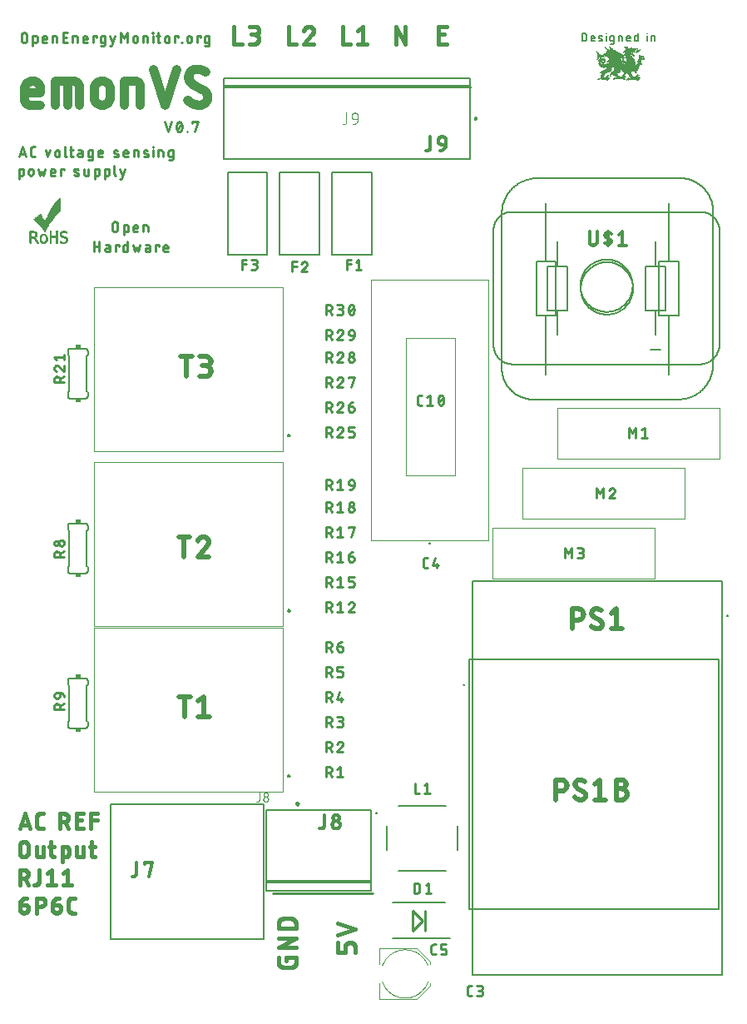
<source format=gto>
G04 EAGLE Gerber RS-274X export*
G75*
%MOMM*%
%FSLAX34Y34*%
%LPD*%
%INSilkscreen Top*%
%IPPOS*%
%AMOC8*
5,1,8,0,0,1.08239X$1,22.5*%
G01*
%ADD10C,0.431800*%
%ADD11C,0.914400*%
%ADD12C,0.254000*%
%ADD13C,0.381000*%
%ADD14C,0.355600*%
%ADD15C,0.203200*%
%ADD16R,0.006300X0.006400*%
%ADD17R,0.012700X0.006300*%
%ADD18R,0.019100X0.006400*%
%ADD19R,0.025400X0.006300*%
%ADD20R,0.057200X0.006300*%
%ADD21R,0.025400X0.006400*%
%ADD22R,0.088900X0.006400*%
%ADD23R,0.038100X0.006300*%
%ADD24R,0.107900X0.006300*%
%ADD25R,0.044500X0.006400*%
%ADD26R,0.127000X0.006400*%
%ADD27R,0.050800X0.006300*%
%ADD28R,0.139700X0.006300*%
%ADD29R,0.006300X0.006300*%
%ADD30R,0.050800X0.006400*%
%ADD31R,0.152400X0.006400*%
%ADD32R,0.063500X0.006300*%
%ADD33R,0.171500X0.006300*%
%ADD34R,0.069800X0.006400*%
%ADD35R,0.184100X0.006400*%
%ADD36R,0.012700X0.006400*%
%ADD37R,0.082500X0.006300*%
%ADD38R,0.196800X0.006300*%
%ADD39R,0.019000X0.006300*%
%ADD40R,0.082600X0.006300*%
%ADD41R,0.209600X0.006400*%
%ADD42R,0.019000X0.006400*%
%ADD43R,0.114300X0.006400*%
%ADD44R,0.304800X0.006300*%
%ADD45R,0.069800X0.006300*%
%ADD46R,0.031800X0.006300*%
%ADD47R,0.031700X0.006300*%
%ADD48R,0.146000X0.006300*%
%ADD49R,0.152400X0.006300*%
%ADD50R,0.006400X0.006300*%
%ADD51R,0.311100X0.006400*%
%ADD52R,0.082600X0.006400*%
%ADD53R,0.038100X0.006400*%
%ADD54R,0.044400X0.006400*%
%ADD55R,0.165100X0.006400*%
%ADD56R,0.209500X0.006400*%
%ADD57R,0.311200X0.006300*%
%ADD58R,0.165100X0.006300*%
%ADD59R,0.088900X0.006300*%
%ADD60R,0.044500X0.006300*%
%ADD61R,0.247600X0.006300*%
%ADD62R,0.266700X0.006300*%
%ADD63R,0.317500X0.006400*%
%ADD64R,0.254000X0.006400*%
%ADD65R,0.101600X0.006400*%
%ADD66R,0.057100X0.006400*%
%ADD67R,0.298500X0.006400*%
%ADD68R,0.031800X0.006400*%
%ADD69R,0.336600X0.006300*%
%ADD70R,0.120700X0.006300*%
%ADD71R,0.260400X0.006300*%
%ADD72R,0.323900X0.006300*%
%ADD73R,0.095200X0.006300*%
%ADD74R,0.698500X0.006400*%
%ADD75R,0.228600X0.006400*%
%ADD76R,0.279400X0.006400*%
%ADD77R,0.355600X0.006400*%
%ADD78R,0.177800X0.006400*%
%ADD79R,0.704800X0.006300*%
%ADD80R,0.241300X0.006300*%
%ADD81R,0.298500X0.006300*%
%ADD82R,0.406400X0.006300*%
%ADD83R,0.184200X0.006300*%
%ADD84R,0.723900X0.006400*%
%ADD85R,0.717500X0.006400*%
%ADD86R,0.190500X0.006400*%
%ADD87R,0.736600X0.006300*%
%ADD88R,0.019100X0.006300*%
%ADD89R,0.723900X0.006300*%
%ADD90R,0.203200X0.006300*%
%ADD91R,0.762000X0.006400*%
%ADD92R,0.063500X0.006400*%
%ADD93R,0.215900X0.006400*%
%ADD94R,1.168400X0.006300*%
%ADD95R,0.222300X0.006300*%
%ADD96R,1.162100X0.006400*%
%ADD97R,0.222200X0.006400*%
%ADD98R,1.155700X0.006300*%
%ADD99R,0.196900X0.006300*%
%ADD100R,0.228600X0.006300*%
%ADD101R,1.136600X0.006400*%
%ADD102R,0.203200X0.006400*%
%ADD103R,1.124000X0.006300*%
%ADD104R,0.209600X0.006300*%
%ADD105R,0.044400X0.006300*%
%ADD106R,0.717600X0.006300*%
%ADD107R,0.235000X0.006300*%
%ADD108R,1.117600X0.006400*%
%ADD109R,0.711200X0.006400*%
%ADD110R,0.241300X0.006400*%
%ADD111R,1.104900X0.006300*%
%ADD112R,0.215900X0.006300*%
%ADD113R,0.190500X0.006300*%
%ADD114R,0.114300X0.006300*%
%ADD115R,1.016000X0.006300*%
%ADD116R,1.079500X0.006400*%
%ADD117R,0.260300X0.006400*%
%ADD118R,0.901700X0.006400*%
%ADD119R,1.054100X0.006300*%
%ADD120R,0.292100X0.006300*%
%ADD121R,0.273100X0.006300*%
%ADD122R,0.895300X0.006300*%
%ADD123R,1.009700X0.006400*%
%ADD124R,0.235000X0.006400*%
%ADD125R,0.323900X0.006400*%
%ADD126R,0.285800X0.006400*%
%ADD127R,0.895400X0.006400*%
%ADD128R,0.965200X0.006300*%
%ADD129R,0.615900X0.006300*%
%ADD130R,0.882700X0.006300*%
%ADD131R,0.641400X0.006400*%
%ADD132R,0.628700X0.006400*%
%ADD133R,0.336600X0.006400*%
%ADD134R,0.882600X0.006400*%
%ADD135R,0.577800X0.006300*%
%ADD136R,0.666700X0.006300*%
%ADD137R,0.400000X0.006300*%
%ADD138R,0.076200X0.006300*%
%ADD139R,0.698500X0.006300*%
%ADD140R,0.158800X0.006300*%
%ADD141R,0.495300X0.006400*%
%ADD142R,1.104900X0.006400*%
%ADD143R,0.774700X0.006400*%
%ADD144R,0.489000X0.006300*%
%ADD145R,1.098500X0.006300*%
%ADD146R,0.743000X0.006300*%
%ADD147R,0.501700X0.006400*%
%ADD148R,1.085900X0.006400*%
%ADD149R,0.743000X0.006400*%
%ADD150R,0.057100X0.006300*%
%ADD151R,0.533400X0.006300*%
%ADD152R,1.066800X0.006300*%
%ADD153R,0.825500X0.006300*%
%ADD154R,0.558800X0.006400*%
%ADD155R,1.054100X0.006400*%
%ADD156R,0.812800X0.006400*%
%ADD157R,0.622300X0.006300*%
%ADD158R,1.041400X0.006300*%
%ADD159R,0.812800X0.006300*%
%ADD160R,0.793800X0.006400*%
%ADD161R,0.806400X0.006400*%
%ADD162R,0.806400X0.006300*%
%ADD163R,0.952500X0.006300*%
%ADD164R,0.800100X0.006300*%
%ADD165R,0.819200X0.006400*%
%ADD166R,0.952500X0.006400*%
%ADD167R,0.800100X0.006400*%
%ADD168R,0.692200X0.006300*%
%ADD169R,0.831900X0.006400*%
%ADD170R,0.685800X0.006400*%
%ADD171R,0.463500X0.006400*%
%ADD172R,0.311200X0.006400*%
%ADD173R,0.838200X0.006300*%
%ADD174R,0.679400X0.006300*%
%ADD175R,0.946200X0.006400*%
%ADD176R,0.679400X0.006400*%
%ADD177R,0.273100X0.006400*%
%ADD178R,0.254000X0.006300*%
%ADD179R,0.704800X0.006400*%
%ADD180R,0.133400X0.006400*%
%ADD181R,0.958900X0.006400*%
%ADD182R,0.742900X0.006400*%
%ADD183R,0.076200X0.006400*%
%ADD184R,0.107900X0.006400*%
%ADD185R,0.958800X0.006300*%
%ADD186R,0.755600X0.006300*%
%ADD187R,0.108000X0.006300*%
%ADD188R,0.146100X0.006400*%
%ADD189R,0.787400X0.006300*%
%ADD190R,0.260300X0.006300*%
%ADD191R,0.171400X0.006400*%
%ADD192R,0.711200X0.006300*%
%ADD193R,0.819100X0.006300*%
%ADD194R,0.444500X0.006400*%
%ADD195R,0.831800X0.006400*%
%ADD196R,0.184100X0.006300*%
%ADD197R,0.400100X0.006300*%
%ADD198R,0.850900X0.006300*%
%ADD199R,0.177800X0.006300*%
%ADD200R,0.393700X0.006400*%
%ADD201R,0.400000X0.006400*%
%ADD202R,0.406400X0.006400*%
%ADD203R,0.381000X0.006300*%
%ADD204R,0.374700X0.006300*%
%ADD205R,0.393700X0.006300*%
%ADD206R,0.158700X0.006400*%
%ADD207R,0.374700X0.006400*%
%ADD208R,0.361900X0.006400*%
%ADD209R,0.368300X0.006400*%
%ADD210R,0.374600X0.006300*%
%ADD211R,0.361900X0.006300*%
%ADD212R,0.362000X0.006300*%
%ADD213R,0.171400X0.006300*%
%ADD214R,0.431800X0.006400*%
%ADD215R,0.362000X0.006400*%
%ADD216R,0.171500X0.006400*%
%ADD217R,0.368300X0.006300*%
%ADD218R,0.419100X0.006300*%
%ADD219R,0.355600X0.006300*%
%ADD220R,0.412800X0.006400*%
%ADD221R,0.381000X0.006400*%
%ADD222R,0.006400X0.006400*%
%ADD223R,0.158800X0.006400*%
%ADD224R,0.349200X0.006400*%
%ADD225R,0.209500X0.006300*%
%ADD226R,0.349300X0.006400*%
%ADD227R,0.158700X0.006300*%
%ADD228R,0.349200X0.006300*%
%ADD229R,0.196800X0.006400*%
%ADD230R,0.342900X0.006300*%
%ADD231R,0.342900X0.006400*%
%ADD232R,0.260400X0.006400*%
%ADD233R,0.146100X0.006300*%
%ADD234R,0.139700X0.006400*%
%ADD235R,0.120600X0.006400*%
%ADD236R,0.266700X0.006400*%
%ADD237R,0.133400X0.006300*%
%ADD238R,0.127000X0.006300*%
%ADD239R,0.336500X0.006300*%
%ADD240R,0.387300X0.006300*%
%ADD241R,0.330200X0.006400*%
%ADD242R,0.330200X0.006300*%
%ADD243R,0.069900X0.006300*%
%ADD244R,0.273000X0.006300*%
%ADD245R,0.069900X0.006400*%
%ADD246R,0.273000X0.006400*%
%ADD247R,0.425400X0.006400*%
%ADD248R,0.438100X0.006300*%
%ADD249R,0.057200X0.006400*%
%ADD250R,0.457200X0.006300*%
%ADD251R,0.279400X0.006300*%
%ADD252R,0.476200X0.006300*%
%ADD253R,0.336500X0.006400*%
%ADD254R,0.482600X0.006400*%
%ADD255R,0.508000X0.006300*%
%ADD256R,0.133300X0.006300*%
%ADD257R,0.285700X0.006300*%
%ADD258R,0.031700X0.006400*%
%ADD259R,0.692100X0.006400*%
%ADD260R,0.285700X0.006400*%
%ADD261R,0.692100X0.006300*%
%ADD262R,0.292100X0.006400*%
%ADD263R,0.679500X0.006300*%
%ADD264R,0.673100X0.006400*%
%ADD265R,0.673100X0.006300*%
%ADD266R,0.298400X0.006400*%
%ADD267R,0.660400X0.006300*%
%ADD268R,0.660400X0.006400*%
%ADD269R,0.304800X0.006400*%
%ADD270R,0.311100X0.006300*%
%ADD271R,0.095300X0.006300*%
%ADD272R,0.647700X0.006300*%
%ADD273R,0.323800X0.006300*%
%ADD274R,0.647700X0.006400*%
%ADD275R,0.101600X0.006300*%
%ADD276R,0.641300X0.006300*%
%ADD277R,0.108000X0.006400*%
%ADD278R,0.635000X0.006400*%
%ADD279R,0.628700X0.006300*%
%ADD280R,0.387300X0.006400*%
%ADD281R,0.622300X0.006400*%
%ADD282R,0.387400X0.006300*%
%ADD283R,0.616000X0.006400*%
%ADD284R,0.412700X0.006300*%
%ADD285R,0.616000X0.006300*%
%ADD286R,0.609600X0.006400*%
%ADD287R,0.374600X0.006400*%
%ADD288R,0.609600X0.006300*%
%ADD289R,0.400100X0.006400*%
%ADD290R,0.635000X0.006300*%
%ADD291R,0.774700X0.006300*%
%ADD292R,0.781100X0.006400*%
%ADD293R,0.577900X0.006400*%
%ADD294R,0.781100X0.006300*%
%ADD295R,0.781000X0.006400*%
%ADD296R,0.590500X0.006400*%
%ADD297R,0.641400X0.006300*%
%ADD298R,0.596900X0.006300*%
%ADD299R,0.787400X0.006400*%
%ADD300R,0.120600X0.006300*%
%ADD301R,0.793800X0.006300*%
%ADD302R,0.793700X0.006400*%
%ADD303R,0.730200X0.006300*%
%ADD304R,0.666800X0.006400*%
%ADD305R,0.730300X0.006400*%
%ADD306R,0.768300X0.006300*%
%ADD307R,0.146000X0.006400*%
%ADD308R,0.819100X0.006400*%
%ADD309R,0.781000X0.006300*%
%ADD310R,0.838200X0.006400*%
%ADD311R,0.793700X0.006300*%
%ADD312R,0.844600X0.006300*%
%ADD313R,0.857200X0.006400*%
%ADD314R,0.762000X0.006300*%
%ADD315R,0.863600X0.006300*%
%ADD316R,0.863600X0.006400*%
%ADD317R,0.869900X0.006300*%
%ADD318R,0.825500X0.006400*%
%ADD319R,0.749300X0.006400*%
%ADD320R,0.870000X0.006400*%
%ADD321R,0.831900X0.006300*%
%ADD322R,0.876300X0.006300*%
%ADD323R,0.736600X0.006400*%
%ADD324R,0.869900X0.006400*%
%ADD325R,0.844600X0.006400*%
%ADD326R,0.850900X0.006400*%
%ADD327R,0.857300X0.006300*%
%ADD328R,0.889000X0.006400*%
%ADD329R,0.844500X0.006400*%
%ADD330R,0.901700X0.006300*%
%ADD331R,0.920700X0.006400*%
%ADD332R,0.692200X0.006400*%
%ADD333R,0.927100X0.006300*%
%ADD334R,0.685800X0.006300*%
%ADD335R,0.412700X0.006400*%
%ADD336R,0.679500X0.006400*%
%ADD337R,0.425500X0.006300*%
%ADD338R,0.958900X0.006300*%
%ADD339R,0.438100X0.006400*%
%ADD340R,0.971500X0.006400*%
%ADD341R,0.450900X0.006300*%
%ADD342R,0.984300X0.006300*%
%ADD343R,0.742900X0.006300*%
%ADD344R,0.469900X0.006400*%
%ADD345R,0.996900X0.006400*%
%ADD346R,1.492200X0.006300*%
%ADD347R,0.654100X0.006300*%
%ADD348R,1.505000X0.006400*%
%ADD349R,0.654000X0.006400*%
%ADD350R,1.524000X0.006300*%
%ADD351R,0.654000X0.006300*%
%ADD352R,1.530300X0.006400*%
%ADD353R,1.543100X0.006300*%
%ADD354R,1.555700X0.006400*%
%ADD355R,1.574800X0.006300*%
%ADD356R,1.587500X0.006400*%
%ADD357R,1.600200X0.006300*%
%ADD358R,1.612900X0.006400*%
%ADD359R,0.654100X0.006400*%
%ADD360R,1.631900X0.006300*%
%ADD361R,1.638300X0.006400*%
%ADD362R,0.628600X0.006400*%
%ADD363R,1.651000X0.006300*%
%ADD364R,1.663700X0.006400*%
%ADD365R,1.682800X0.006300*%
%ADD366R,1.701800X0.006400*%
%ADD367R,1.720900X0.006300*%
%ADD368R,0.603200X0.006300*%
%ADD369R,1.739900X0.006400*%
%ADD370R,0.603200X0.006400*%
%ADD371R,1.752600X0.006300*%
%ADD372R,1.778000X0.006400*%
%ADD373R,0.596900X0.006400*%
%ADD374R,0.590600X0.006400*%
%ADD375R,1.809700X0.006300*%
%ADD376R,0.584200X0.006300*%
%ADD377R,2.419300X0.006400*%
%ADD378R,2.425700X0.006300*%
%ADD379R,0.571500X0.006300*%
%ADD380R,2.425700X0.006400*%
%ADD381R,0.565100X0.006400*%
%ADD382R,2.438400X0.006300*%
%ADD383R,0.565100X0.006300*%
%ADD384R,2.438400X0.006400*%
%ADD385R,2.444800X0.006300*%
%ADD386R,0.552400X0.006300*%
%ADD387R,2.444800X0.006400*%
%ADD388R,0.546100X0.006400*%
%ADD389R,2.457400X0.006300*%
%ADD390R,0.546100X0.006300*%
%ADD391R,2.457400X0.006400*%
%ADD392R,0.539800X0.006400*%
%ADD393R,2.463800X0.006400*%
%ADD394R,0.533400X0.006400*%
%ADD395R,2.470200X0.006300*%
%ADD396R,0.527100X0.006300*%
%ADD397R,2.476500X0.006400*%
%ADD398R,0.520700X0.006400*%
%ADD399R,2.482800X0.006300*%
%ADD400R,0.520700X0.006300*%
%ADD401R,2.482800X0.006400*%
%ADD402R,2.495600X0.006300*%
%ADD403R,2.495600X0.006400*%
%ADD404R,2.508200X0.006300*%
%ADD405R,2.514600X0.006400*%
%ADD406R,2.514600X0.006300*%
%ADD407R,2.527300X0.006400*%
%ADD408R,2.533700X0.006300*%
%ADD409R,2.546400X0.006400*%
%ADD410R,2.559000X0.006300*%
%ADD411R,2.565400X0.006400*%
%ADD412R,0.539700X0.006400*%
%ADD413R,2.571700X0.006300*%
%ADD414R,0.539700X0.006300*%
%ADD415R,2.584500X0.006400*%
%ADD416R,2.590800X0.006300*%
%ADD417R,0.552500X0.006300*%
%ADD418R,2.609800X0.006400*%
%ADD419R,2.622500X0.006300*%
%ADD420R,2.641600X0.006400*%
%ADD421R,0.584200X0.006400*%
%ADD422R,3.232200X0.006300*%
%ADD423R,3.232200X0.006400*%
%ADD424R,0.457200X0.006400*%
%ADD425R,0.514400X0.006300*%
%ADD426R,3.232100X0.006300*%
%ADD427R,3.867100X0.006400*%
%ADD428R,3.879800X0.006300*%
%ADD429R,3.892500X0.006400*%
%ADD430R,3.911600X0.006300*%
%ADD431R,3.918000X0.006400*%
%ADD432R,3.930700X0.006300*%
%ADD433R,3.937000X0.006400*%
%ADD434R,3.949700X0.006300*%
%ADD435R,3.962400X0.006400*%
%ADD436R,3.968700X0.006300*%
%ADD437R,3.975100X0.006400*%
%ADD438R,3.981400X0.006300*%
%ADD439R,4.000500X0.006400*%
%ADD440R,4.006900X0.006300*%
%ADD441R,4.013200X0.006400*%
%ADD442R,4.013200X0.006300*%
%ADD443R,4.019600X0.006400*%
%ADD444R,4.032200X0.006300*%
%ADD445R,4.038600X0.006400*%
%ADD446R,4.044900X0.006300*%
%ADD447R,4.044900X0.006400*%
%ADD448R,0.939800X0.006300*%
%ADD449R,3.111500X0.006300*%
%ADD450R,3.111500X0.006400*%
%ADD451R,0.946200X0.006300*%
%ADD452R,3.105100X0.006300*%
%ADD453R,0.958800X0.006400*%
%ADD454R,0.514400X0.006400*%
%ADD455R,0.527000X0.006300*%
%ADD456R,0.527000X0.006400*%
%ADD457R,3.105200X0.006400*%
%ADD458R,3.098800X0.006300*%
%ADD459R,3.105100X0.006400*%
%ADD460R,3.092400X0.006400*%
%ADD461R,3.092500X0.006300*%
%ADD462R,0.552500X0.006400*%
%ADD463R,2.457500X0.006400*%
%ADD464R,0.558800X0.006300*%
%ADD465R,0.082500X0.006400*%
%ADD466R,0.565200X0.006400*%
%ADD467R,2.381200X0.006400*%
%ADD468R,2.330500X0.006300*%
%ADD469R,0.133300X0.006400*%
%ADD470R,0.247600X0.006400*%
%ADD471R,2.279700X0.006400*%
%ADD472R,2.228900X0.006300*%
%ADD473R,2.089200X0.006400*%
%ADD474R,0.323800X0.006400*%
%ADD475R,0.234900X0.006300*%
%ADD476R,1.778000X0.006300*%
%ADD477R,1.701800X0.006300*%
%ADD478R,1.625600X0.006300*%
%ADD479R,1.593800X0.006400*%
%ADD480R,1.562100X0.006300*%
%ADD481R,1.536700X0.006400*%
%ADD482R,1.511300X0.006300*%
%ADD483R,1.492300X0.006400*%
%ADD484R,0.247700X0.006400*%
%ADD485R,0.920700X0.006300*%
%ADD486R,1.466900X0.006300*%
%ADD487R,1.003300X0.006400*%
%ADD488R,1.441400X0.006400*%
%ADD489R,1.073100X0.006300*%
%ADD490R,1.422400X0.006300*%
%ADD491R,1.098500X0.006400*%
%ADD492R,1.409700X0.006400*%
%ADD493R,1.123900X0.006300*%
%ADD494R,1.390700X0.006300*%
%ADD495R,1.143000X0.006400*%
%ADD496R,1.371600X0.006400*%
%ADD497R,0.234900X0.006400*%
%ADD498R,1.346200X0.006300*%
%ADD499R,1.174700X0.006400*%
%ADD500R,1.327200X0.006400*%
%ADD501R,1.187400X0.006300*%
%ADD502R,1.314400X0.006300*%
%ADD503R,1.200100X0.006400*%
%ADD504R,1.295400X0.006400*%
%ADD505R,1.206500X0.006300*%
%ADD506R,1.276300X0.006300*%
%ADD507R,1.219200X0.006400*%
%ADD508R,1.263600X0.006400*%
%ADD509R,1.225500X0.006300*%
%ADD510R,1.244600X0.006300*%
%ADD511R,1.231900X0.006400*%
%ADD512R,1.238200X0.006300*%
%ADD513R,1.238300X0.006400*%
%ADD514R,1.187500X0.006400*%
%ADD515R,0.387400X0.006400*%
%ADD516R,1.251000X0.006400*%
%ADD517R,1.149400X0.006400*%
%ADD518R,1.257300X0.006300*%
%ADD519R,1.136700X0.006300*%
%ADD520R,0.095200X0.006400*%
%ADD521R,1.257300X0.006400*%
%ADD522R,1.123900X0.006400*%
%ADD523R,1.263700X0.006300*%
%ADD524R,1.143000X0.006300*%
%ADD525R,0.095300X0.006400*%
%ADD526R,1.270000X0.006400*%
%ADD527R,0.419100X0.006400*%
%ADD528R,1.270000X0.006300*%
%ADD529R,1.301700X0.006300*%
%ADD530R,0.184200X0.006400*%
%ADD531R,1.276300X0.006400*%
%ADD532R,0.285800X0.006300*%
%ADD533R,1.282700X0.006300*%
%ADD534R,1.251000X0.006300*%
%ADD535R,1.282700X0.006400*%
%ADD536R,1.225600X0.006400*%
%ADD537R,0.908100X0.006400*%
%ADD538R,1.181100X0.006400*%
%ADD539R,1.162000X0.006300*%
%ADD540R,1.130300X0.006400*%
%ADD541R,1.111300X0.006300*%
%ADD542R,0.247700X0.006300*%
%ADD543R,1.060400X0.006300*%
%ADD544R,1.041400X0.006400*%
%ADD545R,1.022300X0.006300*%
%ADD546R,0.806500X0.006300*%
%ADD547R,0.806500X0.006400*%
%ADD548R,0.939800X0.006400*%
%ADD549R,0.920800X0.006300*%
%ADD550R,0.222300X0.006400*%
%ADD551R,0.717600X0.006400*%
%ADD552R,0.908000X0.006300*%
%ADD553R,0.222200X0.006300*%
%ADD554R,0.298400X0.006300*%
%ADD555R,0.889000X0.006300*%
%ADD556R,0.476300X0.006400*%
%ADD557R,0.495300X0.006300*%
%ADD558R,0.450900X0.006400*%
%ADD559R,0.831800X0.006300*%
%ADD560R,0.539800X0.006300*%
%ADD561R,0.590600X0.006300*%
%ADD562R,0.755700X0.006300*%
%ADD563R,0.349300X0.006300*%
%ADD564R,0.603300X0.006400*%
%ADD565R,0.514300X0.006400*%
%ADD566R,0.717500X0.006300*%
%ADD567R,0.908100X0.006300*%
%ADD568R,0.514300X0.006300*%
%ADD569R,1.066800X0.006400*%
%ADD570R,1.117600X0.006300*%
%ADD571R,0.571500X0.006400*%
%ADD572R,0.488900X0.006300*%
%ADD573R,0.552400X0.006400*%
%ADD574R,0.704900X0.006400*%
%ADD575R,1.162000X0.006400*%
%ADD576R,0.463500X0.006300*%
%ADD577R,1.149300X0.006400*%
%ADD578R,0.450800X0.006400*%
%ADD579R,1.111300X0.006400*%
%ADD580R,1.098600X0.006300*%
%ADD581R,1.028700X0.006400*%
%ADD582R,0.704900X0.006300*%
%ADD583R,0.997000X0.006400*%
%ADD584R,0.984200X0.006300*%
%ADD585R,0.965200X0.006400*%
%ADD586R,0.933400X0.006300*%
%ADD587R,0.920800X0.006400*%
%ADD588R,0.914400X0.006300*%
%ADD589R,0.730300X0.006300*%
%ADD590R,0.882700X0.006400*%
%ADD591R,0.857300X0.006400*%
%ADD592R,0.768300X0.006400*%
%ADD593R,0.749300X0.006300*%
%ADD594R,0.590500X0.006300*%
%ADD595R,0.476300X0.006300*%
%ADD596R,0.489000X0.006400*%
%ADD597R,0.317500X0.006300*%
%ADD598R,0.482600X0.006300*%
%ADD599R,0.476200X0.006400*%
%ADD600R,0.527100X0.006400*%
%ADD601R,0.431800X0.006300*%
%ADD602R,0.425400X0.006300*%
%ADD603R,0.438200X0.006400*%
%ADD604R,0.444500X0.006300*%
%ADD605R,0.997000X0.006300*%
%ADD606R,0.469900X0.006300*%
%ADD607R,1.212800X0.006300*%
%ADD608R,0.641300X0.006400*%
%ADD609R,0.501600X0.006400*%
%ADD610R,0.628600X0.006300*%
%ADD611R,1.276400X0.006400*%
%ADD612R,1.295400X0.006300*%
%ADD613R,1.314500X0.006400*%
%ADD614R,1.339800X0.006300*%
%ADD615R,1.358900X0.006400*%
%ADD616R,1.365200X0.006300*%
%ADD617R,1.289100X0.006400*%
%ADD618R,1.200100X0.006300*%
%ADD619R,0.508000X0.006400*%
%ADD620R,1.098600X0.006400*%
%ADD621R,0.501600X0.006300*%
%ADD622R,1.073200X0.006300*%
%ADD623R,1.047800X0.006400*%
%ADD624R,1.028700X0.006300*%
%ADD625R,1.009600X0.006400*%
%ADD626R,0.844500X0.006300*%
%ADD627R,0.730200X0.006400*%
%ADD628R,0.463600X0.006300*%
%ADD629R,0.463600X0.006400*%
%ADD630R,0.577800X0.006400*%
%ADD631R,0.120700X0.006400*%
%ADD632R,1.314500X0.006300*%
%ADD633R,1.352600X0.006400*%
%ADD634R,1.517700X0.006300*%
%ADD635R,0.438200X0.006300*%
%ADD636R,1.524000X0.006400*%
%ADD637R,1.047700X0.006400*%
%ADD638R,0.425500X0.006400*%
%ADD639R,0.006400X0.006400*%
%ADD640R,0.412800X0.006300*%
%ADD641R,0.450800X0.006300*%
%ADD642R,1.060500X0.006400*%
%ADD643C,0.304800*%
%ADD644C,0.100000*%
%ADD645C,0.200000*%
%ADD646C,0.200000*%
%ADD647C,0.508000*%
%ADD648C,0.152400*%
%ADD649R,0.508000X0.381000*%
%ADD650C,0.127000*%
%ADD651C,0.100000*%
%ADD652C,0.101600*%
%ADD653C,0.150000*%
%ADD654C,0.250000*%
%ADD655C,0.076200*%

G36*
X38010Y870282D02*
X38010Y870282D01*
X38061Y870285D01*
X38093Y870302D01*
X38128Y870310D01*
X38168Y870343D01*
X38213Y870368D01*
X38234Y870397D01*
X38262Y870420D01*
X38273Y870446D01*
X38313Y870468D01*
X38334Y870497D01*
X38362Y870520D01*
X38383Y870567D01*
X38412Y870609D01*
X38420Y870651D01*
X38432Y870678D01*
X38432Y870688D01*
X38468Y870747D01*
X38512Y870809D01*
X38514Y870821D01*
X38519Y870829D01*
X38523Y870864D01*
X38526Y870879D01*
X38528Y870882D01*
X38568Y870947D01*
X38612Y871009D01*
X38614Y871021D01*
X38619Y871029D01*
X38623Y871064D01*
X38626Y871079D01*
X38628Y871082D01*
X38668Y871147D01*
X38712Y871209D01*
X38714Y871221D01*
X38719Y871229D01*
X38723Y871264D01*
X38726Y871279D01*
X38828Y871382D01*
X38868Y871447D01*
X38912Y871509D01*
X38914Y871521D01*
X38919Y871529D01*
X38923Y871564D01*
X38939Y871650D01*
X38939Y871700D01*
X38947Y871712D01*
X38999Y871780D01*
X39072Y871925D01*
X39128Y871982D01*
X39168Y872047D01*
X39212Y872109D01*
X39214Y872121D01*
X39219Y872129D01*
X39223Y872164D01*
X39239Y872250D01*
X39239Y872300D01*
X39241Y872303D01*
X39258Y872317D01*
X39269Y872341D01*
X39299Y872380D01*
X40095Y873971D01*
X40489Y874662D01*
X40492Y874671D01*
X40499Y874680D01*
X40895Y875471D01*
X41689Y876862D01*
X41692Y876871D01*
X41699Y876880D01*
X42086Y877654D01*
X43069Y879030D01*
X43073Y879039D01*
X43082Y879049D01*
X43575Y879839D01*
X44069Y880530D01*
X44073Y880539D01*
X44082Y880549D01*
X44573Y881335D01*
X45763Y882922D01*
X45767Y882931D01*
X45770Y882934D01*
X45772Y882936D01*
X45776Y882940D01*
X46370Y883831D01*
X46960Y884618D01*
X47356Y885113D01*
X47366Y885133D01*
X47385Y885155D01*
X47661Y885615D01*
X48028Y885982D01*
X48040Y886002D01*
X48063Y886022D01*
X48647Y886801D01*
X48928Y887082D01*
X48939Y887099D01*
X48949Y887107D01*
X48950Y887110D01*
X48963Y887122D01*
X49231Y887479D01*
X49588Y887747D01*
X49612Y887776D01*
X49663Y887822D01*
X49947Y888201D01*
X50609Y888863D01*
X50988Y889147D01*
X51003Y889165D01*
X51028Y889182D01*
X51813Y889967D01*
X52297Y890354D01*
X52308Y890368D01*
X52328Y890382D01*
X52685Y890738D01*
X52830Y890811D01*
X52857Y890834D01*
X52928Y890882D01*
X53085Y891038D01*
X53230Y891111D01*
X53269Y891143D01*
X53313Y891168D01*
X53334Y891198D01*
X53363Y891221D01*
X53383Y891268D01*
X53412Y891309D01*
X53420Y891352D01*
X53433Y891380D01*
X53432Y891386D01*
X53528Y891482D01*
X53547Y891512D01*
X53599Y891580D01*
X53699Y891780D01*
X53703Y891796D01*
X53712Y891809D01*
X53738Y891943D01*
X53739Y891949D01*
X53739Y891950D01*
X53739Y892160D01*
X53799Y892280D01*
X53803Y892296D01*
X53812Y892309D01*
X53838Y892443D01*
X53839Y892449D01*
X53839Y892450D01*
X53839Y893150D01*
X53831Y893185D01*
X53828Y893242D01*
X53739Y893597D01*
X53739Y893850D01*
X53736Y893864D01*
X53738Y893882D01*
X53539Y896266D01*
X53539Y899531D01*
X53637Y900508D01*
X53736Y901303D01*
X53734Y901323D01*
X53739Y901350D01*
X53739Y902223D01*
X53835Y902896D01*
X53833Y902920D01*
X53839Y902950D01*
X53839Y904050D01*
X53831Y904085D01*
X53820Y904170D01*
X53720Y904470D01*
X53708Y904490D01*
X53699Y904520D01*
X53599Y904720D01*
X53567Y904758D01*
X53543Y904802D01*
X53508Y904829D01*
X53489Y904853D01*
X53462Y904864D01*
X53430Y904889D01*
X53230Y904989D01*
X53155Y905007D01*
X53082Y905029D01*
X53070Y905027D01*
X53061Y905029D01*
X53027Y905021D01*
X52940Y905010D01*
X52640Y904910D01*
X52626Y904901D01*
X52610Y904898D01*
X52601Y904892D01*
X52592Y904890D01*
X52564Y904867D01*
X52498Y904822D01*
X52493Y904819D01*
X52492Y904819D01*
X52492Y904818D01*
X52419Y904745D01*
X51850Y904366D01*
X51829Y904343D01*
X51792Y904318D01*
X51211Y903737D01*
X50832Y903453D01*
X50808Y903424D01*
X50757Y903378D01*
X50489Y903021D01*
X50132Y902753D01*
X50117Y902736D01*
X50092Y902718D01*
X48592Y901218D01*
X48580Y901199D01*
X48557Y901178D01*
X48273Y900799D01*
X47992Y900518D01*
X47976Y900492D01*
X47944Y900460D01*
X47565Y899892D01*
X47292Y899618D01*
X47273Y899588D01*
X47221Y899520D01*
X47036Y899150D01*
X46157Y897978D01*
X46150Y897962D01*
X46135Y897945D01*
X45545Y896962D01*
X45257Y896578D01*
X45250Y896562D01*
X45235Y896545D01*
X43735Y894045D01*
X43727Y894020D01*
X43708Y893991D01*
X43527Y893537D01*
X43257Y893178D01*
X43242Y893143D01*
X43208Y893091D01*
X43027Y892637D01*
X42757Y892278D01*
X42742Y892243D01*
X42708Y892191D01*
X42514Y891706D01*
X42227Y891133D01*
X41935Y890645D01*
X41927Y890620D01*
X41908Y890591D01*
X41714Y890106D01*
X41427Y889533D01*
X41135Y889045D01*
X41131Y889033D01*
X41121Y889020D01*
X40821Y888420D01*
X40818Y888406D01*
X40808Y888391D01*
X40619Y887919D01*
X40335Y887445D01*
X40327Y887420D01*
X40308Y887391D01*
X39914Y886406D01*
X38921Y884420D01*
X38913Y884387D01*
X38892Y884342D01*
X38802Y883982D01*
X38631Y883641D01*
X38444Y883360D01*
X38437Y883341D01*
X38421Y883320D01*
X38221Y882920D01*
X38215Y882897D01*
X38200Y882870D01*
X38116Y882618D01*
X37944Y882360D01*
X37937Y882341D01*
X37921Y882320D01*
X37548Y881575D01*
X37403Y881429D01*
X37310Y881429D01*
X37270Y881454D01*
X37267Y881458D01*
X37242Y881503D01*
X37213Y881524D01*
X37190Y881552D01*
X37166Y881562D01*
X37128Y881618D01*
X37122Y881625D01*
X37108Y881700D01*
X37102Y881709D01*
X37100Y881718D01*
X37077Y881746D01*
X37028Y881818D01*
X36872Y881975D01*
X36811Y882096D01*
X36620Y882670D01*
X36608Y882690D01*
X36599Y882720D01*
X36399Y883120D01*
X36386Y883135D01*
X36376Y883160D01*
X36189Y883441D01*
X36006Y883806D01*
X35812Y884291D01*
X35804Y884302D01*
X35799Y884320D01*
X35606Y884706D01*
X35412Y885191D01*
X35404Y885202D01*
X35399Y885220D01*
X35206Y885606D01*
X34812Y886591D01*
X34804Y886602D01*
X34799Y886620D01*
X34409Y887400D01*
X34016Y888480D01*
X33977Y888540D01*
X33942Y888603D01*
X33930Y888612D01*
X33922Y888624D01*
X33860Y888661D01*
X33801Y888702D01*
X33784Y888705D01*
X33773Y888712D01*
X33735Y888715D01*
X33660Y888729D01*
X33260Y888729D01*
X33186Y888712D01*
X33110Y888698D01*
X33101Y888692D01*
X33092Y888690D01*
X33064Y888667D01*
X33008Y888629D01*
X32960Y888629D01*
X32886Y888612D01*
X32810Y888598D01*
X32801Y888592D01*
X32792Y888590D01*
X32764Y888567D01*
X32692Y888518D01*
X32685Y888512D01*
X32610Y888498D01*
X32601Y888492D01*
X32592Y888490D01*
X32564Y888467D01*
X32492Y888418D01*
X32435Y888362D01*
X32290Y888289D01*
X32263Y888266D01*
X32192Y888218D01*
X32135Y888162D01*
X31790Y887989D01*
X31775Y887976D01*
X31750Y887966D01*
X31450Y887766D01*
X31429Y887743D01*
X31392Y887718D01*
X31219Y887545D01*
X30950Y887366D01*
X30929Y887343D01*
X30892Y887318D01*
X30611Y887037D01*
X29832Y886453D01*
X29829Y886449D01*
X29823Y886446D01*
X29328Y886050D01*
X28532Y885453D01*
X28517Y885436D01*
X28492Y885418D01*
X28211Y885137D01*
X27832Y884853D01*
X27817Y884836D01*
X27792Y884818D01*
X27519Y884545D01*
X27250Y884366D01*
X27229Y884343D01*
X27192Y884318D01*
X26192Y883318D01*
X26156Y883260D01*
X26152Y883257D01*
X26107Y883232D01*
X26086Y883203D01*
X26058Y883180D01*
X26037Y883133D01*
X26008Y883091D01*
X26000Y883049D01*
X25988Y883022D01*
X25989Y882992D01*
X25981Y882950D01*
X25981Y882850D01*
X25992Y882800D01*
X25995Y882749D01*
X26012Y882717D01*
X26020Y882682D01*
X26053Y882642D01*
X26078Y882597D01*
X26107Y882576D01*
X26130Y882548D01*
X26154Y882538D01*
X26192Y882482D01*
X26292Y882382D01*
X26357Y882342D01*
X26408Y882306D01*
X26421Y882280D01*
X26444Y882253D01*
X26492Y882182D01*
X26792Y881882D01*
X26822Y881863D01*
X26890Y881811D01*
X27035Y881738D01*
X27492Y881282D01*
X27518Y881266D01*
X27550Y881234D01*
X27819Y881055D01*
X28892Y879982D01*
X28908Y879972D01*
X28923Y879954D01*
X29407Y879567D01*
X29792Y879182D01*
X29818Y879166D01*
X29850Y879134D01*
X30119Y878955D01*
X30492Y878582D01*
X30518Y878566D01*
X30550Y878534D01*
X30787Y878377D01*
X30944Y878140D01*
X30967Y878119D01*
X30992Y878082D01*
X31192Y877882D01*
X31218Y877866D01*
X31250Y877834D01*
X31519Y877655D01*
X31892Y877282D01*
X31922Y877263D01*
X31990Y877211D01*
X32135Y877138D01*
X32248Y877025D01*
X32321Y876880D01*
X32353Y876842D01*
X32377Y876798D01*
X32412Y876771D01*
X32431Y876747D01*
X32458Y876736D01*
X32490Y876711D01*
X32577Y876667D01*
X32621Y876580D01*
X32644Y876553D01*
X32692Y876482D01*
X33465Y875709D01*
X33644Y875440D01*
X33647Y875438D01*
X33648Y875435D01*
X33750Y875334D01*
X33987Y875177D01*
X34544Y874340D01*
X34567Y874319D01*
X34592Y874282D01*
X34865Y874009D01*
X35244Y873440D01*
X35251Y873433D01*
X35257Y873422D01*
X35845Y872638D01*
X36435Y871655D01*
X36450Y871639D01*
X36464Y871613D01*
X36839Y871144D01*
X36881Y871060D01*
X36881Y871050D01*
X36898Y870976D01*
X36912Y870900D01*
X36918Y870891D01*
X36920Y870882D01*
X36943Y870854D01*
X36992Y870782D01*
X37392Y870382D01*
X37457Y870342D01*
X37519Y870298D01*
X37531Y870296D01*
X37539Y870291D01*
X37574Y870287D01*
X37660Y870271D01*
X37960Y870271D01*
X38010Y870282D01*
G37*
G36*
X24010Y858382D02*
X24010Y858382D01*
X24061Y858385D01*
X24093Y858402D01*
X24128Y858410D01*
X24168Y858443D01*
X24213Y858468D01*
X24234Y858497D01*
X24262Y858520D01*
X24283Y858567D01*
X24312Y858609D01*
X24320Y858651D01*
X24332Y858678D01*
X24331Y858708D01*
X24339Y858750D01*
X24339Y863571D01*
X25770Y863571D01*
X25890Y863511D01*
X25906Y863507D01*
X25919Y863498D01*
X26053Y863472D01*
X26059Y863471D01*
X26060Y863471D01*
X26170Y863471D01*
X26290Y863411D01*
X26306Y863407D01*
X26319Y863398D01*
X26453Y863372D01*
X26459Y863371D01*
X26460Y863371D01*
X26470Y863371D01*
X26535Y863338D01*
X27098Y862775D01*
X27112Y862700D01*
X27118Y862691D01*
X27120Y862682D01*
X27143Y862654D01*
X27192Y862582D01*
X27293Y862481D01*
X27297Y862464D01*
X27298Y862441D01*
X27309Y862421D01*
X27319Y862387D01*
X27320Y862382D01*
X27321Y862381D01*
X27321Y862380D01*
X27421Y862180D01*
X27444Y862153D01*
X27481Y862098D01*
X27481Y862050D01*
X27498Y861976D01*
X27512Y861900D01*
X27518Y861891D01*
X27520Y861882D01*
X27543Y861854D01*
X27592Y861782D01*
X27648Y861725D01*
X28021Y860980D01*
X28044Y860953D01*
X28092Y860882D01*
X28148Y860825D01*
X28319Y860484D01*
X29217Y858588D01*
X29251Y858545D01*
X29278Y858497D01*
X29305Y858478D01*
X29325Y858452D01*
X29375Y858429D01*
X29419Y858398D01*
X29457Y858391D01*
X29482Y858379D01*
X29514Y858380D01*
X29560Y858371D01*
X31260Y858371D01*
X31319Y858385D01*
X31380Y858390D01*
X31403Y858404D01*
X31428Y858410D01*
X31476Y858449D01*
X31527Y858481D01*
X31542Y858504D01*
X31562Y858520D01*
X31587Y858576D01*
X31619Y858628D01*
X31622Y858654D01*
X31632Y858678D01*
X31630Y858740D01*
X31636Y858800D01*
X31626Y858829D01*
X31625Y858851D01*
X31608Y858883D01*
X31591Y858936D01*
X30695Y860528D01*
X30406Y861106D01*
X30012Y862091D01*
X30004Y862102D01*
X29999Y862120D01*
X29799Y862520D01*
X29786Y862535D01*
X29776Y862560D01*
X29189Y863441D01*
X28999Y863820D01*
X28967Y863858D01*
X28943Y863902D01*
X28908Y863929D01*
X28889Y863953D01*
X28862Y863964D01*
X28830Y863989D01*
X28743Y864033D01*
X28699Y864120D01*
X28676Y864147D01*
X28628Y864218D01*
X28428Y864418D01*
X28363Y864458D01*
X28338Y864476D01*
X28380Y864490D01*
X28400Y864502D01*
X28430Y864511D01*
X28830Y864711D01*
X28857Y864734D01*
X28928Y864782D01*
X29085Y864938D01*
X29230Y865011D01*
X29257Y865034D01*
X29328Y865082D01*
X29528Y865282D01*
X29547Y865312D01*
X29571Y865343D01*
X29575Y865347D01*
X29577Y865352D01*
X29599Y865380D01*
X29672Y865525D01*
X29828Y865682D01*
X29837Y865696D01*
X29850Y865705D01*
X29859Y865723D01*
X29864Y865726D01*
X29873Y865747D01*
X29917Y865824D01*
X29919Y865829D01*
X29920Y865830D01*
X30020Y866130D01*
X30023Y866166D01*
X30039Y866250D01*
X30039Y866388D01*
X30120Y866630D01*
X30123Y866666D01*
X30139Y866750D01*
X30139Y866888D01*
X30220Y867130D01*
X30223Y867166D01*
X30239Y867250D01*
X30239Y868050D01*
X30236Y868066D01*
X30238Y868082D01*
X30201Y868213D01*
X30200Y868218D01*
X30199Y868219D01*
X30199Y868220D01*
X30139Y868340D01*
X30139Y868450D01*
X30136Y868466D01*
X30138Y868482D01*
X30101Y868613D01*
X30100Y868618D01*
X30099Y868619D01*
X30099Y868620D01*
X30039Y868740D01*
X30039Y868850D01*
X30036Y868866D01*
X30038Y868882D01*
X30001Y869013D01*
X30000Y869018D01*
X29999Y869019D01*
X29999Y869020D01*
X29899Y869220D01*
X29876Y869247D01*
X29828Y869318D01*
X29772Y869375D01*
X29599Y869720D01*
X29576Y869747D01*
X29528Y869818D01*
X29472Y869875D01*
X29399Y870020D01*
X29367Y870058D01*
X29343Y870102D01*
X29308Y870129D01*
X29289Y870153D01*
X29262Y870164D01*
X29230Y870189D01*
X29085Y870262D01*
X28728Y870618D01*
X28698Y870637D01*
X28630Y870689D01*
X28485Y870762D01*
X28428Y870818D01*
X28363Y870858D01*
X28301Y870902D01*
X28289Y870904D01*
X28281Y870909D01*
X28246Y870913D01*
X28160Y870929D01*
X28110Y870929D01*
X28063Y870958D01*
X28001Y871002D01*
X27989Y871004D01*
X27981Y871009D01*
X27946Y871013D01*
X27860Y871029D01*
X27850Y871029D01*
X27730Y871089D01*
X27714Y871093D01*
X27701Y871102D01*
X27567Y871128D01*
X27561Y871129D01*
X27560Y871129D01*
X27410Y871129D01*
X27363Y871158D01*
X27301Y871202D01*
X27289Y871204D01*
X27281Y871209D01*
X27246Y871213D01*
X27160Y871229D01*
X26522Y871229D01*
X26280Y871310D01*
X26244Y871313D01*
X26160Y871329D01*
X24569Y871329D01*
X22276Y871429D01*
X22218Y871418D01*
X22159Y871415D01*
X22134Y871402D01*
X22106Y871397D01*
X22059Y871361D01*
X22007Y871332D01*
X21991Y871309D01*
X21968Y871292D01*
X21942Y871239D01*
X21908Y871191D01*
X21902Y871159D01*
X21891Y871138D01*
X21891Y871103D01*
X21881Y871050D01*
X21881Y858750D01*
X21892Y858700D01*
X21895Y858649D01*
X21912Y858617D01*
X21920Y858582D01*
X21953Y858542D01*
X21978Y858497D01*
X22007Y858476D01*
X22030Y858448D01*
X22077Y858427D01*
X22119Y858398D01*
X22161Y858390D01*
X22188Y858378D01*
X22218Y858379D01*
X22260Y858371D01*
X23960Y858371D01*
X24010Y858382D01*
G37*
G36*
X36976Y858174D02*
X36976Y858174D01*
X36992Y858172D01*
X37123Y858209D01*
X37128Y858210D01*
X37129Y858211D01*
X37130Y858211D01*
X37250Y858271D01*
X37460Y858271D01*
X37476Y858274D01*
X37492Y858272D01*
X37623Y858309D01*
X37628Y858310D01*
X37629Y858311D01*
X37630Y858311D01*
X37750Y858371D01*
X37960Y858371D01*
X37999Y858380D01*
X38038Y858379D01*
X38093Y858402D01*
X38128Y858410D01*
X38145Y858424D01*
X38170Y858434D01*
X38451Y858621D01*
X38830Y858811D01*
X38857Y858834D01*
X38928Y858882D01*
X39085Y859038D01*
X39230Y859111D01*
X39257Y859134D01*
X39328Y859182D01*
X39528Y859382D01*
X39547Y859412D01*
X39599Y859480D01*
X39672Y859625D01*
X39828Y859782D01*
X39837Y859796D01*
X39850Y859805D01*
X39917Y859924D01*
X39919Y859929D01*
X39920Y859930D01*
X40011Y860204D01*
X40099Y860380D01*
X40105Y860403D01*
X40120Y860430D01*
X40620Y861930D01*
X40623Y861966D01*
X40639Y862050D01*
X40639Y862860D01*
X40699Y862980D01*
X40703Y862996D01*
X40712Y863009D01*
X40738Y863143D01*
X40739Y863149D01*
X40739Y863150D01*
X40739Y863450D01*
X40736Y863466D01*
X40738Y863482D01*
X40710Y863580D01*
X40710Y863582D01*
X40709Y863583D01*
X40701Y863613D01*
X40700Y863618D01*
X40699Y863619D01*
X40699Y863620D01*
X40639Y863740D01*
X40639Y864450D01*
X40631Y864485D01*
X40620Y864570D01*
X40539Y864812D01*
X40539Y864950D01*
X40536Y864966D01*
X40538Y864982D01*
X40501Y865113D01*
X40500Y865118D01*
X40499Y865119D01*
X40499Y865120D01*
X40439Y865240D01*
X40439Y865450D01*
X40436Y865466D01*
X40438Y865482D01*
X40401Y865613D01*
X40400Y865618D01*
X40399Y865619D01*
X40399Y865620D01*
X40239Y865940D01*
X40239Y866050D01*
X40236Y866066D01*
X40238Y866082D01*
X40201Y866213D01*
X40200Y866218D01*
X40199Y866219D01*
X40199Y866220D01*
X40099Y866420D01*
X40076Y866447D01*
X40028Y866518D01*
X39922Y866625D01*
X39908Y866700D01*
X39902Y866709D01*
X39900Y866718D01*
X39877Y866746D01*
X39828Y866818D01*
X39722Y866925D01*
X39708Y867000D01*
X39702Y867009D01*
X39700Y867018D01*
X39677Y867046D01*
X39628Y867118D01*
X39128Y867618D01*
X39063Y867658D01*
X39001Y867702D01*
X38989Y867704D01*
X38981Y867709D01*
X38946Y867713D01*
X38931Y867716D01*
X38828Y867818D01*
X38773Y867853D01*
X38755Y867879D01*
X38740Y867905D01*
X38734Y867910D01*
X38728Y867918D01*
X38628Y868018D01*
X38563Y868058D01*
X38501Y868102D01*
X38489Y868104D01*
X38481Y868109D01*
X38446Y868113D01*
X38360Y868129D01*
X38310Y868129D01*
X38263Y868158D01*
X38201Y868202D01*
X38189Y868204D01*
X38181Y868209D01*
X38146Y868213D01*
X38060Y868229D01*
X38010Y868229D01*
X37963Y868258D01*
X37901Y868302D01*
X37889Y868304D01*
X37881Y868309D01*
X37846Y868313D01*
X37760Y868329D01*
X37610Y868329D01*
X37563Y868358D01*
X37501Y868402D01*
X37489Y868404D01*
X37481Y868409D01*
X37446Y868413D01*
X37360Y868429D01*
X35660Y868429D01*
X35644Y868426D01*
X35628Y868428D01*
X35497Y868391D01*
X35492Y868390D01*
X35491Y868389D01*
X35490Y868389D01*
X35370Y868329D01*
X35060Y868329D01*
X34986Y868312D01*
X34910Y868298D01*
X34901Y868292D01*
X34892Y868290D01*
X34864Y868267D01*
X34808Y868229D01*
X34760Y868229D01*
X34744Y868226D01*
X34728Y868228D01*
X34597Y868191D01*
X34592Y868190D01*
X34591Y868189D01*
X34590Y868189D01*
X34390Y868089D01*
X34363Y868066D01*
X34292Y868018D01*
X34235Y867962D01*
X34170Y867929D01*
X34160Y867929D01*
X34086Y867912D01*
X34010Y867898D01*
X34001Y867892D01*
X33992Y867890D01*
X33964Y867867D01*
X33892Y867818D01*
X33535Y867462D01*
X33390Y867389D01*
X33352Y867357D01*
X33308Y867333D01*
X33281Y867298D01*
X33257Y867279D01*
X33246Y867252D01*
X33221Y867220D01*
X33148Y867075D01*
X33092Y867018D01*
X33073Y866988D01*
X33021Y866920D01*
X32948Y866775D01*
X32892Y866718D01*
X32875Y866692D01*
X32856Y866676D01*
X32846Y866652D01*
X32821Y866620D01*
X32521Y866020D01*
X32517Y866004D01*
X32508Y865991D01*
X32482Y865857D01*
X32481Y865851D01*
X32481Y865850D01*
X32481Y865740D01*
X32321Y865420D01*
X32317Y865404D01*
X32308Y865391D01*
X32282Y865257D01*
X32281Y865251D01*
X32281Y865250D01*
X32281Y865112D01*
X32200Y864870D01*
X32197Y864834D01*
X32181Y864750D01*
X32181Y864300D01*
X32152Y864253D01*
X32108Y864191D01*
X32106Y864179D01*
X32101Y864171D01*
X32097Y864136D01*
X32081Y864050D01*
X32081Y862650D01*
X32089Y862615D01*
X32100Y862530D01*
X32181Y862288D01*
X32181Y861850D01*
X32189Y861815D01*
X32200Y861730D01*
X32281Y861488D01*
X32281Y861350D01*
X32284Y861334D01*
X32282Y861318D01*
X32319Y861187D01*
X32320Y861182D01*
X32321Y861181D01*
X32321Y861180D01*
X32381Y861060D01*
X32381Y860950D01*
X32384Y860934D01*
X32382Y860918D01*
X32419Y860787D01*
X32420Y860782D01*
X32421Y860781D01*
X32421Y860780D01*
X32621Y860380D01*
X32644Y860353D01*
X32692Y860282D01*
X32748Y860225D01*
X32921Y859880D01*
X32944Y859853D01*
X32965Y859822D01*
X32969Y859814D01*
X32971Y859813D01*
X32992Y859782D01*
X33048Y859725D01*
X33121Y859580D01*
X33144Y859553D01*
X33192Y859482D01*
X33692Y858982D01*
X33750Y858946D01*
X33753Y858942D01*
X33778Y858897D01*
X33807Y858876D01*
X33830Y858848D01*
X33877Y858827D01*
X33919Y858798D01*
X33961Y858790D01*
X33988Y858778D01*
X33998Y858778D01*
X34057Y858742D01*
X34119Y858698D01*
X34131Y858696D01*
X34139Y858691D01*
X34174Y858687D01*
X34189Y858684D01*
X34192Y858682D01*
X34250Y858646D01*
X34253Y858642D01*
X34278Y858597D01*
X34307Y858576D01*
X34330Y858548D01*
X34377Y858527D01*
X34419Y858498D01*
X34461Y858490D01*
X34488Y858478D01*
X34498Y858478D01*
X34557Y858442D01*
X34619Y858398D01*
X34631Y858396D01*
X34639Y858391D01*
X34674Y858387D01*
X34760Y858371D01*
X34910Y858371D01*
X34957Y858342D01*
X35019Y858298D01*
X35031Y858296D01*
X35039Y858291D01*
X35074Y858287D01*
X35160Y858271D01*
X35370Y858271D01*
X35490Y858211D01*
X35506Y858207D01*
X35519Y858198D01*
X35653Y858172D01*
X35659Y858171D01*
X35660Y858171D01*
X36960Y858171D01*
X36976Y858174D01*
G37*
G36*
X44310Y858382D02*
X44310Y858382D01*
X44361Y858385D01*
X44393Y858402D01*
X44428Y858410D01*
X44468Y858443D01*
X44513Y858468D01*
X44534Y858497D01*
X44562Y858520D01*
X44583Y858567D01*
X44612Y858609D01*
X44620Y858651D01*
X44632Y858678D01*
X44631Y858708D01*
X44639Y858750D01*
X44639Y864271D01*
X48581Y864271D01*
X48581Y858750D01*
X48592Y858700D01*
X48595Y858649D01*
X48612Y858617D01*
X48620Y858582D01*
X48653Y858542D01*
X48678Y858497D01*
X48707Y858476D01*
X48730Y858448D01*
X48777Y858427D01*
X48819Y858398D01*
X48861Y858390D01*
X48888Y858378D01*
X48918Y858379D01*
X48960Y858371D01*
X50560Y858371D01*
X50610Y858382D01*
X50661Y858385D01*
X50693Y858402D01*
X50728Y858410D01*
X50768Y858443D01*
X50813Y858468D01*
X50834Y858497D01*
X50862Y858520D01*
X50883Y858567D01*
X50912Y858609D01*
X50920Y858651D01*
X50932Y858678D01*
X50931Y858708D01*
X50939Y858750D01*
X50939Y870950D01*
X50928Y871000D01*
X50925Y871051D01*
X50908Y871083D01*
X50900Y871118D01*
X50867Y871158D01*
X50842Y871203D01*
X50813Y871224D01*
X50790Y871252D01*
X50743Y871273D01*
X50701Y871302D01*
X50659Y871310D01*
X50632Y871322D01*
X50602Y871321D01*
X50560Y871329D01*
X48960Y871329D01*
X48910Y871318D01*
X48859Y871315D01*
X48827Y871298D01*
X48792Y871290D01*
X48752Y871257D01*
X48707Y871232D01*
X48686Y871203D01*
X48658Y871180D01*
X48637Y871133D01*
X48608Y871091D01*
X48600Y871049D01*
X48588Y871022D01*
X48589Y870992D01*
X48581Y870950D01*
X48581Y866329D01*
X44639Y866329D01*
X44639Y870950D01*
X44628Y871000D01*
X44625Y871051D01*
X44608Y871083D01*
X44600Y871118D01*
X44567Y871158D01*
X44542Y871203D01*
X44513Y871224D01*
X44490Y871252D01*
X44443Y871273D01*
X44401Y871302D01*
X44359Y871310D01*
X44332Y871322D01*
X44302Y871321D01*
X44260Y871329D01*
X42660Y871329D01*
X42610Y871318D01*
X42559Y871315D01*
X42527Y871298D01*
X42492Y871290D01*
X42452Y871257D01*
X42407Y871232D01*
X42386Y871203D01*
X42358Y871180D01*
X42337Y871133D01*
X42308Y871091D01*
X42300Y871049D01*
X42288Y871022D01*
X42289Y870992D01*
X42281Y870950D01*
X42281Y858750D01*
X42292Y858700D01*
X42295Y858649D01*
X42312Y858617D01*
X42320Y858582D01*
X42353Y858542D01*
X42378Y858497D01*
X42407Y858476D01*
X42430Y858448D01*
X42477Y858427D01*
X42519Y858398D01*
X42561Y858390D01*
X42588Y858378D01*
X42618Y858379D01*
X42660Y858371D01*
X44260Y858371D01*
X44310Y858382D01*
G37*
G36*
X57376Y858174D02*
X57376Y858174D01*
X57392Y858172D01*
X57523Y858209D01*
X57528Y858210D01*
X57529Y858211D01*
X57530Y858211D01*
X57650Y858271D01*
X58060Y858271D01*
X58076Y858274D01*
X58092Y858272D01*
X58223Y858309D01*
X58228Y858310D01*
X58229Y858311D01*
X58230Y858311D01*
X58350Y858371D01*
X58460Y858371D01*
X58476Y858374D01*
X58492Y858372D01*
X58623Y858409D01*
X58628Y858410D01*
X58629Y858411D01*
X58630Y858411D01*
X59030Y858611D01*
X59057Y858634D01*
X59112Y858671D01*
X59160Y858671D01*
X59176Y858674D01*
X59192Y858672D01*
X59323Y858709D01*
X59328Y858710D01*
X59329Y858711D01*
X59330Y858711D01*
X59530Y858811D01*
X59568Y858843D01*
X59612Y858867D01*
X59639Y858902D01*
X59663Y858921D01*
X59674Y858948D01*
X59699Y858980D01*
X59743Y859067D01*
X59830Y859111D01*
X59857Y859134D01*
X59928Y859182D01*
X60428Y859682D01*
X60447Y859712D01*
X60499Y859780D01*
X60572Y859925D01*
X60628Y859982D01*
X60647Y860012D01*
X60699Y860080D01*
X60799Y860280D01*
X60803Y860296D01*
X60812Y860309D01*
X60820Y860352D01*
X60831Y860375D01*
X60830Y860385D01*
X60868Y860447D01*
X60912Y860509D01*
X60914Y860521D01*
X60919Y860529D01*
X60923Y860564D01*
X60926Y860579D01*
X60928Y860582D01*
X60936Y860595D01*
X60937Y860596D01*
X60939Y860599D01*
X60968Y860647D01*
X61012Y860709D01*
X61014Y860721D01*
X61019Y860729D01*
X61023Y860764D01*
X61039Y860850D01*
X61039Y863250D01*
X61022Y863324D01*
X61008Y863400D01*
X61002Y863409D01*
X61000Y863418D01*
X60977Y863446D01*
X60939Y863502D01*
X60939Y863550D01*
X60922Y863624D01*
X60908Y863700D01*
X60902Y863709D01*
X60900Y863718D01*
X60877Y863746D01*
X60828Y863818D01*
X60772Y863875D01*
X60499Y864420D01*
X60467Y864458D01*
X60443Y864502D01*
X60408Y864529D01*
X60389Y864553D01*
X60362Y864564D01*
X60330Y864589D01*
X60243Y864633D01*
X60199Y864720D01*
X60167Y864758D01*
X60143Y864802D01*
X60108Y864829D01*
X60089Y864853D01*
X60062Y864864D01*
X60030Y864889D01*
X59885Y864962D01*
X59628Y865218D01*
X59614Y865227D01*
X59605Y865240D01*
X59486Y865307D01*
X59481Y865309D01*
X59480Y865310D01*
X59206Y865401D01*
X58830Y865589D01*
X58807Y865595D01*
X58780Y865610D01*
X57880Y865910D01*
X57867Y865911D01*
X57852Y865918D01*
X57092Y866108D01*
X56930Y866189D01*
X56914Y866193D01*
X56901Y866202D01*
X56767Y866228D01*
X56761Y866229D01*
X56760Y866229D01*
X56650Y866229D01*
X56530Y866289D01*
X56514Y866293D01*
X56501Y866302D01*
X56367Y866328D01*
X56361Y866329D01*
X56360Y866329D01*
X56250Y866329D01*
X55930Y866489D01*
X55914Y866493D01*
X55901Y866502D01*
X55767Y866528D01*
X55761Y866529D01*
X55760Y866529D01*
X55750Y866529D01*
X55685Y866562D01*
X55628Y866618D01*
X55563Y866658D01*
X55501Y866702D01*
X55489Y866704D01*
X55481Y866709D01*
X55446Y866713D01*
X55360Y866729D01*
X55350Y866729D01*
X55285Y866762D01*
X55022Y867025D01*
X55008Y867100D01*
X55002Y867109D01*
X55000Y867118D01*
X54977Y867146D01*
X54939Y867202D01*
X54939Y867250D01*
X54922Y867324D01*
X54908Y867400D01*
X54902Y867409D01*
X54900Y867418D01*
X54877Y867446D01*
X54839Y867502D01*
X54839Y868100D01*
X54868Y868147D01*
X54912Y868209D01*
X54914Y868221D01*
X54919Y868229D01*
X54923Y868264D01*
X54939Y868350D01*
X54939Y868388D01*
X55011Y868604D01*
X55089Y868759D01*
X55220Y868956D01*
X55330Y869011D01*
X55345Y869024D01*
X55370Y869034D01*
X55651Y869221D01*
X55806Y869299D01*
X56066Y869386D01*
X56407Y869471D01*
X56660Y869471D01*
X56695Y869479D01*
X56752Y869482D01*
X57060Y869559D01*
X57368Y869482D01*
X57404Y869482D01*
X57460Y869471D01*
X57713Y869471D01*
X58828Y869192D01*
X59135Y869038D01*
X59192Y868982D01*
X59257Y868942D01*
X59319Y868898D01*
X59331Y868896D01*
X59339Y868891D01*
X59374Y868887D01*
X59398Y868883D01*
X59407Y868876D01*
X59430Y868848D01*
X59477Y868827D01*
X59519Y868798D01*
X59561Y868790D01*
X59588Y868778D01*
X59604Y868778D01*
X59607Y868776D01*
X59630Y868748D01*
X59677Y868727D01*
X59719Y868698D01*
X59761Y868690D01*
X59788Y868678D01*
X59818Y868679D01*
X59860Y868671D01*
X60060Y868671D01*
X60110Y868682D01*
X60161Y868685D01*
X60193Y868702D01*
X60228Y868710D01*
X60268Y868743D01*
X60313Y868768D01*
X60334Y868797D01*
X60362Y868820D01*
X60383Y868867D01*
X60412Y868909D01*
X60420Y868951D01*
X60432Y868978D01*
X60431Y869008D01*
X60439Y869050D01*
X60439Y870550D01*
X60424Y870614D01*
X60416Y870680D01*
X60405Y870698D01*
X60400Y870718D01*
X60358Y870770D01*
X60321Y870825D01*
X60301Y870838D01*
X60290Y870852D01*
X60255Y870867D01*
X60201Y870902D01*
X59701Y871102D01*
X59560Y871129D01*
X59510Y871129D01*
X59463Y871158D01*
X59401Y871202D01*
X59389Y871204D01*
X59381Y871209D01*
X59346Y871213D01*
X59260Y871229D01*
X59150Y871229D01*
X59030Y871289D01*
X59014Y871293D01*
X59001Y871302D01*
X58867Y871328D01*
X58861Y871329D01*
X58860Y871329D01*
X58850Y871329D01*
X58730Y871389D01*
X58714Y871393D01*
X58701Y871402D01*
X58567Y871428D01*
X58561Y871429D01*
X58560Y871429D01*
X58210Y871429D01*
X58163Y871458D01*
X58101Y871502D01*
X58089Y871504D01*
X58081Y871509D01*
X58046Y871513D01*
X57960Y871529D01*
X55960Y871529D01*
X55944Y871526D01*
X55928Y871528D01*
X55797Y871491D01*
X55792Y871490D01*
X55791Y871489D01*
X55790Y871489D01*
X55670Y871429D01*
X55560Y871429D01*
X55544Y871426D01*
X55528Y871428D01*
X55397Y871391D01*
X55392Y871390D01*
X55391Y871389D01*
X55390Y871389D01*
X55270Y871329D01*
X55260Y871329D01*
X55244Y871326D01*
X55228Y871328D01*
X55097Y871291D01*
X55092Y871290D01*
X55091Y871289D01*
X55090Y871289D01*
X54770Y871129D01*
X54760Y871129D01*
X54744Y871126D01*
X54728Y871128D01*
X54597Y871091D01*
X54592Y871090D01*
X54591Y871089D01*
X54590Y871089D01*
X54390Y870989D01*
X54363Y870966D01*
X54292Y870918D01*
X54035Y870662D01*
X53890Y870589D01*
X53863Y870566D01*
X53792Y870518D01*
X53392Y870118D01*
X53376Y870092D01*
X53344Y870060D01*
X53144Y869760D01*
X53137Y869741D01*
X53121Y869720D01*
X53031Y869541D01*
X52844Y869260D01*
X52834Y869231D01*
X52792Y869142D01*
X52696Y868756D01*
X52600Y868470D01*
X52597Y868434D01*
X52581Y868350D01*
X52581Y868112D01*
X52500Y867870D01*
X52497Y867834D01*
X52484Y867801D01*
X52488Y867735D01*
X52484Y867698D01*
X52491Y867681D01*
X52492Y867658D01*
X52581Y867303D01*
X52581Y867050D01*
X52589Y867015D01*
X52600Y866930D01*
X53000Y865730D01*
X53009Y865716D01*
X53012Y865700D01*
X53088Y865588D01*
X53091Y865583D01*
X53091Y865582D01*
X53092Y865582D01*
X53292Y865382D01*
X53318Y865366D01*
X53350Y865334D01*
X53504Y865231D01*
X53512Y865217D01*
X53520Y865182D01*
X53553Y865142D01*
X53577Y865098D01*
X53611Y865072D01*
X53630Y865048D01*
X53657Y865036D01*
X53690Y865011D01*
X53835Y864938D01*
X53892Y864882D01*
X53957Y864842D01*
X54019Y864798D01*
X54031Y864796D01*
X54039Y864791D01*
X54074Y864787D01*
X54089Y864784D01*
X54092Y864782D01*
X54122Y864763D01*
X54190Y864711D01*
X54335Y864638D01*
X54392Y864582D01*
X54457Y864542D01*
X54519Y864498D01*
X54531Y864496D01*
X54539Y864491D01*
X54574Y864487D01*
X54660Y864471D01*
X54770Y864471D01*
X54835Y864438D01*
X54892Y864382D01*
X54957Y864342D01*
X55019Y864298D01*
X55031Y864296D01*
X55039Y864291D01*
X55074Y864287D01*
X55160Y864271D01*
X55298Y864271D01*
X55514Y864199D01*
X55690Y864111D01*
X55706Y864107D01*
X55719Y864098D01*
X55853Y864072D01*
X55859Y864071D01*
X55860Y864071D01*
X55970Y864071D01*
X56090Y864011D01*
X56113Y864005D01*
X56140Y863990D01*
X56440Y863890D01*
X56476Y863887D01*
X56560Y863871D01*
X56698Y863871D01*
X56940Y863790D01*
X56976Y863787D01*
X57060Y863771D01*
X57170Y863771D01*
X57490Y863611D01*
X57506Y863607D01*
X57519Y863598D01*
X57653Y863572D01*
X57659Y863571D01*
X57660Y863571D01*
X57670Y863571D01*
X57790Y863511D01*
X57798Y863509D01*
X57800Y863507D01*
X57808Y863506D01*
X57819Y863498D01*
X57889Y863484D01*
X57892Y863482D01*
X57957Y863442D01*
X58019Y863398D01*
X58031Y863396D01*
X58039Y863391D01*
X58074Y863387D01*
X58089Y863384D01*
X58192Y863282D01*
X58257Y863242D01*
X58319Y863198D01*
X58331Y863196D01*
X58339Y863191D01*
X58374Y863187D01*
X58389Y863184D01*
X58492Y863082D01*
X58498Y863078D01*
X58498Y863076D01*
X58512Y863000D01*
X58518Y862991D01*
X58520Y862982D01*
X58543Y862954D01*
X58592Y862882D01*
X58693Y862781D01*
X58719Y862687D01*
X58720Y862682D01*
X58721Y862681D01*
X58721Y862680D01*
X58781Y862560D01*
X58781Y862550D01*
X58784Y862534D01*
X58782Y862518D01*
X58819Y862387D01*
X58820Y862382D01*
X58821Y862381D01*
X58821Y862380D01*
X58881Y862260D01*
X58881Y861840D01*
X58821Y861720D01*
X58817Y861704D01*
X58808Y861691D01*
X58782Y861557D01*
X58781Y861551D01*
X58781Y861550D01*
X58781Y861400D01*
X58752Y861353D01*
X58708Y861291D01*
X58706Y861279D01*
X58701Y861271D01*
X58697Y861236D01*
X58681Y861150D01*
X58681Y861107D01*
X58055Y860482D01*
X57298Y860229D01*
X57060Y860229D01*
X57025Y860221D01*
X56968Y860218D01*
X56675Y860145D01*
X56480Y860210D01*
X56444Y860213D01*
X56360Y860229D01*
X56007Y860229D01*
X54492Y860608D01*
X54137Y860785D01*
X53244Y861282D01*
X53186Y861298D01*
X53132Y861322D01*
X53104Y861321D01*
X53078Y861329D01*
X53019Y861318D01*
X52959Y861315D01*
X52935Y861302D01*
X52908Y861297D01*
X52860Y861261D01*
X52807Y861232D01*
X52791Y861210D01*
X52769Y861193D01*
X52742Y861140D01*
X52708Y861091D01*
X52702Y861060D01*
X52691Y861039D01*
X52691Y861004D01*
X52681Y860950D01*
X52681Y859250D01*
X52700Y859167D01*
X52719Y859084D01*
X52720Y859083D01*
X52720Y859082D01*
X52774Y859016D01*
X52828Y858950D01*
X52830Y858949D01*
X52830Y858948D01*
X52841Y858944D01*
X52956Y858885D01*
X53451Y858744D01*
X53453Y858742D01*
X53478Y858697D01*
X53507Y858676D01*
X53530Y858648D01*
X53577Y858627D01*
X53619Y858598D01*
X53661Y858590D01*
X53688Y858578D01*
X53718Y858579D01*
X53760Y858571D01*
X53910Y858571D01*
X53957Y858542D01*
X54019Y858498D01*
X54031Y858496D01*
X54039Y858491D01*
X54074Y858487D01*
X54160Y858471D01*
X54210Y858471D01*
X54257Y858442D01*
X54319Y858398D01*
X54331Y858396D01*
X54339Y858391D01*
X54374Y858387D01*
X54460Y858371D01*
X54612Y858371D01*
X54630Y858348D01*
X54677Y858327D01*
X54719Y858298D01*
X54761Y858290D01*
X54788Y858278D01*
X54818Y858279D01*
X54860Y858271D01*
X55370Y858271D01*
X55490Y858211D01*
X55506Y858207D01*
X55519Y858198D01*
X55653Y858172D01*
X55659Y858171D01*
X55660Y858171D01*
X57360Y858171D01*
X57376Y858174D01*
G37*
%LPC*%
G36*
X36010Y860129D02*
X36010Y860129D01*
X35963Y860158D01*
X35901Y860202D01*
X35889Y860204D01*
X35881Y860209D01*
X35846Y860213D01*
X35831Y860216D01*
X35828Y860218D01*
X35763Y860258D01*
X35701Y860302D01*
X35689Y860304D01*
X35681Y860309D01*
X35646Y860313D01*
X35560Y860329D01*
X35550Y860329D01*
X35457Y860375D01*
X35428Y860418D01*
X35328Y860518D01*
X35263Y860558D01*
X35201Y860602D01*
X35189Y860604D01*
X35181Y860609D01*
X35146Y860613D01*
X35131Y860616D01*
X35022Y860725D01*
X35008Y860800D01*
X35002Y860809D01*
X35000Y860818D01*
X34977Y860846D01*
X34928Y860918D01*
X34822Y861025D01*
X34808Y861100D01*
X34802Y861109D01*
X34800Y861118D01*
X34777Y861146D01*
X34728Y861218D01*
X34672Y861275D01*
X34639Y861340D01*
X34639Y861450D01*
X34636Y861466D01*
X34638Y861482D01*
X34601Y861613D01*
X34600Y861618D01*
X34599Y861619D01*
X34599Y861620D01*
X34539Y861740D01*
X34539Y861850D01*
X34536Y861866D01*
X34538Y861882D01*
X34501Y862013D01*
X34500Y862018D01*
X34499Y862019D01*
X34499Y862020D01*
X34439Y862140D01*
X34439Y864260D01*
X34499Y864380D01*
X34503Y864396D01*
X34512Y864409D01*
X34520Y864451D01*
X34532Y864478D01*
X34532Y864485D01*
X34531Y864508D01*
X34538Y864543D01*
X34539Y864549D01*
X34539Y864550D01*
X34539Y864900D01*
X34568Y864947D01*
X34612Y865009D01*
X34614Y865021D01*
X34619Y865029D01*
X34623Y865064D01*
X34639Y865150D01*
X34639Y865200D01*
X34668Y865247D01*
X34712Y865309D01*
X34714Y865321D01*
X34719Y865329D01*
X34723Y865364D01*
X34739Y865450D01*
X34739Y865500D01*
X34768Y865547D01*
X34812Y865609D01*
X34814Y865621D01*
X34819Y865629D01*
X34823Y865664D01*
X34826Y865679D01*
X34828Y865682D01*
X34847Y865712D01*
X34899Y865780D01*
X34972Y865925D01*
X35235Y866188D01*
X35310Y866202D01*
X35319Y866208D01*
X35328Y866210D01*
X35356Y866233D01*
X35428Y866282D01*
X35517Y866371D01*
X35660Y866371D01*
X35734Y866388D01*
X35810Y866402D01*
X35819Y866408D01*
X35828Y866410D01*
X35856Y866433D01*
X35912Y866471D01*
X36810Y866471D01*
X36857Y866442D01*
X36919Y866398D01*
X36931Y866396D01*
X36939Y866391D01*
X36974Y866387D01*
X37060Y866371D01*
X37110Y866371D01*
X37122Y866363D01*
X37190Y866311D01*
X37390Y866211D01*
X37406Y866207D01*
X37419Y866198D01*
X37489Y866184D01*
X37648Y866025D01*
X37721Y865880D01*
X37744Y865853D01*
X37792Y865782D01*
X37848Y865725D01*
X37921Y865580D01*
X37944Y865553D01*
X37962Y865526D01*
X37975Y865503D01*
X37980Y865499D01*
X37992Y865482D01*
X38048Y865425D01*
X38181Y865160D01*
X38181Y865050D01*
X38198Y864976D01*
X38212Y864900D01*
X38218Y864891D01*
X38220Y864882D01*
X38243Y864854D01*
X38281Y864798D01*
X38281Y864550D01*
X38284Y864534D01*
X38282Y864518D01*
X38319Y864387D01*
X38320Y864382D01*
X38321Y864381D01*
X38321Y864380D01*
X38381Y864260D01*
X38381Y862612D01*
X38300Y862370D01*
X38297Y862334D01*
X38281Y862250D01*
X38281Y861940D01*
X38221Y861820D01*
X38217Y861804D01*
X38208Y861791D01*
X38182Y861657D01*
X38181Y861651D01*
X38181Y861650D01*
X38181Y861600D01*
X38152Y861553D01*
X38108Y861491D01*
X38106Y861479D01*
X38101Y861471D01*
X38097Y861436D01*
X38081Y861350D01*
X38081Y861300D01*
X38052Y861253D01*
X38008Y861191D01*
X38006Y861179D01*
X38001Y861171D01*
X37997Y861136D01*
X37994Y861121D01*
X37992Y861118D01*
X37952Y861053D01*
X37908Y860991D01*
X37906Y860979D01*
X37901Y860971D01*
X37897Y860936D01*
X37894Y860921D01*
X37792Y860818D01*
X37752Y860753D01*
X37708Y860691D01*
X37706Y860679D01*
X37701Y860671D01*
X37697Y860636D01*
X37694Y860621D01*
X37685Y860612D01*
X37610Y860598D01*
X37601Y860592D01*
X37592Y860590D01*
X37564Y860567D01*
X37492Y860518D01*
X37392Y860418D01*
X37357Y860363D01*
X37308Y860329D01*
X37260Y860329D01*
X37186Y860312D01*
X37110Y860298D01*
X37101Y860292D01*
X37092Y860290D01*
X37064Y860267D01*
X37008Y860229D01*
X36860Y860229D01*
X36786Y860212D01*
X36710Y860198D01*
X36701Y860192D01*
X36692Y860190D01*
X36664Y860167D01*
X36608Y860129D01*
X36010Y860129D01*
G37*
%LPD*%
%LPC*%
G36*
X24339Y865629D02*
X24339Y865629D01*
X24339Y869271D01*
X26310Y869271D01*
X26357Y869242D01*
X26419Y869198D01*
X26431Y869196D01*
X26439Y869191D01*
X26474Y869187D01*
X26560Y869171D01*
X26610Y869171D01*
X26657Y869142D01*
X26719Y869098D01*
X26731Y869096D01*
X26739Y869091D01*
X26774Y869087D01*
X26860Y869071D01*
X26903Y869071D01*
X26992Y868982D01*
X27057Y868942D01*
X27119Y868898D01*
X27131Y868896D01*
X27139Y868891D01*
X27174Y868887D01*
X27189Y868884D01*
X27398Y868675D01*
X27412Y868600D01*
X27418Y868591D01*
X27420Y868582D01*
X27443Y868554D01*
X27492Y868482D01*
X27581Y868393D01*
X27581Y868250D01*
X27598Y868176D01*
X27612Y868100D01*
X27618Y868091D01*
X27620Y868082D01*
X27643Y868054D01*
X27681Y867998D01*
X27681Y867550D01*
X27698Y867476D01*
X27712Y867400D01*
X27718Y867391D01*
X27720Y867382D01*
X27743Y867354D01*
X27781Y867298D01*
X27781Y867200D01*
X27752Y867153D01*
X27708Y867091D01*
X27706Y867079D01*
X27701Y867071D01*
X27697Y867036D01*
X27681Y866950D01*
X27681Y866600D01*
X27659Y866565D01*
X27658Y866565D01*
X27657Y866562D01*
X27652Y866553D01*
X27608Y866491D01*
X27606Y866479D01*
X27601Y866471D01*
X27597Y866436D01*
X27595Y866423D01*
X27593Y866420D01*
X27492Y866318D01*
X27452Y866253D01*
X27414Y866199D01*
X27410Y866198D01*
X27401Y866192D01*
X27392Y866190D01*
X27364Y866167D01*
X27292Y866118D01*
X27192Y866018D01*
X27157Y865963D01*
X27092Y865918D01*
X27085Y865912D01*
X27010Y865898D01*
X27001Y865892D01*
X26992Y865890D01*
X26964Y865867D01*
X26908Y865829D01*
X26860Y865829D01*
X26786Y865812D01*
X26710Y865798D01*
X26701Y865792D01*
X26692Y865790D01*
X26664Y865767D01*
X26608Y865729D01*
X26360Y865729D01*
X26286Y865712D01*
X26210Y865698D01*
X26201Y865692D01*
X26192Y865690D01*
X26164Y865667D01*
X26108Y865629D01*
X24339Y865629D01*
G37*
%LPD*%
D10*
X394699Y1061629D02*
X394699Y1079155D01*
X404436Y1061629D01*
X404436Y1079155D01*
X340329Y1079155D02*
X340329Y1061629D01*
X348118Y1061629D01*
X355715Y1075260D02*
X360584Y1079155D01*
X360584Y1061629D01*
X365452Y1061629D02*
X355715Y1061629D01*
X285799Y1061629D02*
X285799Y1079155D01*
X285799Y1061629D02*
X293588Y1061629D01*
X310923Y1074774D02*
X310921Y1074904D01*
X310915Y1075034D01*
X310906Y1075163D01*
X310892Y1075292D01*
X310875Y1075421D01*
X310854Y1075549D01*
X310829Y1075677D01*
X310800Y1075803D01*
X310768Y1075929D01*
X310732Y1076054D01*
X310692Y1076177D01*
X310649Y1076300D01*
X310602Y1076421D01*
X310551Y1076540D01*
X310497Y1076659D01*
X310439Y1076775D01*
X310378Y1076890D01*
X310314Y1077002D01*
X310246Y1077113D01*
X310175Y1077222D01*
X310101Y1077329D01*
X310024Y1077433D01*
X309944Y1077535D01*
X309860Y1077635D01*
X309774Y1077732D01*
X309685Y1077826D01*
X309593Y1077918D01*
X309499Y1078007D01*
X309402Y1078093D01*
X309302Y1078177D01*
X309200Y1078257D01*
X309096Y1078334D01*
X308989Y1078408D01*
X308880Y1078479D01*
X308769Y1078547D01*
X308657Y1078611D01*
X308542Y1078672D01*
X308426Y1078730D01*
X308307Y1078784D01*
X308188Y1078835D01*
X308067Y1078882D01*
X307944Y1078925D01*
X307821Y1078965D01*
X307696Y1079001D01*
X307570Y1079033D01*
X307444Y1079062D01*
X307316Y1079087D01*
X307188Y1079108D01*
X307059Y1079125D01*
X306930Y1079139D01*
X306801Y1079148D01*
X306671Y1079154D01*
X306541Y1079156D01*
X306541Y1079155D02*
X306394Y1079153D01*
X306246Y1079147D01*
X306099Y1079138D01*
X305952Y1079124D01*
X305806Y1079107D01*
X305660Y1079086D01*
X305514Y1079061D01*
X305370Y1079032D01*
X305226Y1078999D01*
X305083Y1078963D01*
X304941Y1078923D01*
X304800Y1078879D01*
X304661Y1078832D01*
X304522Y1078781D01*
X304385Y1078726D01*
X304250Y1078668D01*
X304116Y1078606D01*
X303984Y1078541D01*
X303853Y1078472D01*
X303725Y1078400D01*
X303598Y1078324D01*
X303473Y1078246D01*
X303351Y1078164D01*
X303230Y1078078D01*
X303112Y1077990D01*
X302996Y1077899D01*
X302883Y1077804D01*
X302772Y1077707D01*
X302664Y1077607D01*
X302558Y1077504D01*
X302455Y1077398D01*
X302355Y1077290D01*
X302258Y1077179D01*
X302164Y1077065D01*
X302073Y1076950D01*
X301985Y1076831D01*
X301900Y1076711D01*
X301818Y1076588D01*
X301739Y1076463D01*
X301664Y1076337D01*
X301592Y1076208D01*
X301523Y1076077D01*
X301458Y1075945D01*
X301397Y1075811D01*
X301339Y1075675D01*
X301284Y1075538D01*
X301233Y1075400D01*
X301186Y1075260D01*
X309462Y1071366D02*
X309559Y1071462D01*
X309653Y1071560D01*
X309745Y1071660D01*
X309833Y1071764D01*
X309919Y1071869D01*
X310001Y1071978D01*
X310080Y1072088D01*
X310156Y1072201D01*
X310229Y1072316D01*
X310299Y1072433D01*
X310365Y1072552D01*
X310427Y1072673D01*
X310486Y1072796D01*
X310542Y1072920D01*
X310593Y1073046D01*
X310641Y1073173D01*
X310686Y1073302D01*
X310727Y1073432D01*
X310763Y1073563D01*
X310797Y1073695D01*
X310826Y1073828D01*
X310851Y1073961D01*
X310873Y1074096D01*
X310891Y1074231D01*
X310904Y1074366D01*
X310914Y1074502D01*
X310920Y1074638D01*
X310922Y1074774D01*
X309462Y1071366D02*
X301185Y1061629D01*
X310922Y1061629D01*
X230079Y1061629D02*
X230079Y1079155D01*
X230079Y1061629D02*
X237868Y1061629D01*
X245465Y1061629D02*
X250334Y1061629D01*
X250472Y1061631D01*
X250609Y1061637D01*
X250747Y1061647D01*
X250884Y1061660D01*
X251021Y1061678D01*
X251157Y1061699D01*
X251292Y1061724D01*
X251427Y1061753D01*
X251561Y1061786D01*
X251693Y1061823D01*
X251825Y1061863D01*
X251956Y1061907D01*
X252085Y1061955D01*
X252213Y1062006D01*
X252339Y1062061D01*
X252464Y1062120D01*
X252587Y1062182D01*
X252708Y1062247D01*
X252827Y1062316D01*
X252945Y1062388D01*
X253060Y1062464D01*
X253173Y1062543D01*
X253284Y1062624D01*
X253392Y1062710D01*
X253498Y1062798D01*
X253602Y1062889D01*
X253702Y1062983D01*
X253800Y1063079D01*
X253896Y1063179D01*
X253988Y1063281D01*
X254078Y1063386D01*
X254164Y1063493D01*
X254248Y1063602D01*
X254328Y1063714D01*
X254405Y1063828D01*
X254479Y1063945D01*
X254550Y1064063D01*
X254617Y1064183D01*
X254681Y1064305D01*
X254741Y1064429D01*
X254798Y1064555D01*
X254851Y1064682D01*
X254901Y1064810D01*
X254946Y1064940D01*
X254989Y1065072D01*
X255027Y1065204D01*
X255062Y1065337D01*
X255093Y1065471D01*
X255120Y1065606D01*
X255143Y1065742D01*
X255163Y1065879D01*
X255178Y1066016D01*
X255190Y1066153D01*
X255198Y1066290D01*
X255202Y1066428D01*
X255202Y1066566D01*
X255198Y1066704D01*
X255190Y1066841D01*
X255178Y1066978D01*
X255163Y1067115D01*
X255143Y1067252D01*
X255120Y1067388D01*
X255093Y1067523D01*
X255062Y1067657D01*
X255027Y1067790D01*
X254989Y1067922D01*
X254946Y1068054D01*
X254901Y1068184D01*
X254851Y1068312D01*
X254798Y1068439D01*
X254741Y1068565D01*
X254681Y1068689D01*
X254617Y1068811D01*
X254550Y1068931D01*
X254479Y1069049D01*
X254405Y1069166D01*
X254328Y1069280D01*
X254248Y1069392D01*
X254164Y1069501D01*
X254078Y1069608D01*
X253988Y1069713D01*
X253896Y1069815D01*
X253800Y1069915D01*
X253702Y1070011D01*
X253602Y1070105D01*
X253498Y1070196D01*
X253392Y1070284D01*
X253284Y1070370D01*
X253173Y1070451D01*
X253060Y1070530D01*
X252945Y1070606D01*
X252827Y1070678D01*
X252708Y1070747D01*
X252587Y1070812D01*
X252464Y1070874D01*
X252339Y1070933D01*
X252213Y1070988D01*
X252085Y1071039D01*
X251956Y1071087D01*
X251825Y1071131D01*
X251693Y1071171D01*
X251561Y1071208D01*
X251427Y1071241D01*
X251292Y1071270D01*
X251157Y1071295D01*
X251021Y1071316D01*
X250884Y1071334D01*
X250747Y1071347D01*
X250609Y1071357D01*
X250472Y1071363D01*
X250334Y1071365D01*
X251307Y1079155D02*
X245465Y1079155D01*
X251307Y1079155D02*
X251431Y1079153D01*
X251554Y1079147D01*
X251677Y1079137D01*
X251800Y1079124D01*
X251922Y1079106D01*
X252044Y1079085D01*
X252165Y1079059D01*
X252285Y1079030D01*
X252404Y1078997D01*
X252522Y1078961D01*
X252639Y1078920D01*
X252755Y1078876D01*
X252869Y1078828D01*
X252981Y1078777D01*
X253092Y1078722D01*
X253201Y1078664D01*
X253308Y1078602D01*
X253413Y1078537D01*
X253516Y1078468D01*
X253616Y1078397D01*
X253715Y1078322D01*
X253811Y1078244D01*
X253904Y1078163D01*
X253995Y1078079D01*
X254083Y1077992D01*
X254168Y1077903D01*
X254251Y1077811D01*
X254330Y1077716D01*
X254406Y1077619D01*
X254480Y1077519D01*
X254550Y1077418D01*
X254617Y1077314D01*
X254680Y1077208D01*
X254740Y1077099D01*
X254797Y1076990D01*
X254850Y1076878D01*
X254900Y1076765D01*
X254946Y1076650D01*
X254988Y1076534D01*
X255026Y1076417D01*
X255061Y1076298D01*
X255092Y1076178D01*
X255119Y1076058D01*
X255143Y1075936D01*
X255162Y1075814D01*
X255178Y1075692D01*
X255190Y1075569D01*
X255198Y1075445D01*
X255202Y1075322D01*
X255202Y1075198D01*
X255198Y1075075D01*
X255190Y1074951D01*
X255178Y1074828D01*
X255162Y1074706D01*
X255143Y1074584D01*
X255119Y1074462D01*
X255092Y1074342D01*
X255061Y1074222D01*
X255026Y1074103D01*
X254988Y1073986D01*
X254946Y1073870D01*
X254900Y1073755D01*
X254850Y1073642D01*
X254797Y1073530D01*
X254740Y1073421D01*
X254680Y1073313D01*
X254617Y1073206D01*
X254550Y1073102D01*
X254480Y1073001D01*
X254406Y1072901D01*
X254330Y1072804D01*
X254251Y1072709D01*
X254168Y1072617D01*
X254083Y1072528D01*
X253995Y1072441D01*
X253904Y1072357D01*
X253811Y1072276D01*
X253715Y1072198D01*
X253616Y1072123D01*
X253516Y1072052D01*
X253413Y1071983D01*
X253308Y1071918D01*
X253201Y1071856D01*
X253092Y1071798D01*
X252981Y1071743D01*
X252869Y1071692D01*
X252755Y1071644D01*
X252639Y1071600D01*
X252522Y1071559D01*
X252404Y1071523D01*
X252285Y1071490D01*
X252165Y1071461D01*
X252044Y1071435D01*
X251922Y1071414D01*
X251800Y1071396D01*
X251677Y1071383D01*
X251554Y1071373D01*
X251431Y1071367D01*
X251307Y1071365D01*
X251307Y1071366D02*
X247413Y1071366D01*
X353081Y143561D02*
X353081Y137719D01*
X353081Y143561D02*
X353079Y143683D01*
X353073Y143806D01*
X353064Y143928D01*
X353050Y144049D01*
X353033Y144170D01*
X353012Y144291D01*
X352987Y144411D01*
X352959Y144530D01*
X352926Y144648D01*
X352890Y144765D01*
X352851Y144880D01*
X352807Y144995D01*
X352761Y145108D01*
X352710Y145219D01*
X352656Y145329D01*
X352599Y145437D01*
X352539Y145544D01*
X352475Y145648D01*
X352407Y145750D01*
X352337Y145850D01*
X352264Y145948D01*
X352187Y146044D01*
X352108Y146137D01*
X352025Y146227D01*
X351940Y146315D01*
X351852Y146400D01*
X351762Y146483D01*
X351669Y146562D01*
X351573Y146639D01*
X351475Y146712D01*
X351375Y146782D01*
X351273Y146850D01*
X351169Y146914D01*
X351062Y146974D01*
X350954Y147031D01*
X350844Y147085D01*
X350733Y147136D01*
X350620Y147182D01*
X350505Y147226D01*
X350390Y147265D01*
X350273Y147301D01*
X350155Y147334D01*
X350036Y147362D01*
X349916Y147387D01*
X349795Y147408D01*
X349674Y147425D01*
X349553Y147439D01*
X349431Y147448D01*
X349308Y147454D01*
X349186Y147456D01*
X347239Y147456D01*
X347117Y147454D01*
X346994Y147448D01*
X346872Y147439D01*
X346751Y147425D01*
X346630Y147408D01*
X346509Y147387D01*
X346389Y147362D01*
X346270Y147334D01*
X346152Y147301D01*
X346035Y147265D01*
X345920Y147226D01*
X345805Y147182D01*
X345692Y147136D01*
X345581Y147085D01*
X345471Y147031D01*
X345363Y146974D01*
X345256Y146914D01*
X345152Y146850D01*
X345050Y146782D01*
X344950Y146712D01*
X344852Y146639D01*
X344756Y146562D01*
X344663Y146483D01*
X344573Y146400D01*
X344485Y146315D01*
X344400Y146227D01*
X344317Y146137D01*
X344238Y146044D01*
X344161Y145948D01*
X344088Y145850D01*
X344018Y145750D01*
X343950Y145648D01*
X343886Y145544D01*
X343826Y145437D01*
X343769Y145329D01*
X343715Y145219D01*
X343664Y145108D01*
X343618Y144995D01*
X343574Y144880D01*
X343535Y144765D01*
X343499Y144648D01*
X343466Y144530D01*
X343438Y144411D01*
X343413Y144291D01*
X343392Y144170D01*
X343375Y144049D01*
X343361Y143928D01*
X343352Y143806D01*
X343346Y143683D01*
X343344Y143561D01*
X343344Y137719D01*
X335555Y137719D01*
X335555Y147456D01*
X335555Y155284D02*
X353081Y161126D01*
X335555Y166968D01*
X283264Y132456D02*
X283264Y129535D01*
X283264Y132456D02*
X293001Y132456D01*
X293001Y126614D01*
X292999Y126492D01*
X292993Y126369D01*
X292984Y126247D01*
X292970Y126126D01*
X292953Y126005D01*
X292932Y125884D01*
X292907Y125764D01*
X292879Y125645D01*
X292846Y125527D01*
X292810Y125410D01*
X292771Y125295D01*
X292727Y125180D01*
X292681Y125067D01*
X292630Y124956D01*
X292576Y124846D01*
X292519Y124738D01*
X292459Y124631D01*
X292395Y124527D01*
X292327Y124425D01*
X292257Y124325D01*
X292184Y124227D01*
X292107Y124131D01*
X292028Y124038D01*
X291945Y123948D01*
X291860Y123860D01*
X291772Y123775D01*
X291682Y123692D01*
X291589Y123613D01*
X291493Y123536D01*
X291395Y123463D01*
X291295Y123393D01*
X291193Y123325D01*
X291089Y123261D01*
X290982Y123201D01*
X290874Y123144D01*
X290764Y123090D01*
X290653Y123039D01*
X290540Y122993D01*
X290425Y122949D01*
X290310Y122910D01*
X290193Y122874D01*
X290075Y122841D01*
X289956Y122813D01*
X289836Y122788D01*
X289715Y122767D01*
X289594Y122750D01*
X289473Y122736D01*
X289351Y122727D01*
X289228Y122721D01*
X289106Y122719D01*
X279370Y122719D01*
X279248Y122721D01*
X279125Y122727D01*
X279003Y122736D01*
X278882Y122750D01*
X278761Y122767D01*
X278640Y122788D01*
X278520Y122813D01*
X278401Y122841D01*
X278283Y122874D01*
X278166Y122910D01*
X278051Y122949D01*
X277936Y122993D01*
X277823Y123039D01*
X277712Y123090D01*
X277602Y123144D01*
X277494Y123201D01*
X277387Y123261D01*
X277283Y123325D01*
X277181Y123393D01*
X277081Y123463D01*
X276983Y123536D01*
X276887Y123613D01*
X276794Y123692D01*
X276704Y123775D01*
X276616Y123860D01*
X276531Y123948D01*
X276448Y124038D01*
X276369Y124131D01*
X276292Y124227D01*
X276219Y124325D01*
X276149Y124425D01*
X276081Y124527D01*
X276017Y124631D01*
X275957Y124738D01*
X275900Y124846D01*
X275846Y124956D01*
X275795Y125067D01*
X275749Y125180D01*
X275705Y125295D01*
X275666Y125410D01*
X275630Y125527D01*
X275597Y125645D01*
X275569Y125764D01*
X275544Y125884D01*
X275523Y126005D01*
X275506Y126126D01*
X275492Y126247D01*
X275483Y126369D01*
X275477Y126492D01*
X275475Y126614D01*
X275475Y132456D01*
X275475Y142493D02*
X293001Y142493D01*
X293001Y152230D02*
X275475Y142493D01*
X275475Y152230D02*
X293001Y152230D01*
X293001Y162267D02*
X275475Y162267D01*
X275475Y167136D01*
X275477Y167273D01*
X275483Y167409D01*
X275492Y167545D01*
X275506Y167681D01*
X275523Y167817D01*
X275544Y167951D01*
X275569Y168086D01*
X275597Y168219D01*
X275629Y168352D01*
X275665Y168484D01*
X275705Y168614D01*
X275748Y168744D01*
X275795Y168872D01*
X275846Y168999D01*
X275900Y169124D01*
X275957Y169248D01*
X276018Y169370D01*
X276082Y169491D01*
X276150Y169609D01*
X276221Y169726D01*
X276295Y169841D01*
X276373Y169953D01*
X276453Y170063D01*
X276537Y170171D01*
X276624Y170277D01*
X276713Y170380D01*
X276806Y170480D01*
X276901Y170578D01*
X276999Y170673D01*
X277099Y170766D01*
X277202Y170855D01*
X277308Y170942D01*
X277416Y171026D01*
X277526Y171106D01*
X277639Y171184D01*
X277753Y171258D01*
X277870Y171329D01*
X277988Y171397D01*
X278109Y171461D01*
X278231Y171522D01*
X278355Y171579D01*
X278480Y171633D01*
X278607Y171684D01*
X278735Y171731D01*
X278865Y171774D01*
X278995Y171814D01*
X279127Y171850D01*
X279260Y171882D01*
X279393Y171910D01*
X279528Y171935D01*
X279663Y171956D01*
X279798Y171973D01*
X279934Y171987D01*
X280070Y171996D01*
X280207Y172002D01*
X280343Y172004D01*
X288133Y172004D01*
X288270Y172002D01*
X288406Y171996D01*
X288542Y171987D01*
X288678Y171973D01*
X288813Y171956D01*
X288948Y171935D01*
X289083Y171910D01*
X289216Y171882D01*
X289349Y171850D01*
X289481Y171814D01*
X289611Y171774D01*
X289741Y171731D01*
X289869Y171684D01*
X289996Y171633D01*
X290121Y171579D01*
X290245Y171522D01*
X290367Y171461D01*
X290488Y171397D01*
X290606Y171329D01*
X290723Y171258D01*
X290838Y171184D01*
X290950Y171106D01*
X291060Y171026D01*
X291168Y170942D01*
X291274Y170855D01*
X291377Y170766D01*
X291477Y170673D01*
X291575Y170578D01*
X291670Y170480D01*
X291763Y170380D01*
X291852Y170277D01*
X291939Y170171D01*
X292023Y170063D01*
X292103Y169953D01*
X292181Y169841D01*
X292255Y169726D01*
X292326Y169609D01*
X292394Y169491D01*
X292458Y169370D01*
X292519Y169248D01*
X292576Y169124D01*
X292630Y168999D01*
X292681Y168872D01*
X292728Y168744D01*
X292771Y168614D01*
X292811Y168484D01*
X292847Y168352D01*
X292879Y168219D01*
X292907Y168086D01*
X292932Y167951D01*
X292953Y167816D01*
X292970Y167681D01*
X292984Y167545D01*
X292993Y167409D01*
X292999Y167273D01*
X293001Y167136D01*
X293001Y162267D01*
D11*
X32788Y999692D02*
X22628Y999692D01*
X22474Y999694D01*
X22319Y999700D01*
X22165Y999710D01*
X22011Y999723D01*
X21858Y999741D01*
X21705Y999762D01*
X21553Y999788D01*
X21401Y999817D01*
X21250Y999850D01*
X21100Y999887D01*
X20951Y999927D01*
X20803Y999972D01*
X20656Y1000020D01*
X20511Y1000071D01*
X20367Y1000127D01*
X20224Y1000186D01*
X20083Y1000249D01*
X19943Y1000315D01*
X19806Y1000385D01*
X19670Y1000458D01*
X19536Y1000535D01*
X19403Y1000615D01*
X19273Y1000698D01*
X19146Y1000785D01*
X19020Y1000874D01*
X18897Y1000967D01*
X18776Y1001064D01*
X18657Y1001163D01*
X18541Y1001265D01*
X18428Y1001370D01*
X18317Y1001477D01*
X18210Y1001588D01*
X18105Y1001701D01*
X18003Y1001817D01*
X17904Y1001936D01*
X17807Y1002057D01*
X17714Y1002180D01*
X17625Y1002306D01*
X17538Y1002433D01*
X17455Y1002563D01*
X17375Y1002696D01*
X17298Y1002830D01*
X17225Y1002966D01*
X17155Y1003103D01*
X17089Y1003243D01*
X17026Y1003384D01*
X16967Y1003527D01*
X16911Y1003671D01*
X16860Y1003816D01*
X16812Y1003963D01*
X16767Y1004111D01*
X16727Y1004260D01*
X16690Y1004410D01*
X16657Y1004561D01*
X16628Y1004713D01*
X16602Y1004865D01*
X16581Y1005018D01*
X16563Y1005171D01*
X16550Y1005325D01*
X16540Y1005479D01*
X16534Y1005634D01*
X16532Y1005788D01*
X16532Y1015948D01*
X16534Y1016146D01*
X16542Y1016344D01*
X16554Y1016541D01*
X16571Y1016739D01*
X16592Y1016935D01*
X16619Y1017131D01*
X16650Y1017327D01*
X16686Y1017522D01*
X16726Y1017715D01*
X16772Y1017908D01*
X16822Y1018099D01*
X16877Y1018290D01*
X16936Y1018479D01*
X17000Y1018666D01*
X17068Y1018852D01*
X17141Y1019036D01*
X17219Y1019218D01*
X17301Y1019398D01*
X17387Y1019576D01*
X17477Y1019752D01*
X17572Y1019926D01*
X17671Y1020097D01*
X17774Y1020266D01*
X17881Y1020433D01*
X17992Y1020597D01*
X18108Y1020757D01*
X18227Y1020916D01*
X18350Y1021071D01*
X18476Y1021223D01*
X18606Y1021372D01*
X18740Y1021518D01*
X18878Y1021660D01*
X19019Y1021799D01*
X19163Y1021935D01*
X19310Y1022067D01*
X19461Y1022196D01*
X19614Y1022320D01*
X19771Y1022441D01*
X19931Y1022558D01*
X20093Y1022672D01*
X20258Y1022781D01*
X20426Y1022886D01*
X20596Y1022987D01*
X20769Y1023084D01*
X20944Y1023177D01*
X21121Y1023265D01*
X21300Y1023349D01*
X21481Y1023429D01*
X21664Y1023504D01*
X21849Y1023574D01*
X22036Y1023641D01*
X22224Y1023702D01*
X22413Y1023759D01*
X22604Y1023812D01*
X22796Y1023859D01*
X22989Y1023902D01*
X23184Y1023941D01*
X23379Y1023974D01*
X23575Y1024003D01*
X23771Y1024027D01*
X23968Y1024046D01*
X24165Y1024061D01*
X24363Y1024071D01*
X24561Y1024075D01*
X24759Y1024075D01*
X24957Y1024071D01*
X25155Y1024061D01*
X25352Y1024046D01*
X25549Y1024027D01*
X25745Y1024003D01*
X25941Y1023974D01*
X26136Y1023941D01*
X26331Y1023902D01*
X26524Y1023859D01*
X26716Y1023812D01*
X26907Y1023759D01*
X27096Y1023702D01*
X27284Y1023641D01*
X27471Y1023574D01*
X27656Y1023504D01*
X27839Y1023429D01*
X28020Y1023349D01*
X28199Y1023265D01*
X28376Y1023177D01*
X28551Y1023084D01*
X28724Y1022987D01*
X28894Y1022886D01*
X29062Y1022781D01*
X29227Y1022672D01*
X29389Y1022558D01*
X29549Y1022441D01*
X29706Y1022320D01*
X29859Y1022196D01*
X30010Y1022067D01*
X30157Y1021935D01*
X30301Y1021799D01*
X30442Y1021660D01*
X30580Y1021518D01*
X30714Y1021372D01*
X30844Y1021223D01*
X30970Y1021071D01*
X31093Y1020916D01*
X31212Y1020757D01*
X31328Y1020597D01*
X31439Y1020433D01*
X31546Y1020266D01*
X31649Y1020097D01*
X31748Y1019926D01*
X31843Y1019752D01*
X31933Y1019576D01*
X32019Y1019398D01*
X32101Y1019218D01*
X32179Y1019036D01*
X32252Y1018852D01*
X32320Y1018666D01*
X32384Y1018479D01*
X32443Y1018290D01*
X32498Y1018099D01*
X32548Y1017908D01*
X32594Y1017715D01*
X32634Y1017522D01*
X32670Y1017327D01*
X32701Y1017131D01*
X32728Y1016935D01*
X32749Y1016739D01*
X32766Y1016541D01*
X32778Y1016344D01*
X32786Y1016146D01*
X32788Y1015948D01*
X32788Y1011884D01*
X16532Y1011884D01*
X47901Y999692D02*
X47901Y1024076D01*
X66189Y1024076D01*
X66343Y1024074D01*
X66498Y1024068D01*
X66652Y1024058D01*
X66806Y1024045D01*
X66959Y1024027D01*
X67112Y1024006D01*
X67264Y1023980D01*
X67416Y1023951D01*
X67567Y1023918D01*
X67717Y1023881D01*
X67866Y1023841D01*
X68014Y1023796D01*
X68161Y1023748D01*
X68306Y1023697D01*
X68450Y1023641D01*
X68593Y1023582D01*
X68734Y1023519D01*
X68874Y1023453D01*
X69011Y1023383D01*
X69147Y1023310D01*
X69281Y1023233D01*
X69414Y1023153D01*
X69544Y1023070D01*
X69671Y1022983D01*
X69797Y1022894D01*
X69920Y1022801D01*
X70041Y1022704D01*
X70160Y1022605D01*
X70276Y1022503D01*
X70389Y1022398D01*
X70500Y1022291D01*
X70607Y1022180D01*
X70712Y1022067D01*
X70814Y1021951D01*
X70913Y1021832D01*
X71010Y1021711D01*
X71103Y1021588D01*
X71192Y1021462D01*
X71279Y1021335D01*
X71362Y1021205D01*
X71442Y1021072D01*
X71519Y1020938D01*
X71592Y1020802D01*
X71662Y1020665D01*
X71728Y1020525D01*
X71791Y1020384D01*
X71850Y1020241D01*
X71906Y1020097D01*
X71957Y1019952D01*
X72005Y1019805D01*
X72050Y1019657D01*
X72090Y1019508D01*
X72127Y1019358D01*
X72160Y1019207D01*
X72189Y1019055D01*
X72215Y1018903D01*
X72236Y1018750D01*
X72254Y1018597D01*
X72267Y1018443D01*
X72277Y1018289D01*
X72283Y1018134D01*
X72285Y1017980D01*
X72285Y999692D01*
X60093Y999692D02*
X60093Y1024076D01*
X87398Y1015948D02*
X87398Y1007820D01*
X87398Y1015948D02*
X87400Y1016146D01*
X87408Y1016344D01*
X87420Y1016541D01*
X87437Y1016739D01*
X87458Y1016935D01*
X87485Y1017131D01*
X87516Y1017327D01*
X87552Y1017522D01*
X87592Y1017715D01*
X87638Y1017908D01*
X87688Y1018099D01*
X87743Y1018290D01*
X87802Y1018479D01*
X87866Y1018666D01*
X87934Y1018852D01*
X88007Y1019036D01*
X88085Y1019218D01*
X88167Y1019398D01*
X88253Y1019576D01*
X88343Y1019752D01*
X88438Y1019926D01*
X88537Y1020097D01*
X88640Y1020266D01*
X88747Y1020433D01*
X88858Y1020597D01*
X88974Y1020757D01*
X89093Y1020916D01*
X89216Y1021071D01*
X89342Y1021223D01*
X89472Y1021372D01*
X89606Y1021518D01*
X89744Y1021660D01*
X89885Y1021799D01*
X90029Y1021935D01*
X90176Y1022067D01*
X90327Y1022196D01*
X90480Y1022320D01*
X90637Y1022441D01*
X90797Y1022558D01*
X90959Y1022672D01*
X91124Y1022781D01*
X91292Y1022886D01*
X91462Y1022987D01*
X91635Y1023084D01*
X91810Y1023177D01*
X91987Y1023265D01*
X92166Y1023349D01*
X92347Y1023429D01*
X92530Y1023504D01*
X92715Y1023574D01*
X92902Y1023641D01*
X93090Y1023702D01*
X93279Y1023759D01*
X93470Y1023812D01*
X93662Y1023859D01*
X93855Y1023902D01*
X94050Y1023941D01*
X94245Y1023974D01*
X94441Y1024003D01*
X94637Y1024027D01*
X94834Y1024046D01*
X95031Y1024061D01*
X95229Y1024071D01*
X95427Y1024075D01*
X95625Y1024075D01*
X95823Y1024071D01*
X96021Y1024061D01*
X96218Y1024046D01*
X96415Y1024027D01*
X96611Y1024003D01*
X96807Y1023974D01*
X97002Y1023941D01*
X97197Y1023902D01*
X97390Y1023859D01*
X97582Y1023812D01*
X97773Y1023759D01*
X97962Y1023702D01*
X98150Y1023641D01*
X98337Y1023574D01*
X98522Y1023504D01*
X98705Y1023429D01*
X98886Y1023349D01*
X99065Y1023265D01*
X99242Y1023177D01*
X99417Y1023084D01*
X99590Y1022987D01*
X99760Y1022886D01*
X99928Y1022781D01*
X100093Y1022672D01*
X100255Y1022558D01*
X100415Y1022441D01*
X100572Y1022320D01*
X100725Y1022196D01*
X100876Y1022067D01*
X101023Y1021935D01*
X101167Y1021799D01*
X101308Y1021660D01*
X101446Y1021518D01*
X101580Y1021372D01*
X101710Y1021223D01*
X101836Y1021071D01*
X101959Y1020916D01*
X102078Y1020757D01*
X102194Y1020597D01*
X102305Y1020433D01*
X102412Y1020266D01*
X102515Y1020097D01*
X102614Y1019926D01*
X102709Y1019752D01*
X102799Y1019576D01*
X102885Y1019398D01*
X102967Y1019218D01*
X103045Y1019036D01*
X103118Y1018852D01*
X103186Y1018666D01*
X103250Y1018479D01*
X103309Y1018290D01*
X103364Y1018099D01*
X103414Y1017908D01*
X103460Y1017715D01*
X103500Y1017522D01*
X103536Y1017327D01*
X103567Y1017131D01*
X103594Y1016935D01*
X103615Y1016739D01*
X103632Y1016541D01*
X103644Y1016344D01*
X103652Y1016146D01*
X103654Y1015948D01*
X103654Y1007820D01*
X103652Y1007622D01*
X103644Y1007424D01*
X103632Y1007227D01*
X103615Y1007029D01*
X103594Y1006833D01*
X103567Y1006637D01*
X103536Y1006441D01*
X103500Y1006246D01*
X103460Y1006053D01*
X103414Y1005860D01*
X103364Y1005669D01*
X103309Y1005478D01*
X103250Y1005289D01*
X103186Y1005102D01*
X103118Y1004916D01*
X103045Y1004732D01*
X102967Y1004550D01*
X102885Y1004370D01*
X102799Y1004192D01*
X102709Y1004016D01*
X102614Y1003842D01*
X102515Y1003671D01*
X102412Y1003502D01*
X102305Y1003335D01*
X102194Y1003171D01*
X102078Y1003011D01*
X101959Y1002852D01*
X101836Y1002697D01*
X101710Y1002545D01*
X101580Y1002396D01*
X101446Y1002250D01*
X101308Y1002108D01*
X101167Y1001969D01*
X101023Y1001833D01*
X100876Y1001701D01*
X100725Y1001572D01*
X100572Y1001448D01*
X100415Y1001327D01*
X100255Y1001210D01*
X100093Y1001096D01*
X99928Y1000987D01*
X99760Y1000882D01*
X99590Y1000781D01*
X99417Y1000684D01*
X99242Y1000591D01*
X99065Y1000503D01*
X98886Y1000419D01*
X98705Y1000339D01*
X98522Y1000264D01*
X98337Y1000194D01*
X98150Y1000127D01*
X97962Y1000066D01*
X97773Y1000009D01*
X97582Y999956D01*
X97390Y999909D01*
X97197Y999866D01*
X97002Y999827D01*
X96807Y999794D01*
X96611Y999765D01*
X96415Y999741D01*
X96218Y999722D01*
X96021Y999707D01*
X95823Y999697D01*
X95625Y999693D01*
X95427Y999693D01*
X95229Y999697D01*
X95031Y999707D01*
X94834Y999722D01*
X94637Y999741D01*
X94441Y999765D01*
X94245Y999794D01*
X94050Y999827D01*
X93855Y999866D01*
X93662Y999909D01*
X93470Y999956D01*
X93279Y1000009D01*
X93090Y1000066D01*
X92902Y1000127D01*
X92715Y1000194D01*
X92530Y1000264D01*
X92347Y1000339D01*
X92166Y1000419D01*
X91987Y1000503D01*
X91810Y1000591D01*
X91635Y1000684D01*
X91462Y1000781D01*
X91292Y1000882D01*
X91124Y1000987D01*
X90959Y1001096D01*
X90797Y1001210D01*
X90637Y1001327D01*
X90480Y1001448D01*
X90327Y1001572D01*
X90176Y1001701D01*
X90029Y1001833D01*
X89885Y1001969D01*
X89744Y1002108D01*
X89606Y1002250D01*
X89472Y1002396D01*
X89342Y1002545D01*
X89216Y1002697D01*
X89093Y1002852D01*
X88974Y1003011D01*
X88858Y1003171D01*
X88747Y1003335D01*
X88640Y1003502D01*
X88537Y1003671D01*
X88438Y1003842D01*
X88343Y1004016D01*
X88253Y1004192D01*
X88167Y1004370D01*
X88085Y1004550D01*
X88007Y1004732D01*
X87934Y1004916D01*
X87866Y1005102D01*
X87802Y1005289D01*
X87743Y1005478D01*
X87688Y1005669D01*
X87638Y1005860D01*
X87592Y1006053D01*
X87552Y1006246D01*
X87516Y1006441D01*
X87485Y1006637D01*
X87458Y1006833D01*
X87437Y1007029D01*
X87420Y1007227D01*
X87408Y1007424D01*
X87400Y1007622D01*
X87398Y1007820D01*
X118259Y999692D02*
X118259Y1024076D01*
X128419Y1024076D01*
X128573Y1024074D01*
X128728Y1024068D01*
X128882Y1024058D01*
X129036Y1024045D01*
X129189Y1024027D01*
X129342Y1024006D01*
X129494Y1023980D01*
X129646Y1023951D01*
X129797Y1023918D01*
X129947Y1023881D01*
X130096Y1023841D01*
X130244Y1023796D01*
X130391Y1023748D01*
X130536Y1023697D01*
X130680Y1023641D01*
X130823Y1023582D01*
X130964Y1023519D01*
X131104Y1023453D01*
X131241Y1023383D01*
X131377Y1023310D01*
X131511Y1023233D01*
X131644Y1023153D01*
X131774Y1023070D01*
X131901Y1022983D01*
X132027Y1022894D01*
X132150Y1022801D01*
X132271Y1022704D01*
X132390Y1022605D01*
X132506Y1022503D01*
X132619Y1022398D01*
X132730Y1022291D01*
X132837Y1022180D01*
X132942Y1022067D01*
X133044Y1021951D01*
X133143Y1021832D01*
X133240Y1021711D01*
X133333Y1021588D01*
X133422Y1021462D01*
X133509Y1021335D01*
X133592Y1021205D01*
X133672Y1021072D01*
X133749Y1020938D01*
X133822Y1020802D01*
X133892Y1020665D01*
X133958Y1020525D01*
X134021Y1020384D01*
X134080Y1020241D01*
X134136Y1020097D01*
X134187Y1019952D01*
X134235Y1019805D01*
X134280Y1019657D01*
X134320Y1019508D01*
X134357Y1019358D01*
X134390Y1019207D01*
X134419Y1019055D01*
X134445Y1018903D01*
X134466Y1018750D01*
X134484Y1018597D01*
X134497Y1018443D01*
X134507Y1018289D01*
X134513Y1018134D01*
X134515Y1017980D01*
X134515Y999692D01*
X159534Y999692D02*
X147342Y1036268D01*
X171726Y1036268D02*
X159534Y999692D01*
X194713Y999692D02*
X194909Y999694D01*
X195106Y999701D01*
X195302Y999713D01*
X195497Y999730D01*
X195693Y999751D01*
X195887Y999777D01*
X196081Y999808D01*
X196275Y999843D01*
X196467Y999883D01*
X196658Y999928D01*
X196848Y999977D01*
X197037Y1000031D01*
X197225Y1000090D01*
X197411Y1000153D01*
X197595Y1000220D01*
X197778Y1000292D01*
X197959Y1000368D01*
X198138Y1000449D01*
X198315Y1000534D01*
X198490Y1000623D01*
X198663Y1000716D01*
X198834Y1000814D01*
X199002Y1000916D01*
X199167Y1001021D01*
X199330Y1001131D01*
X199491Y1001244D01*
X199648Y1001362D01*
X199803Y1001483D01*
X199954Y1001608D01*
X200103Y1001736D01*
X200248Y1001868D01*
X200391Y1002004D01*
X200529Y1002142D01*
X200665Y1002285D01*
X200797Y1002430D01*
X200925Y1002579D01*
X201050Y1002730D01*
X201171Y1002885D01*
X201289Y1003042D01*
X201402Y1003203D01*
X201512Y1003366D01*
X201617Y1003531D01*
X201719Y1003699D01*
X201817Y1003870D01*
X201910Y1004043D01*
X201999Y1004218D01*
X202084Y1004395D01*
X202165Y1004574D01*
X202241Y1004755D01*
X202313Y1004938D01*
X202380Y1005122D01*
X202443Y1005308D01*
X202502Y1005496D01*
X202556Y1005685D01*
X202605Y1005875D01*
X202650Y1006066D01*
X202690Y1006258D01*
X202725Y1006452D01*
X202756Y1006646D01*
X202782Y1006840D01*
X202803Y1007036D01*
X202820Y1007231D01*
X202832Y1007427D01*
X202839Y1007624D01*
X202841Y1007820D01*
X194713Y999692D02*
X194302Y999697D01*
X193892Y999712D01*
X193482Y999736D01*
X193072Y999771D01*
X192664Y999815D01*
X192257Y999869D01*
X191851Y999932D01*
X191446Y1000006D01*
X191044Y1000089D01*
X190644Y1000181D01*
X190246Y1000283D01*
X189851Y1000395D01*
X189458Y1000516D01*
X189068Y1000646D01*
X188682Y1000786D01*
X188299Y1000935D01*
X187920Y1001093D01*
X187545Y1001260D01*
X187173Y1001436D01*
X186807Y1001621D01*
X186444Y1001814D01*
X186087Y1002016D01*
X185734Y1002227D01*
X185386Y1002446D01*
X185044Y1002673D01*
X184707Y1002909D01*
X184376Y1003152D01*
X184051Y1003403D01*
X183732Y1003662D01*
X183420Y1003929D01*
X183114Y1004203D01*
X182814Y1004484D01*
X182521Y1004772D01*
X183537Y1028140D02*
X183539Y1028336D01*
X183546Y1028533D01*
X183558Y1028729D01*
X183575Y1028924D01*
X183596Y1029120D01*
X183622Y1029314D01*
X183653Y1029508D01*
X183688Y1029702D01*
X183728Y1029894D01*
X183773Y1030085D01*
X183822Y1030275D01*
X183876Y1030464D01*
X183935Y1030652D01*
X183998Y1030838D01*
X184065Y1031022D01*
X184137Y1031205D01*
X184213Y1031386D01*
X184294Y1031565D01*
X184379Y1031742D01*
X184468Y1031917D01*
X184561Y1032090D01*
X184659Y1032261D01*
X184761Y1032429D01*
X184866Y1032594D01*
X184976Y1032757D01*
X185089Y1032918D01*
X185207Y1033075D01*
X185328Y1033230D01*
X185453Y1033381D01*
X185581Y1033530D01*
X185713Y1033675D01*
X185849Y1033818D01*
X185987Y1033956D01*
X186130Y1034092D01*
X186275Y1034224D01*
X186424Y1034352D01*
X186575Y1034477D01*
X186730Y1034598D01*
X186887Y1034716D01*
X187048Y1034829D01*
X187211Y1034939D01*
X187376Y1035044D01*
X187544Y1035146D01*
X187715Y1035244D01*
X187888Y1035337D01*
X188063Y1035426D01*
X188240Y1035511D01*
X188419Y1035592D01*
X188600Y1035668D01*
X188783Y1035740D01*
X188967Y1035807D01*
X189153Y1035870D01*
X189341Y1035929D01*
X189530Y1035983D01*
X189720Y1036032D01*
X189911Y1036077D01*
X190103Y1036117D01*
X190297Y1036152D01*
X190491Y1036183D01*
X190685Y1036209D01*
X190881Y1036230D01*
X191076Y1036247D01*
X191272Y1036259D01*
X191469Y1036266D01*
X191665Y1036268D01*
X192028Y1036264D01*
X192391Y1036251D01*
X192754Y1036229D01*
X193116Y1036199D01*
X193477Y1036160D01*
X193837Y1036112D01*
X194196Y1036056D01*
X194553Y1035992D01*
X194909Y1035919D01*
X195263Y1035837D01*
X195615Y1035747D01*
X195964Y1035649D01*
X196312Y1035542D01*
X196656Y1035427D01*
X196998Y1035304D01*
X197337Y1035173D01*
X197672Y1035034D01*
X198004Y1034887D01*
X198333Y1034732D01*
X198657Y1034569D01*
X198978Y1034399D01*
X199295Y1034221D01*
X199607Y1034035D01*
X199915Y1033842D01*
X200218Y1033642D01*
X200516Y1033434D01*
X200809Y1033220D01*
X187601Y1021028D02*
X187431Y1021131D01*
X187263Y1021239D01*
X187097Y1021350D01*
X186935Y1021465D01*
X186775Y1021585D01*
X186618Y1021708D01*
X186464Y1021834D01*
X186314Y1021965D01*
X186166Y1022099D01*
X186022Y1022236D01*
X185881Y1022378D01*
X185744Y1022522D01*
X185610Y1022670D01*
X185480Y1022820D01*
X185353Y1022974D01*
X185230Y1023131D01*
X185111Y1023291D01*
X184996Y1023454D01*
X184885Y1023619D01*
X184778Y1023788D01*
X184675Y1023958D01*
X184576Y1024131D01*
X184481Y1024307D01*
X184391Y1024484D01*
X184305Y1024664D01*
X184223Y1024846D01*
X184145Y1025030D01*
X184073Y1025215D01*
X184004Y1025402D01*
X183940Y1025591D01*
X183881Y1025781D01*
X183826Y1025973D01*
X183776Y1026166D01*
X183731Y1026360D01*
X183691Y1026555D01*
X183655Y1026751D01*
X183623Y1026948D01*
X183597Y1027146D01*
X183575Y1027344D01*
X183559Y1027543D01*
X183547Y1027741D01*
X183539Y1027941D01*
X183537Y1028140D01*
X198777Y1014932D02*
X198947Y1014829D01*
X199115Y1014721D01*
X199281Y1014610D01*
X199443Y1014495D01*
X199603Y1014375D01*
X199760Y1014252D01*
X199914Y1014126D01*
X200064Y1013995D01*
X200212Y1013861D01*
X200356Y1013724D01*
X200497Y1013582D01*
X200634Y1013438D01*
X200768Y1013290D01*
X200898Y1013140D01*
X201025Y1012986D01*
X201148Y1012829D01*
X201267Y1012669D01*
X201382Y1012506D01*
X201493Y1012341D01*
X201600Y1012172D01*
X201703Y1012002D01*
X201802Y1011829D01*
X201897Y1011653D01*
X201987Y1011476D01*
X202073Y1011296D01*
X202155Y1011114D01*
X202233Y1010930D01*
X202305Y1010745D01*
X202374Y1010558D01*
X202438Y1010369D01*
X202497Y1010179D01*
X202552Y1009987D01*
X202602Y1009794D01*
X202647Y1009600D01*
X202687Y1009405D01*
X202723Y1009209D01*
X202755Y1009012D01*
X202781Y1008814D01*
X202803Y1008616D01*
X202819Y1008417D01*
X202831Y1008219D01*
X202839Y1008019D01*
X202841Y1007820D01*
X198777Y1014932D02*
X187601Y1021028D01*
D12*
X13470Y1065652D02*
X13470Y1070168D01*
X13472Y1070274D01*
X13478Y1070379D01*
X13488Y1070484D01*
X13502Y1070589D01*
X13519Y1070693D01*
X13541Y1070796D01*
X13566Y1070898D01*
X13595Y1071000D01*
X13628Y1071100D01*
X13665Y1071199D01*
X13705Y1071296D01*
X13749Y1071392D01*
X13797Y1071487D01*
X13848Y1071579D01*
X13903Y1071669D01*
X13960Y1071758D01*
X14021Y1071844D01*
X14086Y1071927D01*
X14153Y1072009D01*
X14223Y1072087D01*
X14297Y1072163D01*
X14373Y1072237D01*
X14451Y1072307D01*
X14533Y1072374D01*
X14616Y1072439D01*
X14702Y1072500D01*
X14791Y1072557D01*
X14881Y1072612D01*
X14973Y1072663D01*
X15068Y1072711D01*
X15164Y1072755D01*
X15261Y1072795D01*
X15360Y1072832D01*
X15460Y1072865D01*
X15562Y1072894D01*
X15664Y1072919D01*
X15767Y1072941D01*
X15871Y1072958D01*
X15976Y1072972D01*
X16081Y1072982D01*
X16186Y1072988D01*
X16292Y1072990D01*
X16398Y1072988D01*
X16503Y1072982D01*
X16608Y1072972D01*
X16713Y1072958D01*
X16817Y1072941D01*
X16920Y1072919D01*
X17022Y1072894D01*
X17124Y1072865D01*
X17224Y1072832D01*
X17323Y1072795D01*
X17420Y1072755D01*
X17516Y1072711D01*
X17611Y1072663D01*
X17703Y1072612D01*
X17793Y1072557D01*
X17882Y1072500D01*
X17968Y1072439D01*
X18051Y1072374D01*
X18133Y1072307D01*
X18211Y1072237D01*
X18287Y1072163D01*
X18361Y1072087D01*
X18431Y1072009D01*
X18498Y1071927D01*
X18563Y1071844D01*
X18624Y1071758D01*
X18681Y1071669D01*
X18736Y1071579D01*
X18787Y1071487D01*
X18835Y1071392D01*
X18879Y1071296D01*
X18919Y1071199D01*
X18956Y1071100D01*
X18989Y1071000D01*
X19018Y1070898D01*
X19043Y1070796D01*
X19065Y1070693D01*
X19082Y1070589D01*
X19096Y1070484D01*
X19106Y1070379D01*
X19112Y1070274D01*
X19114Y1070168D01*
X19114Y1065652D01*
X19112Y1065546D01*
X19106Y1065441D01*
X19096Y1065336D01*
X19082Y1065231D01*
X19065Y1065127D01*
X19043Y1065024D01*
X19018Y1064922D01*
X18989Y1064820D01*
X18956Y1064720D01*
X18919Y1064621D01*
X18879Y1064524D01*
X18835Y1064428D01*
X18787Y1064333D01*
X18736Y1064241D01*
X18681Y1064151D01*
X18624Y1064062D01*
X18563Y1063976D01*
X18498Y1063893D01*
X18431Y1063811D01*
X18361Y1063733D01*
X18287Y1063657D01*
X18211Y1063583D01*
X18133Y1063513D01*
X18051Y1063446D01*
X17968Y1063381D01*
X17882Y1063320D01*
X17793Y1063263D01*
X17703Y1063208D01*
X17611Y1063157D01*
X17516Y1063109D01*
X17420Y1063065D01*
X17323Y1063025D01*
X17224Y1062988D01*
X17124Y1062955D01*
X17022Y1062926D01*
X16920Y1062901D01*
X16817Y1062879D01*
X16713Y1062862D01*
X16608Y1062848D01*
X16503Y1062838D01*
X16398Y1062832D01*
X16292Y1062830D01*
X16186Y1062832D01*
X16081Y1062838D01*
X15976Y1062848D01*
X15871Y1062862D01*
X15767Y1062879D01*
X15664Y1062901D01*
X15562Y1062926D01*
X15460Y1062955D01*
X15360Y1062988D01*
X15261Y1063025D01*
X15164Y1063065D01*
X15068Y1063109D01*
X14973Y1063157D01*
X14881Y1063208D01*
X14791Y1063263D01*
X14702Y1063320D01*
X14616Y1063381D01*
X14533Y1063446D01*
X14451Y1063513D01*
X14373Y1063583D01*
X14297Y1063657D01*
X14223Y1063733D01*
X14153Y1063811D01*
X14086Y1063893D01*
X14021Y1063976D01*
X13960Y1064062D01*
X13903Y1064151D01*
X13848Y1064241D01*
X13797Y1064333D01*
X13749Y1064428D01*
X13705Y1064524D01*
X13665Y1064621D01*
X13628Y1064720D01*
X13595Y1064820D01*
X13566Y1064922D01*
X13541Y1065024D01*
X13519Y1065127D01*
X13502Y1065231D01*
X13488Y1065336D01*
X13478Y1065441D01*
X13472Y1065546D01*
X13470Y1065652D01*
X25187Y1069603D02*
X25187Y1059443D01*
X25187Y1069603D02*
X28009Y1069603D01*
X28090Y1069601D01*
X28170Y1069595D01*
X28250Y1069586D01*
X28329Y1069572D01*
X28408Y1069555D01*
X28486Y1069534D01*
X28563Y1069510D01*
X28638Y1069482D01*
X28712Y1069450D01*
X28785Y1069415D01*
X28856Y1069376D01*
X28924Y1069334D01*
X28991Y1069289D01*
X29056Y1069241D01*
X29118Y1069189D01*
X29177Y1069135D01*
X29234Y1069078D01*
X29288Y1069019D01*
X29340Y1068957D01*
X29388Y1068892D01*
X29433Y1068825D01*
X29475Y1068757D01*
X29514Y1068686D01*
X29549Y1068613D01*
X29581Y1068539D01*
X29609Y1068464D01*
X29633Y1068387D01*
X29654Y1068309D01*
X29671Y1068230D01*
X29685Y1068151D01*
X29694Y1068071D01*
X29700Y1067991D01*
X29702Y1067910D01*
X29702Y1064523D01*
X29700Y1064442D01*
X29694Y1064362D01*
X29685Y1064282D01*
X29671Y1064203D01*
X29654Y1064124D01*
X29633Y1064046D01*
X29609Y1063969D01*
X29581Y1063894D01*
X29549Y1063820D01*
X29514Y1063747D01*
X29475Y1063677D01*
X29433Y1063608D01*
X29388Y1063541D01*
X29340Y1063476D01*
X29288Y1063414D01*
X29234Y1063355D01*
X29177Y1063298D01*
X29118Y1063244D01*
X29056Y1063192D01*
X28991Y1063144D01*
X28924Y1063099D01*
X28856Y1063057D01*
X28785Y1063018D01*
X28712Y1062983D01*
X28638Y1062951D01*
X28563Y1062923D01*
X28486Y1062899D01*
X28408Y1062878D01*
X28329Y1062861D01*
X28250Y1062847D01*
X28170Y1062838D01*
X28090Y1062832D01*
X28009Y1062830D01*
X25187Y1062830D01*
X36683Y1062830D02*
X39505Y1062830D01*
X36683Y1062830D02*
X36602Y1062832D01*
X36522Y1062838D01*
X36442Y1062847D01*
X36363Y1062861D01*
X36284Y1062878D01*
X36206Y1062899D01*
X36129Y1062923D01*
X36054Y1062951D01*
X35980Y1062983D01*
X35907Y1063018D01*
X35837Y1063057D01*
X35768Y1063099D01*
X35701Y1063144D01*
X35636Y1063192D01*
X35574Y1063244D01*
X35515Y1063298D01*
X35458Y1063355D01*
X35404Y1063414D01*
X35352Y1063476D01*
X35304Y1063541D01*
X35259Y1063608D01*
X35217Y1063677D01*
X35178Y1063747D01*
X35143Y1063820D01*
X35111Y1063894D01*
X35083Y1063969D01*
X35059Y1064046D01*
X35038Y1064124D01*
X35021Y1064203D01*
X35007Y1064282D01*
X34998Y1064362D01*
X34992Y1064442D01*
X34990Y1064523D01*
X34989Y1064523D02*
X34989Y1067346D01*
X34991Y1067439D01*
X34997Y1067532D01*
X35006Y1067625D01*
X35020Y1067718D01*
X35037Y1067809D01*
X35058Y1067900D01*
X35083Y1067990D01*
X35111Y1068079D01*
X35143Y1068167D01*
X35179Y1068253D01*
X35218Y1068338D01*
X35261Y1068421D01*
X35307Y1068502D01*
X35357Y1068581D01*
X35409Y1068658D01*
X35465Y1068733D01*
X35524Y1068805D01*
X35586Y1068875D01*
X35650Y1068943D01*
X35718Y1069007D01*
X35788Y1069069D01*
X35860Y1069128D01*
X35935Y1069184D01*
X36012Y1069236D01*
X36091Y1069286D01*
X36172Y1069332D01*
X36255Y1069375D01*
X36340Y1069414D01*
X36426Y1069450D01*
X36514Y1069482D01*
X36603Y1069510D01*
X36693Y1069535D01*
X36784Y1069556D01*
X36875Y1069573D01*
X36968Y1069587D01*
X37061Y1069596D01*
X37154Y1069602D01*
X37247Y1069604D01*
X37340Y1069602D01*
X37433Y1069596D01*
X37526Y1069587D01*
X37619Y1069573D01*
X37710Y1069556D01*
X37801Y1069535D01*
X37891Y1069510D01*
X37980Y1069482D01*
X38068Y1069450D01*
X38154Y1069414D01*
X38239Y1069375D01*
X38322Y1069332D01*
X38403Y1069286D01*
X38482Y1069236D01*
X38559Y1069184D01*
X38634Y1069128D01*
X38706Y1069069D01*
X38776Y1069007D01*
X38844Y1068943D01*
X38908Y1068875D01*
X38970Y1068805D01*
X39029Y1068733D01*
X39085Y1068658D01*
X39137Y1068581D01*
X39187Y1068502D01*
X39233Y1068421D01*
X39276Y1068338D01*
X39315Y1068253D01*
X39351Y1068167D01*
X39383Y1068079D01*
X39411Y1067990D01*
X39436Y1067900D01*
X39457Y1067809D01*
X39474Y1067718D01*
X39488Y1067625D01*
X39497Y1067532D01*
X39503Y1067439D01*
X39505Y1067346D01*
X39505Y1066217D01*
X34989Y1066217D01*
X45276Y1069603D02*
X45276Y1062830D01*
X45276Y1069603D02*
X48099Y1069603D01*
X48180Y1069601D01*
X48260Y1069595D01*
X48340Y1069586D01*
X48419Y1069572D01*
X48498Y1069555D01*
X48576Y1069534D01*
X48653Y1069510D01*
X48728Y1069482D01*
X48802Y1069450D01*
X48875Y1069415D01*
X48946Y1069376D01*
X49014Y1069334D01*
X49081Y1069289D01*
X49146Y1069241D01*
X49208Y1069189D01*
X49267Y1069135D01*
X49324Y1069078D01*
X49378Y1069019D01*
X49430Y1068957D01*
X49478Y1068892D01*
X49523Y1068825D01*
X49565Y1068757D01*
X49604Y1068686D01*
X49639Y1068613D01*
X49671Y1068539D01*
X49699Y1068464D01*
X49723Y1068387D01*
X49744Y1068309D01*
X49761Y1068230D01*
X49775Y1068151D01*
X49784Y1068071D01*
X49790Y1067991D01*
X49792Y1067910D01*
X49792Y1062830D01*
X56181Y1062830D02*
X60697Y1062830D01*
X56181Y1062830D02*
X56181Y1072990D01*
X60697Y1072990D01*
X59568Y1068474D02*
X56181Y1068474D01*
X65850Y1069603D02*
X65850Y1062830D01*
X65850Y1069603D02*
X68673Y1069603D01*
X68754Y1069601D01*
X68834Y1069595D01*
X68914Y1069586D01*
X68993Y1069572D01*
X69072Y1069555D01*
X69150Y1069534D01*
X69227Y1069510D01*
X69302Y1069482D01*
X69376Y1069450D01*
X69449Y1069415D01*
X69520Y1069376D01*
X69588Y1069334D01*
X69655Y1069289D01*
X69720Y1069241D01*
X69782Y1069189D01*
X69841Y1069135D01*
X69898Y1069078D01*
X69952Y1069019D01*
X70004Y1068957D01*
X70052Y1068892D01*
X70097Y1068825D01*
X70139Y1068757D01*
X70178Y1068686D01*
X70213Y1068613D01*
X70245Y1068539D01*
X70273Y1068464D01*
X70297Y1068387D01*
X70318Y1068309D01*
X70335Y1068230D01*
X70349Y1068151D01*
X70358Y1068071D01*
X70364Y1067991D01*
X70366Y1067910D01*
X70366Y1062830D01*
X77831Y1062830D02*
X80653Y1062830D01*
X77831Y1062830D02*
X77750Y1062832D01*
X77670Y1062838D01*
X77590Y1062847D01*
X77511Y1062861D01*
X77432Y1062878D01*
X77354Y1062899D01*
X77277Y1062923D01*
X77202Y1062951D01*
X77128Y1062983D01*
X77055Y1063018D01*
X76985Y1063057D01*
X76916Y1063099D01*
X76849Y1063144D01*
X76784Y1063192D01*
X76722Y1063244D01*
X76663Y1063298D01*
X76606Y1063355D01*
X76552Y1063414D01*
X76500Y1063476D01*
X76452Y1063541D01*
X76407Y1063608D01*
X76365Y1063677D01*
X76326Y1063747D01*
X76291Y1063820D01*
X76259Y1063894D01*
X76231Y1063969D01*
X76207Y1064046D01*
X76186Y1064124D01*
X76169Y1064203D01*
X76155Y1064282D01*
X76146Y1064362D01*
X76140Y1064442D01*
X76138Y1064523D01*
X76137Y1064523D02*
X76137Y1067346D01*
X76139Y1067439D01*
X76145Y1067532D01*
X76154Y1067625D01*
X76168Y1067718D01*
X76185Y1067809D01*
X76206Y1067900D01*
X76231Y1067990D01*
X76259Y1068079D01*
X76291Y1068167D01*
X76327Y1068253D01*
X76366Y1068338D01*
X76409Y1068421D01*
X76455Y1068502D01*
X76505Y1068581D01*
X76557Y1068658D01*
X76613Y1068733D01*
X76672Y1068805D01*
X76734Y1068875D01*
X76798Y1068943D01*
X76866Y1069007D01*
X76936Y1069069D01*
X77008Y1069128D01*
X77083Y1069184D01*
X77160Y1069236D01*
X77239Y1069286D01*
X77320Y1069332D01*
X77403Y1069375D01*
X77488Y1069414D01*
X77574Y1069450D01*
X77662Y1069482D01*
X77751Y1069510D01*
X77841Y1069535D01*
X77932Y1069556D01*
X78023Y1069573D01*
X78116Y1069587D01*
X78209Y1069596D01*
X78302Y1069602D01*
X78395Y1069604D01*
X78488Y1069602D01*
X78581Y1069596D01*
X78674Y1069587D01*
X78767Y1069573D01*
X78858Y1069556D01*
X78949Y1069535D01*
X79039Y1069510D01*
X79128Y1069482D01*
X79216Y1069450D01*
X79302Y1069414D01*
X79387Y1069375D01*
X79470Y1069332D01*
X79551Y1069286D01*
X79630Y1069236D01*
X79707Y1069184D01*
X79782Y1069128D01*
X79854Y1069069D01*
X79924Y1069007D01*
X79992Y1068943D01*
X80056Y1068875D01*
X80118Y1068805D01*
X80177Y1068733D01*
X80233Y1068658D01*
X80285Y1068581D01*
X80335Y1068502D01*
X80381Y1068421D01*
X80424Y1068338D01*
X80463Y1068253D01*
X80499Y1068167D01*
X80531Y1068079D01*
X80559Y1067990D01*
X80584Y1067900D01*
X80605Y1067809D01*
X80622Y1067718D01*
X80636Y1067625D01*
X80645Y1067532D01*
X80651Y1067439D01*
X80653Y1067346D01*
X80653Y1066217D01*
X76137Y1066217D01*
X86540Y1062830D02*
X86540Y1069603D01*
X89927Y1069603D01*
X89927Y1068474D01*
X95634Y1062830D02*
X98457Y1062830D01*
X95634Y1062830D02*
X95553Y1062832D01*
X95473Y1062838D01*
X95393Y1062847D01*
X95314Y1062861D01*
X95235Y1062878D01*
X95157Y1062899D01*
X95080Y1062923D01*
X95005Y1062951D01*
X94931Y1062983D01*
X94858Y1063018D01*
X94788Y1063057D01*
X94719Y1063099D01*
X94652Y1063144D01*
X94587Y1063192D01*
X94525Y1063244D01*
X94466Y1063298D01*
X94409Y1063355D01*
X94355Y1063414D01*
X94303Y1063476D01*
X94255Y1063541D01*
X94210Y1063608D01*
X94168Y1063677D01*
X94129Y1063747D01*
X94094Y1063820D01*
X94062Y1063894D01*
X94034Y1063969D01*
X94010Y1064046D01*
X93989Y1064124D01*
X93972Y1064203D01*
X93958Y1064282D01*
X93949Y1064362D01*
X93943Y1064442D01*
X93941Y1064523D01*
X93941Y1067910D01*
X93943Y1067991D01*
X93949Y1068071D01*
X93958Y1068151D01*
X93972Y1068230D01*
X93989Y1068309D01*
X94010Y1068387D01*
X94034Y1068464D01*
X94062Y1068539D01*
X94094Y1068613D01*
X94129Y1068686D01*
X94168Y1068757D01*
X94210Y1068825D01*
X94255Y1068892D01*
X94303Y1068957D01*
X94355Y1069019D01*
X94409Y1069078D01*
X94466Y1069135D01*
X94525Y1069189D01*
X94587Y1069241D01*
X94652Y1069289D01*
X94719Y1069334D01*
X94788Y1069376D01*
X94858Y1069415D01*
X94931Y1069450D01*
X95005Y1069482D01*
X95080Y1069510D01*
X95157Y1069534D01*
X95235Y1069555D01*
X95314Y1069572D01*
X95393Y1069586D01*
X95473Y1069595D01*
X95553Y1069601D01*
X95634Y1069603D01*
X98457Y1069603D01*
X98457Y1061137D01*
X98456Y1061137D02*
X98454Y1061056D01*
X98448Y1060976D01*
X98439Y1060896D01*
X98425Y1060817D01*
X98408Y1060738D01*
X98387Y1060660D01*
X98363Y1060583D01*
X98335Y1060508D01*
X98303Y1060434D01*
X98268Y1060361D01*
X98229Y1060291D01*
X98187Y1060222D01*
X98142Y1060155D01*
X98094Y1060090D01*
X98043Y1060028D01*
X97988Y1059969D01*
X97931Y1059912D01*
X97872Y1059858D01*
X97810Y1059806D01*
X97745Y1059758D01*
X97678Y1059713D01*
X97610Y1059671D01*
X97539Y1059632D01*
X97466Y1059597D01*
X97392Y1059565D01*
X97317Y1059537D01*
X97240Y1059513D01*
X97162Y1059492D01*
X97083Y1059475D01*
X97004Y1059461D01*
X96924Y1059452D01*
X96844Y1059446D01*
X96763Y1059444D01*
X96763Y1059443D02*
X94506Y1059443D01*
X103950Y1059443D02*
X105079Y1059443D01*
X108466Y1069603D01*
X103950Y1069603D02*
X106208Y1062830D01*
X114251Y1062830D02*
X114251Y1072990D01*
X117638Y1067346D01*
X121025Y1072990D01*
X121025Y1062830D01*
X127191Y1065088D02*
X127191Y1067346D01*
X127193Y1067439D01*
X127199Y1067532D01*
X127208Y1067625D01*
X127222Y1067718D01*
X127239Y1067809D01*
X127260Y1067900D01*
X127285Y1067990D01*
X127313Y1068079D01*
X127345Y1068167D01*
X127381Y1068253D01*
X127420Y1068338D01*
X127463Y1068421D01*
X127509Y1068502D01*
X127559Y1068581D01*
X127611Y1068658D01*
X127667Y1068733D01*
X127726Y1068805D01*
X127788Y1068875D01*
X127852Y1068943D01*
X127920Y1069007D01*
X127990Y1069069D01*
X128062Y1069128D01*
X128137Y1069184D01*
X128214Y1069236D01*
X128293Y1069286D01*
X128374Y1069332D01*
X128457Y1069375D01*
X128542Y1069414D01*
X128628Y1069450D01*
X128716Y1069482D01*
X128805Y1069510D01*
X128895Y1069535D01*
X128986Y1069556D01*
X129077Y1069573D01*
X129170Y1069587D01*
X129263Y1069596D01*
X129356Y1069602D01*
X129449Y1069604D01*
X129542Y1069602D01*
X129635Y1069596D01*
X129728Y1069587D01*
X129821Y1069573D01*
X129912Y1069556D01*
X130003Y1069535D01*
X130093Y1069510D01*
X130182Y1069482D01*
X130270Y1069450D01*
X130356Y1069414D01*
X130441Y1069375D01*
X130524Y1069332D01*
X130605Y1069286D01*
X130684Y1069236D01*
X130761Y1069184D01*
X130836Y1069128D01*
X130908Y1069069D01*
X130978Y1069007D01*
X131046Y1068943D01*
X131110Y1068875D01*
X131172Y1068805D01*
X131231Y1068733D01*
X131287Y1068658D01*
X131339Y1068581D01*
X131389Y1068502D01*
X131435Y1068421D01*
X131478Y1068338D01*
X131517Y1068253D01*
X131553Y1068167D01*
X131585Y1068079D01*
X131613Y1067990D01*
X131638Y1067900D01*
X131659Y1067809D01*
X131676Y1067718D01*
X131690Y1067625D01*
X131699Y1067532D01*
X131705Y1067439D01*
X131707Y1067346D01*
X131707Y1065088D01*
X131705Y1064995D01*
X131699Y1064902D01*
X131690Y1064809D01*
X131676Y1064716D01*
X131659Y1064625D01*
X131638Y1064534D01*
X131613Y1064444D01*
X131585Y1064355D01*
X131553Y1064267D01*
X131517Y1064181D01*
X131478Y1064096D01*
X131435Y1064013D01*
X131389Y1063932D01*
X131339Y1063853D01*
X131287Y1063776D01*
X131231Y1063701D01*
X131172Y1063629D01*
X131110Y1063559D01*
X131046Y1063491D01*
X130978Y1063427D01*
X130908Y1063365D01*
X130836Y1063306D01*
X130761Y1063250D01*
X130684Y1063198D01*
X130605Y1063148D01*
X130524Y1063102D01*
X130441Y1063059D01*
X130356Y1063020D01*
X130270Y1062984D01*
X130182Y1062952D01*
X130093Y1062924D01*
X130003Y1062899D01*
X129912Y1062878D01*
X129821Y1062861D01*
X129728Y1062847D01*
X129635Y1062838D01*
X129542Y1062832D01*
X129449Y1062830D01*
X129356Y1062832D01*
X129263Y1062838D01*
X129170Y1062847D01*
X129077Y1062861D01*
X128986Y1062878D01*
X128895Y1062899D01*
X128805Y1062924D01*
X128716Y1062952D01*
X128628Y1062984D01*
X128542Y1063020D01*
X128457Y1063059D01*
X128374Y1063102D01*
X128293Y1063148D01*
X128214Y1063198D01*
X128137Y1063250D01*
X128062Y1063306D01*
X127990Y1063365D01*
X127920Y1063427D01*
X127852Y1063491D01*
X127788Y1063559D01*
X127726Y1063629D01*
X127667Y1063701D01*
X127611Y1063776D01*
X127559Y1063853D01*
X127509Y1063932D01*
X127463Y1064013D01*
X127420Y1064096D01*
X127381Y1064181D01*
X127345Y1064267D01*
X127313Y1064355D01*
X127285Y1064444D01*
X127260Y1064534D01*
X127239Y1064625D01*
X127222Y1064716D01*
X127208Y1064809D01*
X127199Y1064902D01*
X127193Y1064995D01*
X127191Y1065088D01*
X137478Y1062830D02*
X137478Y1069603D01*
X140300Y1069603D01*
X140381Y1069601D01*
X140461Y1069595D01*
X140541Y1069586D01*
X140620Y1069572D01*
X140699Y1069555D01*
X140777Y1069534D01*
X140854Y1069510D01*
X140929Y1069482D01*
X141003Y1069450D01*
X141076Y1069415D01*
X141147Y1069376D01*
X141215Y1069334D01*
X141282Y1069289D01*
X141347Y1069241D01*
X141409Y1069189D01*
X141468Y1069135D01*
X141525Y1069078D01*
X141579Y1069019D01*
X141631Y1068957D01*
X141679Y1068892D01*
X141724Y1068825D01*
X141766Y1068757D01*
X141805Y1068686D01*
X141840Y1068613D01*
X141872Y1068539D01*
X141900Y1068464D01*
X141924Y1068387D01*
X141945Y1068309D01*
X141962Y1068230D01*
X141976Y1068151D01*
X141985Y1068071D01*
X141991Y1067991D01*
X141993Y1067910D01*
X141994Y1067910D02*
X141994Y1062830D01*
X147356Y1062830D02*
X147356Y1069603D01*
X147074Y1072426D02*
X147074Y1072990D01*
X147638Y1072990D01*
X147638Y1072426D01*
X147074Y1072426D01*
X151216Y1069603D02*
X154603Y1069603D01*
X152345Y1072990D02*
X152345Y1064523D01*
X152347Y1064442D01*
X152353Y1064362D01*
X152362Y1064282D01*
X152376Y1064203D01*
X152393Y1064124D01*
X152414Y1064046D01*
X152438Y1063969D01*
X152466Y1063894D01*
X152498Y1063820D01*
X152533Y1063747D01*
X152572Y1063676D01*
X152614Y1063608D01*
X152659Y1063541D01*
X152707Y1063476D01*
X152759Y1063414D01*
X152813Y1063355D01*
X152870Y1063298D01*
X152929Y1063244D01*
X152991Y1063192D01*
X153056Y1063144D01*
X153123Y1063099D01*
X153192Y1063057D01*
X153262Y1063018D01*
X153335Y1062983D01*
X153409Y1062951D01*
X153484Y1062923D01*
X153561Y1062899D01*
X153639Y1062878D01*
X153718Y1062861D01*
X153797Y1062847D01*
X153877Y1062838D01*
X153957Y1062832D01*
X154038Y1062830D01*
X154603Y1062830D01*
X159576Y1065088D02*
X159576Y1067346D01*
X159578Y1067439D01*
X159584Y1067532D01*
X159593Y1067625D01*
X159607Y1067718D01*
X159624Y1067809D01*
X159645Y1067900D01*
X159670Y1067990D01*
X159698Y1068079D01*
X159730Y1068167D01*
X159766Y1068253D01*
X159805Y1068338D01*
X159848Y1068421D01*
X159894Y1068502D01*
X159944Y1068581D01*
X159996Y1068658D01*
X160052Y1068733D01*
X160111Y1068805D01*
X160173Y1068875D01*
X160237Y1068943D01*
X160305Y1069007D01*
X160375Y1069069D01*
X160447Y1069128D01*
X160522Y1069184D01*
X160599Y1069236D01*
X160678Y1069286D01*
X160759Y1069332D01*
X160842Y1069375D01*
X160927Y1069414D01*
X161013Y1069450D01*
X161101Y1069482D01*
X161190Y1069510D01*
X161280Y1069535D01*
X161371Y1069556D01*
X161462Y1069573D01*
X161555Y1069587D01*
X161648Y1069596D01*
X161741Y1069602D01*
X161834Y1069604D01*
X161927Y1069602D01*
X162020Y1069596D01*
X162113Y1069587D01*
X162206Y1069573D01*
X162297Y1069556D01*
X162388Y1069535D01*
X162478Y1069510D01*
X162567Y1069482D01*
X162655Y1069450D01*
X162741Y1069414D01*
X162826Y1069375D01*
X162909Y1069332D01*
X162990Y1069286D01*
X163069Y1069236D01*
X163146Y1069184D01*
X163221Y1069128D01*
X163293Y1069069D01*
X163363Y1069007D01*
X163431Y1068943D01*
X163495Y1068875D01*
X163557Y1068805D01*
X163616Y1068733D01*
X163672Y1068658D01*
X163724Y1068581D01*
X163774Y1068502D01*
X163820Y1068421D01*
X163863Y1068338D01*
X163902Y1068253D01*
X163938Y1068167D01*
X163970Y1068079D01*
X163998Y1067990D01*
X164023Y1067900D01*
X164044Y1067809D01*
X164061Y1067718D01*
X164075Y1067625D01*
X164084Y1067532D01*
X164090Y1067439D01*
X164092Y1067346D01*
X164092Y1065088D01*
X164090Y1064995D01*
X164084Y1064902D01*
X164075Y1064809D01*
X164061Y1064716D01*
X164044Y1064625D01*
X164023Y1064534D01*
X163998Y1064444D01*
X163970Y1064355D01*
X163938Y1064267D01*
X163902Y1064181D01*
X163863Y1064096D01*
X163820Y1064013D01*
X163774Y1063932D01*
X163724Y1063853D01*
X163672Y1063776D01*
X163616Y1063701D01*
X163557Y1063629D01*
X163495Y1063559D01*
X163431Y1063491D01*
X163363Y1063427D01*
X163293Y1063365D01*
X163221Y1063306D01*
X163146Y1063250D01*
X163069Y1063198D01*
X162990Y1063148D01*
X162909Y1063102D01*
X162826Y1063059D01*
X162741Y1063020D01*
X162655Y1062984D01*
X162567Y1062952D01*
X162478Y1062924D01*
X162388Y1062899D01*
X162297Y1062878D01*
X162206Y1062861D01*
X162113Y1062847D01*
X162020Y1062838D01*
X161927Y1062832D01*
X161834Y1062830D01*
X161741Y1062832D01*
X161648Y1062838D01*
X161555Y1062847D01*
X161462Y1062861D01*
X161371Y1062878D01*
X161280Y1062899D01*
X161190Y1062924D01*
X161101Y1062952D01*
X161013Y1062984D01*
X160927Y1063020D01*
X160842Y1063059D01*
X160759Y1063102D01*
X160678Y1063148D01*
X160599Y1063198D01*
X160522Y1063250D01*
X160447Y1063306D01*
X160375Y1063365D01*
X160305Y1063427D01*
X160237Y1063491D01*
X160173Y1063559D01*
X160111Y1063629D01*
X160052Y1063701D01*
X159996Y1063776D01*
X159944Y1063853D01*
X159894Y1063932D01*
X159848Y1064013D01*
X159805Y1064096D01*
X159766Y1064181D01*
X159730Y1064267D01*
X159698Y1064355D01*
X159670Y1064444D01*
X159645Y1064534D01*
X159624Y1064625D01*
X159607Y1064716D01*
X159593Y1064809D01*
X159584Y1064902D01*
X159578Y1064995D01*
X159576Y1065088D01*
X169979Y1062830D02*
X169979Y1069603D01*
X173366Y1069603D01*
X173366Y1068474D01*
X176792Y1063394D02*
X176792Y1062830D01*
X176792Y1063394D02*
X177356Y1063394D01*
X177356Y1062830D01*
X176792Y1062830D01*
X182055Y1065088D02*
X182055Y1067346D01*
X182057Y1067439D01*
X182063Y1067532D01*
X182072Y1067625D01*
X182086Y1067718D01*
X182103Y1067809D01*
X182124Y1067900D01*
X182149Y1067990D01*
X182177Y1068079D01*
X182209Y1068167D01*
X182245Y1068253D01*
X182284Y1068338D01*
X182327Y1068421D01*
X182373Y1068502D01*
X182423Y1068581D01*
X182475Y1068658D01*
X182531Y1068733D01*
X182590Y1068805D01*
X182652Y1068875D01*
X182716Y1068943D01*
X182784Y1069007D01*
X182854Y1069069D01*
X182926Y1069128D01*
X183001Y1069184D01*
X183078Y1069236D01*
X183157Y1069286D01*
X183238Y1069332D01*
X183321Y1069375D01*
X183406Y1069414D01*
X183492Y1069450D01*
X183580Y1069482D01*
X183669Y1069510D01*
X183759Y1069535D01*
X183850Y1069556D01*
X183941Y1069573D01*
X184034Y1069587D01*
X184127Y1069596D01*
X184220Y1069602D01*
X184313Y1069604D01*
X184406Y1069602D01*
X184499Y1069596D01*
X184592Y1069587D01*
X184685Y1069573D01*
X184776Y1069556D01*
X184867Y1069535D01*
X184957Y1069510D01*
X185046Y1069482D01*
X185134Y1069450D01*
X185220Y1069414D01*
X185305Y1069375D01*
X185388Y1069332D01*
X185469Y1069286D01*
X185548Y1069236D01*
X185625Y1069184D01*
X185700Y1069128D01*
X185772Y1069069D01*
X185842Y1069007D01*
X185910Y1068943D01*
X185974Y1068875D01*
X186036Y1068805D01*
X186095Y1068733D01*
X186151Y1068658D01*
X186203Y1068581D01*
X186253Y1068502D01*
X186299Y1068421D01*
X186342Y1068338D01*
X186381Y1068253D01*
X186417Y1068167D01*
X186449Y1068079D01*
X186477Y1067990D01*
X186502Y1067900D01*
X186523Y1067809D01*
X186540Y1067718D01*
X186554Y1067625D01*
X186563Y1067532D01*
X186569Y1067439D01*
X186571Y1067346D01*
X186571Y1065088D01*
X186569Y1064995D01*
X186563Y1064902D01*
X186554Y1064809D01*
X186540Y1064716D01*
X186523Y1064625D01*
X186502Y1064534D01*
X186477Y1064444D01*
X186449Y1064355D01*
X186417Y1064267D01*
X186381Y1064181D01*
X186342Y1064096D01*
X186299Y1064013D01*
X186253Y1063932D01*
X186203Y1063853D01*
X186151Y1063776D01*
X186095Y1063701D01*
X186036Y1063629D01*
X185974Y1063559D01*
X185910Y1063491D01*
X185842Y1063427D01*
X185772Y1063365D01*
X185700Y1063306D01*
X185625Y1063250D01*
X185548Y1063198D01*
X185469Y1063148D01*
X185388Y1063102D01*
X185305Y1063059D01*
X185220Y1063020D01*
X185134Y1062984D01*
X185046Y1062952D01*
X184957Y1062924D01*
X184867Y1062899D01*
X184776Y1062878D01*
X184685Y1062861D01*
X184592Y1062847D01*
X184499Y1062838D01*
X184406Y1062832D01*
X184313Y1062830D01*
X184220Y1062832D01*
X184127Y1062838D01*
X184034Y1062847D01*
X183941Y1062861D01*
X183850Y1062878D01*
X183759Y1062899D01*
X183669Y1062924D01*
X183580Y1062952D01*
X183492Y1062984D01*
X183406Y1063020D01*
X183321Y1063059D01*
X183238Y1063102D01*
X183157Y1063148D01*
X183078Y1063198D01*
X183001Y1063250D01*
X182926Y1063306D01*
X182854Y1063365D01*
X182784Y1063427D01*
X182716Y1063491D01*
X182652Y1063559D01*
X182590Y1063629D01*
X182531Y1063701D01*
X182475Y1063776D01*
X182423Y1063853D01*
X182373Y1063932D01*
X182327Y1064013D01*
X182284Y1064096D01*
X182245Y1064181D01*
X182209Y1064267D01*
X182177Y1064355D01*
X182149Y1064444D01*
X182124Y1064534D01*
X182103Y1064625D01*
X182086Y1064716D01*
X182072Y1064809D01*
X182063Y1064902D01*
X182057Y1064995D01*
X182055Y1065088D01*
X192458Y1062830D02*
X192458Y1069603D01*
X195845Y1069603D01*
X195845Y1068474D01*
X201552Y1062830D02*
X204374Y1062830D01*
X201552Y1062830D02*
X201471Y1062832D01*
X201391Y1062838D01*
X201311Y1062847D01*
X201232Y1062861D01*
X201153Y1062878D01*
X201075Y1062899D01*
X200998Y1062923D01*
X200923Y1062951D01*
X200849Y1062983D01*
X200776Y1063018D01*
X200706Y1063057D01*
X200637Y1063099D01*
X200570Y1063144D01*
X200505Y1063192D01*
X200443Y1063244D01*
X200384Y1063298D01*
X200327Y1063355D01*
X200273Y1063414D01*
X200221Y1063476D01*
X200173Y1063541D01*
X200128Y1063608D01*
X200086Y1063677D01*
X200047Y1063747D01*
X200012Y1063820D01*
X199980Y1063894D01*
X199952Y1063969D01*
X199928Y1064046D01*
X199907Y1064124D01*
X199890Y1064203D01*
X199876Y1064282D01*
X199867Y1064362D01*
X199861Y1064442D01*
X199859Y1064523D01*
X199859Y1067910D01*
X199861Y1067991D01*
X199867Y1068071D01*
X199876Y1068151D01*
X199890Y1068230D01*
X199907Y1068309D01*
X199928Y1068387D01*
X199952Y1068464D01*
X199980Y1068539D01*
X200012Y1068613D01*
X200047Y1068686D01*
X200086Y1068757D01*
X200128Y1068825D01*
X200173Y1068892D01*
X200221Y1068957D01*
X200273Y1069019D01*
X200327Y1069078D01*
X200384Y1069135D01*
X200443Y1069189D01*
X200505Y1069241D01*
X200570Y1069289D01*
X200637Y1069334D01*
X200706Y1069376D01*
X200776Y1069415D01*
X200849Y1069450D01*
X200923Y1069482D01*
X200998Y1069510D01*
X201075Y1069534D01*
X201153Y1069555D01*
X201232Y1069572D01*
X201311Y1069586D01*
X201391Y1069595D01*
X201471Y1069601D01*
X201552Y1069603D01*
X204374Y1069603D01*
X204374Y1061137D01*
X204372Y1061056D01*
X204366Y1060976D01*
X204357Y1060896D01*
X204343Y1060817D01*
X204326Y1060738D01*
X204305Y1060660D01*
X204281Y1060583D01*
X204253Y1060508D01*
X204221Y1060434D01*
X204186Y1060361D01*
X204147Y1060291D01*
X204105Y1060222D01*
X204060Y1060155D01*
X204012Y1060090D01*
X203961Y1060028D01*
X203906Y1059969D01*
X203849Y1059912D01*
X203790Y1059858D01*
X203728Y1059806D01*
X203663Y1059758D01*
X203596Y1059713D01*
X203528Y1059671D01*
X203457Y1059632D01*
X203384Y1059597D01*
X203310Y1059565D01*
X203235Y1059537D01*
X203158Y1059513D01*
X203080Y1059492D01*
X203001Y1059475D01*
X202922Y1059461D01*
X202842Y1059452D01*
X202762Y1059446D01*
X202681Y1059444D01*
X202681Y1059443D02*
X200423Y1059443D01*
D13*
X17065Y278750D02*
X11985Y263510D01*
X22145Y263510D02*
X17065Y278750D01*
X20875Y267320D02*
X13255Y267320D01*
X32713Y263510D02*
X36099Y263510D01*
X32713Y263510D02*
X32597Y263512D01*
X32482Y263518D01*
X32367Y263528D01*
X32252Y263542D01*
X32138Y263559D01*
X32024Y263581D01*
X31911Y263606D01*
X31799Y263636D01*
X31688Y263669D01*
X31579Y263706D01*
X31470Y263746D01*
X31364Y263790D01*
X31258Y263838D01*
X31155Y263890D01*
X31053Y263945D01*
X30953Y264003D01*
X30855Y264065D01*
X30760Y264130D01*
X30666Y264198D01*
X30576Y264270D01*
X30487Y264344D01*
X30401Y264422D01*
X30318Y264502D01*
X30238Y264585D01*
X30160Y264671D01*
X30086Y264760D01*
X30014Y264850D01*
X29946Y264944D01*
X29881Y265039D01*
X29819Y265137D01*
X29761Y265237D01*
X29706Y265339D01*
X29654Y265442D01*
X29606Y265548D01*
X29562Y265654D01*
X29522Y265763D01*
X29485Y265872D01*
X29452Y265983D01*
X29422Y266095D01*
X29397Y266208D01*
X29375Y266322D01*
X29358Y266436D01*
X29344Y266551D01*
X29334Y266666D01*
X29328Y266781D01*
X29326Y266897D01*
X29326Y275363D01*
X29328Y275479D01*
X29334Y275594D01*
X29344Y275709D01*
X29358Y275824D01*
X29375Y275938D01*
X29397Y276052D01*
X29422Y276165D01*
X29452Y276277D01*
X29485Y276388D01*
X29522Y276497D01*
X29562Y276606D01*
X29606Y276712D01*
X29654Y276818D01*
X29706Y276921D01*
X29761Y277023D01*
X29819Y277123D01*
X29881Y277221D01*
X29946Y277316D01*
X30014Y277410D01*
X30086Y277500D01*
X30160Y277589D01*
X30238Y277675D01*
X30318Y277758D01*
X30401Y277838D01*
X30487Y277916D01*
X30575Y277990D01*
X30666Y278062D01*
X30760Y278130D01*
X30855Y278195D01*
X30953Y278257D01*
X31053Y278315D01*
X31155Y278370D01*
X31258Y278422D01*
X31364Y278470D01*
X31470Y278514D01*
X31579Y278554D01*
X31688Y278591D01*
X31799Y278624D01*
X31911Y278654D01*
X32024Y278679D01*
X32137Y278701D01*
X32252Y278718D01*
X32367Y278732D01*
X32482Y278742D01*
X32597Y278748D01*
X32713Y278750D01*
X36099Y278750D01*
X52762Y278750D02*
X52762Y263510D01*
X52762Y278750D02*
X56995Y278750D01*
X57124Y278748D01*
X57253Y278742D01*
X57382Y278732D01*
X57510Y278719D01*
X57638Y278701D01*
X57765Y278679D01*
X57892Y278654D01*
X58018Y278625D01*
X58142Y278592D01*
X58266Y278555D01*
X58389Y278514D01*
X58510Y278470D01*
X58630Y278422D01*
X58748Y278370D01*
X58865Y278315D01*
X58980Y278256D01*
X59093Y278194D01*
X59204Y278128D01*
X59313Y278059D01*
X59420Y277987D01*
X59525Y277911D01*
X59627Y277832D01*
X59727Y277750D01*
X59824Y277666D01*
X59919Y277578D01*
X60011Y277487D01*
X60100Y277394D01*
X60186Y277298D01*
X60270Y277199D01*
X60350Y277098D01*
X60427Y276995D01*
X60501Y276889D01*
X60572Y276781D01*
X60639Y276671D01*
X60703Y276559D01*
X60764Y276444D01*
X60821Y276329D01*
X60874Y276211D01*
X60924Y276092D01*
X60970Y275972D01*
X61013Y275850D01*
X61052Y275726D01*
X61087Y275602D01*
X61118Y275477D01*
X61145Y275351D01*
X61169Y275224D01*
X61188Y275096D01*
X61204Y274968D01*
X61216Y274839D01*
X61224Y274711D01*
X61228Y274582D01*
X61228Y274452D01*
X61224Y274323D01*
X61216Y274195D01*
X61204Y274066D01*
X61188Y273938D01*
X61169Y273810D01*
X61145Y273683D01*
X61118Y273557D01*
X61087Y273432D01*
X61052Y273308D01*
X61013Y273184D01*
X60970Y273062D01*
X60924Y272942D01*
X60874Y272823D01*
X60821Y272705D01*
X60764Y272590D01*
X60703Y272475D01*
X60639Y272363D01*
X60572Y272253D01*
X60501Y272145D01*
X60427Y272039D01*
X60350Y271936D01*
X60270Y271835D01*
X60186Y271736D01*
X60100Y271640D01*
X60011Y271547D01*
X59919Y271456D01*
X59824Y271368D01*
X59727Y271284D01*
X59627Y271202D01*
X59525Y271123D01*
X59420Y271047D01*
X59313Y270975D01*
X59204Y270906D01*
X59093Y270840D01*
X58980Y270778D01*
X58865Y270719D01*
X58748Y270664D01*
X58630Y270612D01*
X58510Y270564D01*
X58389Y270520D01*
X58266Y270479D01*
X58142Y270442D01*
X58018Y270409D01*
X57892Y270380D01*
X57765Y270355D01*
X57638Y270333D01*
X57510Y270315D01*
X57382Y270302D01*
X57253Y270292D01*
X57124Y270286D01*
X56995Y270284D01*
X56995Y270283D02*
X52762Y270283D01*
X57842Y270283D02*
X61228Y263510D01*
X69766Y263510D02*
X76540Y263510D01*
X69766Y263510D02*
X69766Y278750D01*
X76540Y278750D01*
X74846Y271977D02*
X69766Y271977D01*
X84124Y278750D02*
X84124Y263510D01*
X84124Y278750D02*
X90897Y278750D01*
X90897Y271977D02*
X84124Y271977D01*
X11985Y245942D02*
X11985Y239168D01*
X11985Y245942D02*
X11987Y246071D01*
X11993Y246200D01*
X12003Y246329D01*
X12016Y246457D01*
X12034Y246585D01*
X12056Y246712D01*
X12081Y246839D01*
X12110Y246965D01*
X12143Y247089D01*
X12180Y247213D01*
X12221Y247336D01*
X12265Y247457D01*
X12313Y247577D01*
X12365Y247695D01*
X12420Y247812D01*
X12479Y247927D01*
X12541Y248040D01*
X12607Y248151D01*
X12676Y248260D01*
X12748Y248367D01*
X12824Y248472D01*
X12903Y248574D01*
X12985Y248674D01*
X13069Y248771D01*
X13157Y248866D01*
X13248Y248958D01*
X13341Y249047D01*
X13437Y249133D01*
X13536Y249217D01*
X13637Y249297D01*
X13740Y249374D01*
X13846Y249448D01*
X13954Y249519D01*
X14064Y249586D01*
X14176Y249650D01*
X14291Y249711D01*
X14406Y249768D01*
X14524Y249821D01*
X14643Y249871D01*
X14763Y249917D01*
X14885Y249960D01*
X15009Y249999D01*
X15133Y250034D01*
X15258Y250065D01*
X15384Y250092D01*
X15511Y250116D01*
X15639Y250135D01*
X15767Y250151D01*
X15896Y250163D01*
X16024Y250171D01*
X16153Y250175D01*
X16283Y250175D01*
X16412Y250171D01*
X16540Y250163D01*
X16669Y250151D01*
X16797Y250135D01*
X16925Y250116D01*
X17052Y250092D01*
X17178Y250065D01*
X17303Y250034D01*
X17427Y249999D01*
X17551Y249960D01*
X17673Y249917D01*
X17793Y249871D01*
X17912Y249821D01*
X18030Y249768D01*
X18145Y249711D01*
X18260Y249650D01*
X18372Y249586D01*
X18482Y249519D01*
X18590Y249448D01*
X18696Y249374D01*
X18799Y249297D01*
X18900Y249217D01*
X18999Y249133D01*
X19095Y249047D01*
X19188Y248958D01*
X19279Y248866D01*
X19367Y248771D01*
X19451Y248674D01*
X19533Y248574D01*
X19612Y248472D01*
X19688Y248367D01*
X19760Y248260D01*
X19829Y248151D01*
X19895Y248040D01*
X19957Y247927D01*
X20016Y247812D01*
X20071Y247695D01*
X20123Y247577D01*
X20171Y247457D01*
X20215Y247336D01*
X20256Y247213D01*
X20293Y247089D01*
X20326Y246965D01*
X20355Y246839D01*
X20380Y246712D01*
X20402Y246585D01*
X20420Y246457D01*
X20433Y246329D01*
X20443Y246200D01*
X20449Y246071D01*
X20451Y245942D01*
X20452Y245942D02*
X20452Y239168D01*
X20451Y239168D02*
X20449Y239039D01*
X20443Y238910D01*
X20433Y238781D01*
X20420Y238653D01*
X20402Y238525D01*
X20380Y238398D01*
X20355Y238271D01*
X20326Y238145D01*
X20293Y238021D01*
X20256Y237897D01*
X20215Y237774D01*
X20171Y237653D01*
X20123Y237533D01*
X20071Y237415D01*
X20016Y237298D01*
X19957Y237183D01*
X19895Y237070D01*
X19829Y236959D01*
X19760Y236850D01*
X19688Y236743D01*
X19612Y236638D01*
X19533Y236536D01*
X19451Y236436D01*
X19367Y236339D01*
X19279Y236244D01*
X19188Y236152D01*
X19095Y236063D01*
X18999Y235977D01*
X18900Y235893D01*
X18799Y235813D01*
X18696Y235736D01*
X18590Y235662D01*
X18482Y235591D01*
X18372Y235524D01*
X18260Y235460D01*
X18145Y235399D01*
X18030Y235342D01*
X17912Y235289D01*
X17793Y235239D01*
X17673Y235193D01*
X17551Y235150D01*
X17427Y235111D01*
X17303Y235076D01*
X17178Y235045D01*
X17052Y235018D01*
X16925Y234994D01*
X16797Y234975D01*
X16669Y234959D01*
X16540Y234947D01*
X16412Y234939D01*
X16283Y234935D01*
X16153Y234935D01*
X16024Y234939D01*
X15896Y234947D01*
X15767Y234959D01*
X15639Y234975D01*
X15511Y234994D01*
X15384Y235018D01*
X15258Y235045D01*
X15133Y235076D01*
X15009Y235111D01*
X14885Y235150D01*
X14763Y235193D01*
X14643Y235239D01*
X14524Y235289D01*
X14406Y235342D01*
X14291Y235399D01*
X14176Y235460D01*
X14064Y235524D01*
X13954Y235591D01*
X13846Y235662D01*
X13740Y235736D01*
X13637Y235813D01*
X13536Y235893D01*
X13437Y235977D01*
X13341Y236063D01*
X13248Y236152D01*
X13157Y236244D01*
X13069Y236339D01*
X12985Y236436D01*
X12903Y236536D01*
X12824Y236638D01*
X12748Y236743D01*
X12676Y236850D01*
X12607Y236959D01*
X12541Y237070D01*
X12479Y237183D01*
X12420Y237298D01*
X12365Y237415D01*
X12313Y237533D01*
X12265Y237653D01*
X12221Y237774D01*
X12180Y237897D01*
X12143Y238021D01*
X12110Y238145D01*
X12081Y238271D01*
X12056Y238398D01*
X12034Y238525D01*
X12016Y238653D01*
X12003Y238781D01*
X11993Y238910D01*
X11987Y239039D01*
X11985Y239168D01*
X28846Y237475D02*
X28846Y245095D01*
X28846Y237475D02*
X28848Y237375D01*
X28854Y237276D01*
X28864Y237176D01*
X28877Y237078D01*
X28895Y236979D01*
X28916Y236882D01*
X28941Y236786D01*
X28970Y236690D01*
X29003Y236596D01*
X29039Y236503D01*
X29079Y236412D01*
X29123Y236322D01*
X29170Y236234D01*
X29220Y236148D01*
X29274Y236064D01*
X29331Y235982D01*
X29391Y235903D01*
X29455Y235825D01*
X29521Y235751D01*
X29590Y235679D01*
X29662Y235610D01*
X29736Y235544D01*
X29814Y235480D01*
X29893Y235420D01*
X29975Y235363D01*
X30059Y235309D01*
X30145Y235259D01*
X30233Y235212D01*
X30323Y235168D01*
X30414Y235128D01*
X30507Y235092D01*
X30601Y235059D01*
X30697Y235030D01*
X30793Y235005D01*
X30890Y234984D01*
X30989Y234966D01*
X31087Y234953D01*
X31187Y234943D01*
X31286Y234937D01*
X31386Y234935D01*
X35619Y234935D01*
X35619Y245095D01*
X42175Y245095D02*
X47255Y245095D01*
X43869Y250175D02*
X43869Y237475D01*
X43871Y237375D01*
X43877Y237276D01*
X43887Y237176D01*
X43900Y237078D01*
X43918Y236979D01*
X43939Y236882D01*
X43964Y236786D01*
X43993Y236690D01*
X44026Y236596D01*
X44062Y236503D01*
X44102Y236412D01*
X44146Y236322D01*
X44193Y236234D01*
X44243Y236148D01*
X44297Y236064D01*
X44354Y235982D01*
X44414Y235903D01*
X44478Y235825D01*
X44544Y235751D01*
X44613Y235679D01*
X44685Y235610D01*
X44759Y235544D01*
X44837Y235480D01*
X44916Y235420D01*
X44998Y235363D01*
X45082Y235309D01*
X45168Y235259D01*
X45256Y235212D01*
X45346Y235168D01*
X45437Y235128D01*
X45530Y235092D01*
X45624Y235059D01*
X45720Y235030D01*
X45816Y235005D01*
X45913Y234984D01*
X46012Y234966D01*
X46110Y234953D01*
X46210Y234943D01*
X46309Y234937D01*
X46409Y234935D01*
X47255Y234935D01*
X54936Y229855D02*
X54936Y245095D01*
X59169Y245095D01*
X59269Y245093D01*
X59368Y245087D01*
X59468Y245077D01*
X59566Y245064D01*
X59665Y245046D01*
X59762Y245025D01*
X59858Y245000D01*
X59954Y244971D01*
X60048Y244938D01*
X60141Y244902D01*
X60232Y244862D01*
X60322Y244818D01*
X60410Y244771D01*
X60496Y244721D01*
X60580Y244667D01*
X60662Y244610D01*
X60741Y244550D01*
X60819Y244486D01*
X60893Y244420D01*
X60965Y244351D01*
X61034Y244279D01*
X61100Y244205D01*
X61164Y244127D01*
X61224Y244048D01*
X61281Y243966D01*
X61335Y243882D01*
X61385Y243796D01*
X61432Y243708D01*
X61476Y243618D01*
X61516Y243527D01*
X61552Y243434D01*
X61585Y243340D01*
X61614Y243244D01*
X61639Y243148D01*
X61660Y243051D01*
X61678Y242952D01*
X61691Y242854D01*
X61701Y242754D01*
X61707Y242655D01*
X61709Y242555D01*
X61709Y237475D01*
X61707Y237375D01*
X61701Y237276D01*
X61691Y237176D01*
X61678Y237078D01*
X61660Y236979D01*
X61639Y236882D01*
X61614Y236786D01*
X61585Y236690D01*
X61552Y236596D01*
X61516Y236503D01*
X61476Y236412D01*
X61432Y236322D01*
X61385Y236234D01*
X61335Y236148D01*
X61281Y236064D01*
X61224Y235982D01*
X61164Y235903D01*
X61100Y235825D01*
X61034Y235751D01*
X60965Y235679D01*
X60893Y235610D01*
X60819Y235544D01*
X60741Y235480D01*
X60662Y235420D01*
X60580Y235363D01*
X60496Y235309D01*
X60410Y235259D01*
X60322Y235212D01*
X60232Y235168D01*
X60141Y235128D01*
X60048Y235092D01*
X59954Y235059D01*
X59858Y235030D01*
X59762Y235005D01*
X59665Y234984D01*
X59566Y234966D01*
X59468Y234953D01*
X59368Y234943D01*
X59269Y234937D01*
X59169Y234935D01*
X54936Y234935D01*
X69709Y237475D02*
X69709Y245095D01*
X69709Y237475D02*
X69711Y237375D01*
X69717Y237276D01*
X69727Y237176D01*
X69740Y237078D01*
X69758Y236979D01*
X69779Y236882D01*
X69804Y236786D01*
X69833Y236690D01*
X69866Y236596D01*
X69902Y236503D01*
X69942Y236412D01*
X69986Y236322D01*
X70033Y236234D01*
X70083Y236148D01*
X70137Y236064D01*
X70194Y235982D01*
X70254Y235903D01*
X70318Y235825D01*
X70384Y235751D01*
X70453Y235679D01*
X70525Y235610D01*
X70599Y235544D01*
X70677Y235480D01*
X70756Y235420D01*
X70838Y235363D01*
X70922Y235309D01*
X71008Y235259D01*
X71096Y235212D01*
X71186Y235168D01*
X71277Y235128D01*
X71370Y235092D01*
X71464Y235059D01*
X71560Y235030D01*
X71656Y235005D01*
X71753Y234984D01*
X71852Y234966D01*
X71950Y234953D01*
X72050Y234943D01*
X72149Y234937D01*
X72249Y234935D01*
X76483Y234935D01*
X76483Y245095D01*
X83039Y245095D02*
X88119Y245095D01*
X84732Y250175D02*
X84732Y237475D01*
X84734Y237375D01*
X84740Y237276D01*
X84750Y237176D01*
X84763Y237078D01*
X84781Y236979D01*
X84802Y236882D01*
X84827Y236786D01*
X84856Y236690D01*
X84889Y236596D01*
X84925Y236503D01*
X84965Y236412D01*
X85009Y236322D01*
X85056Y236234D01*
X85106Y236148D01*
X85160Y236064D01*
X85217Y235982D01*
X85277Y235903D01*
X85341Y235825D01*
X85407Y235751D01*
X85476Y235679D01*
X85548Y235610D01*
X85622Y235544D01*
X85700Y235480D01*
X85779Y235420D01*
X85861Y235363D01*
X85945Y235309D01*
X86031Y235259D01*
X86119Y235212D01*
X86209Y235168D01*
X86300Y235128D01*
X86393Y235092D01*
X86487Y235059D01*
X86583Y235030D01*
X86679Y235005D01*
X86776Y234984D01*
X86875Y234966D01*
X86973Y234953D01*
X87073Y234943D01*
X87172Y234937D01*
X87272Y234935D01*
X88119Y234935D01*
X11985Y221600D02*
X11985Y206360D01*
X11985Y221600D02*
X16218Y221600D01*
X16347Y221598D01*
X16476Y221592D01*
X16605Y221582D01*
X16733Y221569D01*
X16861Y221551D01*
X16988Y221529D01*
X17115Y221504D01*
X17241Y221475D01*
X17365Y221442D01*
X17489Y221405D01*
X17612Y221364D01*
X17733Y221320D01*
X17853Y221272D01*
X17971Y221220D01*
X18088Y221165D01*
X18203Y221106D01*
X18316Y221044D01*
X18427Y220978D01*
X18536Y220909D01*
X18643Y220837D01*
X18748Y220761D01*
X18850Y220682D01*
X18950Y220600D01*
X19047Y220516D01*
X19142Y220428D01*
X19234Y220337D01*
X19323Y220244D01*
X19409Y220148D01*
X19493Y220049D01*
X19573Y219948D01*
X19650Y219845D01*
X19724Y219739D01*
X19795Y219631D01*
X19862Y219521D01*
X19926Y219409D01*
X19987Y219294D01*
X20044Y219179D01*
X20097Y219061D01*
X20147Y218942D01*
X20193Y218822D01*
X20236Y218700D01*
X20275Y218576D01*
X20310Y218452D01*
X20341Y218327D01*
X20368Y218201D01*
X20392Y218074D01*
X20411Y217946D01*
X20427Y217818D01*
X20439Y217689D01*
X20447Y217561D01*
X20451Y217432D01*
X20451Y217302D01*
X20447Y217173D01*
X20439Y217045D01*
X20427Y216916D01*
X20411Y216788D01*
X20392Y216660D01*
X20368Y216533D01*
X20341Y216407D01*
X20310Y216282D01*
X20275Y216158D01*
X20236Y216034D01*
X20193Y215912D01*
X20147Y215792D01*
X20097Y215673D01*
X20044Y215555D01*
X19987Y215440D01*
X19926Y215325D01*
X19862Y215213D01*
X19795Y215103D01*
X19724Y214995D01*
X19650Y214889D01*
X19573Y214786D01*
X19493Y214685D01*
X19409Y214586D01*
X19323Y214490D01*
X19234Y214397D01*
X19142Y214306D01*
X19047Y214218D01*
X18950Y214134D01*
X18850Y214052D01*
X18748Y213973D01*
X18643Y213897D01*
X18536Y213825D01*
X18427Y213756D01*
X18316Y213690D01*
X18203Y213628D01*
X18088Y213569D01*
X17971Y213514D01*
X17853Y213462D01*
X17733Y213414D01*
X17612Y213370D01*
X17489Y213329D01*
X17365Y213292D01*
X17241Y213259D01*
X17115Y213230D01*
X16988Y213205D01*
X16861Y213183D01*
X16733Y213165D01*
X16605Y213152D01*
X16476Y213142D01*
X16347Y213136D01*
X16218Y213134D01*
X16218Y213133D02*
X11985Y213133D01*
X17065Y213133D02*
X20452Y206360D01*
X31423Y209747D02*
X31423Y221600D01*
X31423Y209747D02*
X31421Y209631D01*
X31415Y209516D01*
X31405Y209401D01*
X31391Y209286D01*
X31374Y209172D01*
X31352Y209058D01*
X31327Y208945D01*
X31297Y208833D01*
X31264Y208722D01*
X31227Y208613D01*
X31187Y208504D01*
X31143Y208398D01*
X31095Y208292D01*
X31043Y208189D01*
X30988Y208087D01*
X30930Y207987D01*
X30868Y207889D01*
X30803Y207794D01*
X30735Y207700D01*
X30663Y207609D01*
X30589Y207521D01*
X30511Y207435D01*
X30431Y207352D01*
X30348Y207272D01*
X30262Y207194D01*
X30173Y207120D01*
X30083Y207048D01*
X29989Y206980D01*
X29894Y206915D01*
X29796Y206853D01*
X29696Y206795D01*
X29594Y206740D01*
X29491Y206688D01*
X29385Y206640D01*
X29279Y206596D01*
X29170Y206556D01*
X29061Y206519D01*
X28950Y206486D01*
X28838Y206456D01*
X28725Y206431D01*
X28611Y206409D01*
X28497Y206392D01*
X28382Y206378D01*
X28267Y206368D01*
X28152Y206362D01*
X28036Y206360D01*
X26343Y206360D01*
X39977Y218213D02*
X44210Y221600D01*
X44210Y206360D01*
X39977Y206360D02*
X48444Y206360D01*
X56543Y218213D02*
X60777Y221600D01*
X60777Y206360D01*
X65010Y206360D02*
X56543Y206360D01*
X17065Y186252D02*
X11985Y186252D01*
X17065Y186252D02*
X17181Y186250D01*
X17296Y186244D01*
X17411Y186234D01*
X17526Y186220D01*
X17640Y186203D01*
X17754Y186181D01*
X17867Y186156D01*
X17979Y186126D01*
X18090Y186093D01*
X18199Y186056D01*
X18308Y186016D01*
X18414Y185972D01*
X18520Y185924D01*
X18623Y185872D01*
X18725Y185817D01*
X18825Y185759D01*
X18923Y185697D01*
X19018Y185632D01*
X19112Y185564D01*
X19202Y185492D01*
X19291Y185418D01*
X19377Y185340D01*
X19460Y185260D01*
X19540Y185177D01*
X19618Y185091D01*
X19692Y185002D01*
X19764Y184912D01*
X19832Y184818D01*
X19897Y184723D01*
X19959Y184625D01*
X20017Y184525D01*
X20072Y184423D01*
X20124Y184320D01*
X20172Y184214D01*
X20216Y184108D01*
X20256Y183999D01*
X20293Y183890D01*
X20326Y183779D01*
X20356Y183667D01*
X20381Y183554D01*
X20403Y183440D01*
X20420Y183326D01*
X20434Y183211D01*
X20444Y183096D01*
X20450Y182981D01*
X20452Y182865D01*
X20452Y182018D01*
X20451Y182018D02*
X20449Y181889D01*
X20443Y181760D01*
X20433Y181631D01*
X20420Y181503D01*
X20402Y181375D01*
X20380Y181248D01*
X20355Y181121D01*
X20326Y180995D01*
X20293Y180871D01*
X20256Y180747D01*
X20215Y180624D01*
X20171Y180503D01*
X20123Y180383D01*
X20071Y180265D01*
X20016Y180148D01*
X19957Y180033D01*
X19895Y179920D01*
X19829Y179809D01*
X19760Y179700D01*
X19688Y179593D01*
X19612Y179488D01*
X19533Y179386D01*
X19451Y179286D01*
X19367Y179189D01*
X19279Y179094D01*
X19188Y179002D01*
X19095Y178913D01*
X18999Y178827D01*
X18900Y178743D01*
X18799Y178663D01*
X18696Y178586D01*
X18590Y178512D01*
X18482Y178441D01*
X18372Y178374D01*
X18260Y178310D01*
X18145Y178249D01*
X18030Y178192D01*
X17912Y178139D01*
X17793Y178089D01*
X17673Y178043D01*
X17551Y178000D01*
X17427Y177961D01*
X17303Y177926D01*
X17178Y177895D01*
X17052Y177868D01*
X16925Y177844D01*
X16797Y177825D01*
X16669Y177809D01*
X16540Y177797D01*
X16412Y177789D01*
X16283Y177785D01*
X16153Y177785D01*
X16024Y177789D01*
X15896Y177797D01*
X15767Y177809D01*
X15639Y177825D01*
X15511Y177844D01*
X15384Y177868D01*
X15258Y177895D01*
X15133Y177926D01*
X15009Y177961D01*
X14885Y178000D01*
X14763Y178043D01*
X14643Y178089D01*
X14524Y178139D01*
X14406Y178192D01*
X14291Y178249D01*
X14176Y178310D01*
X14064Y178374D01*
X13954Y178441D01*
X13846Y178512D01*
X13740Y178586D01*
X13637Y178663D01*
X13536Y178743D01*
X13437Y178827D01*
X13341Y178913D01*
X13248Y179002D01*
X13157Y179094D01*
X13069Y179189D01*
X12985Y179286D01*
X12903Y179386D01*
X12824Y179488D01*
X12748Y179593D01*
X12676Y179700D01*
X12607Y179809D01*
X12541Y179920D01*
X12479Y180033D01*
X12420Y180148D01*
X12365Y180265D01*
X12313Y180383D01*
X12265Y180503D01*
X12221Y180624D01*
X12180Y180747D01*
X12143Y180871D01*
X12110Y180995D01*
X12081Y181121D01*
X12056Y181248D01*
X12034Y181375D01*
X12016Y181503D01*
X12003Y181631D01*
X11993Y181760D01*
X11987Y181889D01*
X11985Y182018D01*
X11985Y186252D01*
X11987Y186418D01*
X11993Y186584D01*
X12003Y186750D01*
X12018Y186916D01*
X12036Y187081D01*
X12058Y187246D01*
X12085Y187410D01*
X12115Y187573D01*
X12150Y187736D01*
X12188Y187898D01*
X12230Y188058D01*
X12277Y188218D01*
X12327Y188377D01*
X12381Y188534D01*
X12439Y188690D01*
X12501Y188844D01*
X12566Y188997D01*
X12635Y189148D01*
X12708Y189297D01*
X12785Y189445D01*
X12865Y189590D01*
X12949Y189734D01*
X13036Y189876D01*
X13126Y190015D01*
X13220Y190152D01*
X13318Y190287D01*
X13419Y190419D01*
X13522Y190549D01*
X13629Y190676D01*
X13740Y190800D01*
X13853Y190922D01*
X13969Y191041D01*
X14088Y191157D01*
X14210Y191270D01*
X14334Y191381D01*
X14461Y191488D01*
X14591Y191591D01*
X14723Y191692D01*
X14858Y191789D01*
X14995Y191884D01*
X15134Y191974D01*
X15276Y192061D01*
X15420Y192145D01*
X15565Y192225D01*
X15713Y192302D01*
X15862Y192375D01*
X16013Y192444D01*
X16166Y192509D01*
X16320Y192571D01*
X16476Y192629D01*
X16633Y192683D01*
X16792Y192733D01*
X16952Y192780D01*
X17112Y192822D01*
X17274Y192860D01*
X17437Y192895D01*
X17600Y192925D01*
X17764Y192952D01*
X17929Y192974D01*
X18094Y192992D01*
X18260Y193007D01*
X18426Y193017D01*
X18592Y193023D01*
X18758Y193025D01*
X29497Y193025D02*
X29497Y177785D01*
X29497Y193025D02*
X33730Y193025D01*
X33859Y193023D01*
X33988Y193017D01*
X34117Y193007D01*
X34245Y192994D01*
X34373Y192976D01*
X34500Y192954D01*
X34627Y192929D01*
X34753Y192900D01*
X34877Y192867D01*
X35001Y192830D01*
X35124Y192789D01*
X35245Y192745D01*
X35365Y192697D01*
X35483Y192645D01*
X35600Y192590D01*
X35715Y192531D01*
X35828Y192469D01*
X35939Y192403D01*
X36048Y192334D01*
X36155Y192262D01*
X36260Y192186D01*
X36362Y192107D01*
X36462Y192025D01*
X36559Y191941D01*
X36654Y191853D01*
X36746Y191762D01*
X36835Y191669D01*
X36921Y191573D01*
X37005Y191474D01*
X37085Y191373D01*
X37162Y191270D01*
X37236Y191164D01*
X37307Y191056D01*
X37374Y190946D01*
X37438Y190834D01*
X37499Y190719D01*
X37556Y190604D01*
X37609Y190486D01*
X37659Y190367D01*
X37705Y190247D01*
X37748Y190125D01*
X37787Y190001D01*
X37822Y189877D01*
X37853Y189752D01*
X37880Y189626D01*
X37904Y189499D01*
X37923Y189371D01*
X37939Y189243D01*
X37951Y189114D01*
X37959Y188986D01*
X37963Y188857D01*
X37963Y188727D01*
X37959Y188598D01*
X37951Y188470D01*
X37939Y188341D01*
X37923Y188213D01*
X37904Y188085D01*
X37880Y187958D01*
X37853Y187832D01*
X37822Y187707D01*
X37787Y187583D01*
X37748Y187459D01*
X37705Y187337D01*
X37659Y187217D01*
X37609Y187098D01*
X37556Y186980D01*
X37499Y186865D01*
X37438Y186750D01*
X37374Y186638D01*
X37307Y186528D01*
X37236Y186420D01*
X37162Y186314D01*
X37085Y186211D01*
X37005Y186110D01*
X36921Y186011D01*
X36835Y185915D01*
X36746Y185822D01*
X36654Y185731D01*
X36559Y185643D01*
X36462Y185559D01*
X36362Y185477D01*
X36260Y185398D01*
X36155Y185322D01*
X36048Y185250D01*
X35939Y185181D01*
X35828Y185115D01*
X35715Y185053D01*
X35600Y184994D01*
X35483Y184939D01*
X35365Y184887D01*
X35245Y184839D01*
X35124Y184795D01*
X35001Y184754D01*
X34877Y184717D01*
X34753Y184684D01*
X34627Y184655D01*
X34500Y184630D01*
X34373Y184608D01*
X34245Y184590D01*
X34117Y184577D01*
X33988Y184567D01*
X33859Y184561D01*
X33730Y184559D01*
X33730Y184558D02*
X29497Y184558D01*
X45118Y186252D02*
X50198Y186252D01*
X50314Y186250D01*
X50429Y186244D01*
X50544Y186234D01*
X50659Y186220D01*
X50773Y186203D01*
X50887Y186181D01*
X51000Y186156D01*
X51112Y186126D01*
X51223Y186093D01*
X51332Y186056D01*
X51441Y186016D01*
X51547Y185972D01*
X51653Y185924D01*
X51756Y185872D01*
X51858Y185817D01*
X51958Y185759D01*
X52056Y185697D01*
X52151Y185632D01*
X52245Y185564D01*
X52335Y185492D01*
X52424Y185418D01*
X52510Y185340D01*
X52593Y185260D01*
X52673Y185177D01*
X52751Y185091D01*
X52825Y185002D01*
X52897Y184912D01*
X52965Y184818D01*
X53030Y184723D01*
X53092Y184625D01*
X53150Y184525D01*
X53205Y184423D01*
X53257Y184320D01*
X53305Y184214D01*
X53349Y184108D01*
X53389Y183999D01*
X53426Y183890D01*
X53459Y183779D01*
X53489Y183667D01*
X53514Y183554D01*
X53536Y183440D01*
X53553Y183326D01*
X53567Y183211D01*
X53577Y183096D01*
X53583Y182981D01*
X53585Y182865D01*
X53584Y182865D02*
X53584Y182018D01*
X53582Y181889D01*
X53576Y181760D01*
X53566Y181631D01*
X53553Y181503D01*
X53535Y181375D01*
X53513Y181248D01*
X53488Y181121D01*
X53459Y180995D01*
X53426Y180871D01*
X53389Y180747D01*
X53348Y180624D01*
X53304Y180503D01*
X53256Y180383D01*
X53204Y180265D01*
X53149Y180148D01*
X53090Y180033D01*
X53028Y179920D01*
X52962Y179809D01*
X52893Y179700D01*
X52821Y179593D01*
X52745Y179488D01*
X52666Y179386D01*
X52584Y179286D01*
X52500Y179189D01*
X52412Y179094D01*
X52321Y179002D01*
X52228Y178913D01*
X52132Y178827D01*
X52033Y178743D01*
X51932Y178663D01*
X51829Y178586D01*
X51723Y178512D01*
X51615Y178441D01*
X51505Y178374D01*
X51393Y178310D01*
X51278Y178249D01*
X51163Y178192D01*
X51045Y178139D01*
X50926Y178089D01*
X50806Y178043D01*
X50684Y178000D01*
X50560Y177961D01*
X50436Y177926D01*
X50311Y177895D01*
X50185Y177868D01*
X50058Y177844D01*
X49930Y177825D01*
X49802Y177809D01*
X49673Y177797D01*
X49545Y177789D01*
X49416Y177785D01*
X49286Y177785D01*
X49157Y177789D01*
X49029Y177797D01*
X48900Y177809D01*
X48772Y177825D01*
X48644Y177844D01*
X48517Y177868D01*
X48391Y177895D01*
X48266Y177926D01*
X48142Y177961D01*
X48018Y178000D01*
X47896Y178043D01*
X47776Y178089D01*
X47657Y178139D01*
X47539Y178192D01*
X47424Y178249D01*
X47309Y178310D01*
X47197Y178374D01*
X47087Y178441D01*
X46979Y178512D01*
X46873Y178586D01*
X46770Y178663D01*
X46669Y178743D01*
X46570Y178827D01*
X46474Y178913D01*
X46381Y179002D01*
X46290Y179094D01*
X46202Y179189D01*
X46118Y179286D01*
X46036Y179386D01*
X45957Y179488D01*
X45881Y179593D01*
X45809Y179700D01*
X45740Y179809D01*
X45674Y179920D01*
X45612Y180033D01*
X45553Y180148D01*
X45498Y180265D01*
X45446Y180383D01*
X45398Y180503D01*
X45354Y180624D01*
X45313Y180747D01*
X45276Y180871D01*
X45243Y180995D01*
X45214Y181121D01*
X45189Y181248D01*
X45167Y181375D01*
X45149Y181503D01*
X45136Y181631D01*
X45126Y181760D01*
X45120Y181889D01*
X45118Y182018D01*
X45118Y186252D01*
X45120Y186418D01*
X45126Y186584D01*
X45136Y186750D01*
X45151Y186916D01*
X45169Y187081D01*
X45191Y187246D01*
X45218Y187410D01*
X45248Y187573D01*
X45283Y187736D01*
X45321Y187898D01*
X45363Y188058D01*
X45410Y188218D01*
X45460Y188377D01*
X45514Y188534D01*
X45572Y188690D01*
X45634Y188844D01*
X45699Y188997D01*
X45768Y189148D01*
X45841Y189297D01*
X45918Y189445D01*
X45998Y189590D01*
X46082Y189734D01*
X46169Y189876D01*
X46259Y190015D01*
X46353Y190152D01*
X46451Y190287D01*
X46552Y190419D01*
X46655Y190549D01*
X46762Y190676D01*
X46873Y190800D01*
X46986Y190922D01*
X47102Y191041D01*
X47221Y191157D01*
X47343Y191270D01*
X47467Y191381D01*
X47594Y191488D01*
X47724Y191591D01*
X47856Y191692D01*
X47991Y191789D01*
X48128Y191884D01*
X48267Y191974D01*
X48409Y192061D01*
X48553Y192145D01*
X48698Y192225D01*
X48846Y192302D01*
X48995Y192375D01*
X49146Y192444D01*
X49299Y192509D01*
X49453Y192571D01*
X49609Y192629D01*
X49766Y192683D01*
X49925Y192733D01*
X50085Y192780D01*
X50245Y192822D01*
X50407Y192860D01*
X50570Y192895D01*
X50733Y192925D01*
X50897Y192952D01*
X51062Y192974D01*
X51227Y192992D01*
X51393Y193007D01*
X51559Y193017D01*
X51725Y193023D01*
X51891Y193025D01*
X64999Y177785D02*
X68385Y177785D01*
X64999Y177785D02*
X64883Y177787D01*
X64768Y177793D01*
X64653Y177803D01*
X64538Y177817D01*
X64424Y177834D01*
X64310Y177856D01*
X64197Y177881D01*
X64085Y177911D01*
X63974Y177944D01*
X63865Y177981D01*
X63756Y178021D01*
X63650Y178065D01*
X63544Y178113D01*
X63441Y178165D01*
X63339Y178220D01*
X63239Y178278D01*
X63141Y178340D01*
X63046Y178405D01*
X62952Y178473D01*
X62862Y178545D01*
X62773Y178619D01*
X62687Y178697D01*
X62604Y178777D01*
X62524Y178860D01*
X62446Y178946D01*
X62372Y179035D01*
X62300Y179125D01*
X62232Y179219D01*
X62167Y179314D01*
X62105Y179412D01*
X62047Y179512D01*
X61992Y179614D01*
X61940Y179717D01*
X61892Y179823D01*
X61848Y179929D01*
X61808Y180038D01*
X61771Y180147D01*
X61738Y180258D01*
X61708Y180370D01*
X61683Y180483D01*
X61661Y180597D01*
X61644Y180711D01*
X61630Y180826D01*
X61620Y180941D01*
X61614Y181056D01*
X61612Y181172D01*
X61612Y189638D01*
X61614Y189754D01*
X61620Y189869D01*
X61630Y189984D01*
X61644Y190099D01*
X61661Y190213D01*
X61683Y190327D01*
X61708Y190440D01*
X61738Y190552D01*
X61771Y190663D01*
X61808Y190772D01*
X61848Y190881D01*
X61892Y190987D01*
X61940Y191093D01*
X61992Y191196D01*
X62047Y191298D01*
X62105Y191398D01*
X62167Y191496D01*
X62232Y191591D01*
X62300Y191685D01*
X62372Y191775D01*
X62446Y191864D01*
X62524Y191950D01*
X62604Y192033D01*
X62687Y192113D01*
X62773Y192191D01*
X62861Y192265D01*
X62952Y192337D01*
X63046Y192405D01*
X63141Y192470D01*
X63239Y192532D01*
X63339Y192590D01*
X63441Y192645D01*
X63544Y192697D01*
X63650Y192745D01*
X63756Y192789D01*
X63865Y192829D01*
X63974Y192866D01*
X64085Y192899D01*
X64197Y192929D01*
X64310Y192954D01*
X64423Y192976D01*
X64538Y192993D01*
X64653Y193007D01*
X64768Y193017D01*
X64883Y193023D01*
X64999Y193025D01*
X68385Y193025D01*
D12*
X162796Y972130D02*
X159409Y982290D01*
X166182Y982290D02*
X162796Y972130D01*
X171403Y977210D02*
X171405Y977410D01*
X171413Y977610D01*
X171424Y977809D01*
X171441Y978008D01*
X171463Y978207D01*
X171489Y978405D01*
X171520Y978603D01*
X171555Y978799D01*
X171596Y978995D01*
X171640Y979190D01*
X171690Y979384D01*
X171744Y979576D01*
X171803Y979767D01*
X171866Y979957D01*
X171934Y980145D01*
X172006Y980331D01*
X172083Y980516D01*
X172164Y980698D01*
X172250Y980879D01*
X172251Y980879D02*
X172282Y980963D01*
X172316Y981045D01*
X172354Y981126D01*
X172395Y981206D01*
X172440Y981283D01*
X172487Y981358D01*
X172538Y981432D01*
X172593Y981503D01*
X172650Y981571D01*
X172710Y981638D01*
X172773Y981701D01*
X172838Y981762D01*
X172906Y981820D01*
X172976Y981875D01*
X173049Y981927D01*
X173124Y981975D01*
X173201Y982021D01*
X173279Y982063D01*
X173360Y982102D01*
X173442Y982137D01*
X173525Y982169D01*
X173610Y982197D01*
X173696Y982222D01*
X173783Y982242D01*
X173870Y982260D01*
X173959Y982273D01*
X174048Y982282D01*
X174137Y982288D01*
X174226Y982290D01*
X174315Y982288D01*
X174404Y982282D01*
X174493Y982273D01*
X174582Y982260D01*
X174669Y982242D01*
X174756Y982222D01*
X174842Y982197D01*
X174927Y982169D01*
X175010Y982137D01*
X175092Y982102D01*
X175173Y982063D01*
X175251Y982021D01*
X175328Y981975D01*
X175403Y981927D01*
X175476Y981875D01*
X175546Y981820D01*
X175614Y981762D01*
X175680Y981701D01*
X175742Y981637D01*
X175802Y981571D01*
X175859Y981503D01*
X175914Y981432D01*
X175965Y981358D01*
X176012Y981283D01*
X176057Y981206D01*
X176098Y981126D01*
X176136Y981045D01*
X176170Y980963D01*
X176201Y980879D01*
X176287Y980698D01*
X176368Y980515D01*
X176445Y980331D01*
X176517Y980144D01*
X176585Y979956D01*
X176648Y979767D01*
X176707Y979576D01*
X176761Y979383D01*
X176811Y979190D01*
X176855Y978995D01*
X176896Y978799D01*
X176931Y978603D01*
X176962Y978405D01*
X176988Y978207D01*
X177010Y978008D01*
X177027Y977809D01*
X177038Y977610D01*
X177046Y977410D01*
X177048Y977210D01*
X171403Y977210D02*
X171405Y977010D01*
X171413Y976810D01*
X171424Y976611D01*
X171441Y976412D01*
X171463Y976213D01*
X171489Y976015D01*
X171520Y975817D01*
X171555Y975621D01*
X171596Y975425D01*
X171640Y975230D01*
X171690Y975036D01*
X171744Y974844D01*
X171803Y974653D01*
X171866Y974463D01*
X171934Y974275D01*
X172006Y974089D01*
X172083Y973904D01*
X172164Y973722D01*
X172250Y973541D01*
X172251Y973541D02*
X172282Y973457D01*
X172316Y973375D01*
X172354Y973294D01*
X172395Y973214D01*
X172440Y973137D01*
X172487Y973062D01*
X172539Y972988D01*
X172593Y972917D01*
X172650Y972849D01*
X172710Y972782D01*
X172773Y972719D01*
X172838Y972658D01*
X172906Y972600D01*
X172976Y972545D01*
X173049Y972493D01*
X173124Y972445D01*
X173201Y972399D01*
X173279Y972357D01*
X173360Y972318D01*
X173442Y972283D01*
X173525Y972251D01*
X173610Y972223D01*
X173696Y972198D01*
X173783Y972178D01*
X173870Y972160D01*
X173959Y972147D01*
X174048Y972138D01*
X174137Y972132D01*
X174226Y972130D01*
X176201Y973541D02*
X176287Y973722D01*
X176368Y973904D01*
X176445Y974089D01*
X176517Y974275D01*
X176585Y974463D01*
X176648Y974653D01*
X176707Y974844D01*
X176761Y975036D01*
X176811Y975230D01*
X176855Y975425D01*
X176896Y975621D01*
X176931Y975817D01*
X176962Y976015D01*
X176988Y976213D01*
X177010Y976412D01*
X177027Y976611D01*
X177038Y976810D01*
X177046Y977010D01*
X177048Y977210D01*
X176201Y973541D02*
X176170Y973457D01*
X176136Y973375D01*
X176098Y973294D01*
X176057Y973214D01*
X176012Y973137D01*
X175965Y973062D01*
X175914Y972988D01*
X175859Y972917D01*
X175802Y972849D01*
X175742Y972782D01*
X175679Y972719D01*
X175614Y972658D01*
X175546Y972600D01*
X175476Y972545D01*
X175403Y972493D01*
X175328Y972445D01*
X175251Y972399D01*
X175173Y972357D01*
X175092Y972318D01*
X175010Y972283D01*
X174927Y972251D01*
X174842Y972223D01*
X174756Y972198D01*
X174669Y972178D01*
X174582Y972160D01*
X174493Y972147D01*
X174404Y972138D01*
X174315Y972132D01*
X174226Y972130D01*
X171968Y974388D02*
X176484Y980032D01*
X181945Y972694D02*
X181945Y972130D01*
X181945Y972694D02*
X182509Y972694D01*
X182509Y972130D01*
X181945Y972130D01*
X187406Y981161D02*
X187406Y982290D01*
X193050Y982290D01*
X190228Y972130D01*
D10*
X438429Y1061749D02*
X446218Y1061749D01*
X438429Y1061749D02*
X438429Y1079275D01*
X446218Y1079275D01*
X444271Y1071486D02*
X438429Y1071486D01*
D14*
X591778Y871002D02*
X591778Y860729D01*
X591780Y860605D01*
X591786Y860481D01*
X591796Y860357D01*
X591809Y860234D01*
X591827Y860111D01*
X591848Y859989D01*
X591873Y859867D01*
X591902Y859746D01*
X591935Y859627D01*
X591971Y859508D01*
X592012Y859391D01*
X592055Y859275D01*
X592103Y859160D01*
X592154Y859047D01*
X592209Y858935D01*
X592267Y858826D01*
X592328Y858718D01*
X592393Y858612D01*
X592461Y858508D01*
X592533Y858407D01*
X592607Y858307D01*
X592685Y858211D01*
X592765Y858116D01*
X592849Y858024D01*
X592935Y857935D01*
X593024Y857849D01*
X593116Y857765D01*
X593211Y857685D01*
X593307Y857607D01*
X593407Y857533D01*
X593508Y857461D01*
X593612Y857393D01*
X593718Y857328D01*
X593826Y857267D01*
X593935Y857209D01*
X594047Y857154D01*
X594160Y857103D01*
X594275Y857055D01*
X594391Y857012D01*
X594508Y856971D01*
X594627Y856935D01*
X594746Y856902D01*
X594867Y856873D01*
X594989Y856848D01*
X595111Y856827D01*
X595234Y856809D01*
X595357Y856796D01*
X595481Y856786D01*
X595605Y856780D01*
X595729Y856778D01*
X595853Y856780D01*
X595977Y856786D01*
X596101Y856796D01*
X596224Y856809D01*
X596347Y856827D01*
X596469Y856848D01*
X596591Y856873D01*
X596712Y856902D01*
X596831Y856935D01*
X596950Y856971D01*
X597067Y857012D01*
X597183Y857055D01*
X597298Y857103D01*
X597411Y857154D01*
X597523Y857209D01*
X597632Y857267D01*
X597740Y857328D01*
X597846Y857393D01*
X597950Y857461D01*
X598051Y857533D01*
X598151Y857607D01*
X598247Y857685D01*
X598342Y857765D01*
X598434Y857849D01*
X598523Y857935D01*
X598609Y858024D01*
X598693Y858116D01*
X598773Y858211D01*
X598851Y858307D01*
X598925Y858407D01*
X598997Y858508D01*
X599065Y858612D01*
X599130Y858718D01*
X599191Y858826D01*
X599249Y858935D01*
X599304Y859047D01*
X599355Y859160D01*
X599403Y859275D01*
X599446Y859391D01*
X599487Y859508D01*
X599523Y859627D01*
X599556Y859746D01*
X599585Y859867D01*
X599610Y859989D01*
X599631Y860111D01*
X599649Y860234D01*
X599662Y860357D01*
X599672Y860481D01*
X599678Y860605D01*
X599680Y860729D01*
X599680Y871002D01*
X610839Y871002D02*
X610839Y856778D01*
X610839Y863890D02*
X608864Y865075D01*
X608863Y865074D02*
X608781Y865126D01*
X608701Y865181D01*
X608624Y865239D01*
X608549Y865300D01*
X608476Y865364D01*
X608407Y865431D01*
X608340Y865501D01*
X608276Y865574D01*
X608215Y865649D01*
X608157Y865727D01*
X608102Y865807D01*
X608051Y865889D01*
X608003Y865973D01*
X607958Y866059D01*
X607917Y866147D01*
X607880Y866236D01*
X607847Y866327D01*
X607817Y866419D01*
X607791Y866513D01*
X607769Y866607D01*
X607751Y866702D01*
X607736Y866798D01*
X607726Y866894D01*
X607719Y866991D01*
X607717Y867088D01*
X607719Y867185D01*
X607724Y867281D01*
X607734Y867378D01*
X607747Y867474D01*
X607764Y867569D01*
X607785Y867663D01*
X607811Y867757D01*
X607839Y867849D01*
X607872Y867941D01*
X607908Y868030D01*
X607948Y868119D01*
X607992Y868205D01*
X608039Y868290D01*
X608090Y868372D01*
X608144Y868453D01*
X608201Y868531D01*
X608261Y868607D01*
X608324Y868680D01*
X608391Y868751D01*
X608460Y868818D01*
X608532Y868883D01*
X608606Y868945D01*
X608683Y869004D01*
X608763Y869060D01*
X608844Y869112D01*
X608928Y869161D01*
X609013Y869206D01*
X609101Y869248D01*
X609190Y869286D01*
X609280Y869321D01*
X609372Y869352D01*
X609465Y869379D01*
X609559Y869402D01*
X609654Y869422D01*
X609807Y869448D01*
X609961Y869470D01*
X610116Y869489D01*
X610271Y869503D01*
X610426Y869514D01*
X610582Y869521D01*
X610737Y869524D01*
X610893Y869523D01*
X611049Y869518D01*
X611204Y869510D01*
X611359Y869497D01*
X611514Y869481D01*
X611669Y869460D01*
X611822Y869436D01*
X611976Y869409D01*
X612128Y869377D01*
X612280Y869342D01*
X612430Y869302D01*
X612580Y869259D01*
X612728Y869213D01*
X612876Y869162D01*
X613022Y869109D01*
X613166Y869051D01*
X613310Y868990D01*
X613451Y868925D01*
X613591Y868857D01*
X613729Y868785D01*
X613866Y868710D01*
X614000Y868632D01*
X610839Y863890D02*
X612815Y862705D01*
X612815Y862706D02*
X612897Y862654D01*
X612977Y862599D01*
X613054Y862541D01*
X613129Y862480D01*
X613202Y862416D01*
X613271Y862349D01*
X613338Y862279D01*
X613402Y862206D01*
X613464Y862131D01*
X613521Y862053D01*
X613576Y861973D01*
X613627Y861891D01*
X613675Y861807D01*
X613720Y861721D01*
X613761Y861633D01*
X613798Y861544D01*
X613831Y861453D01*
X613861Y861361D01*
X613887Y861267D01*
X613909Y861173D01*
X613927Y861078D01*
X613942Y860982D01*
X613952Y860886D01*
X613959Y860789D01*
X613961Y860692D01*
X613959Y860595D01*
X613954Y860499D01*
X613944Y860402D01*
X613931Y860306D01*
X613914Y860211D01*
X613893Y860117D01*
X613867Y860023D01*
X613839Y859931D01*
X613806Y859839D01*
X613770Y859750D01*
X613730Y859661D01*
X613686Y859575D01*
X613639Y859490D01*
X613588Y859408D01*
X613534Y859327D01*
X613477Y859249D01*
X613417Y859173D01*
X613354Y859100D01*
X613287Y859029D01*
X613218Y858962D01*
X613146Y858897D01*
X613072Y858835D01*
X612995Y858776D01*
X612915Y858720D01*
X612834Y858668D01*
X612750Y858619D01*
X612665Y858574D01*
X612578Y858532D01*
X612489Y858494D01*
X612398Y858459D01*
X612306Y858428D01*
X612213Y858401D01*
X612119Y858378D01*
X612024Y858358D01*
X612024Y858359D02*
X611871Y858333D01*
X611717Y858311D01*
X611562Y858292D01*
X611407Y858278D01*
X611252Y858267D01*
X611096Y858260D01*
X610941Y858257D01*
X610785Y858258D01*
X610629Y858263D01*
X610474Y858271D01*
X610319Y858284D01*
X610164Y858300D01*
X610010Y858320D01*
X609856Y858345D01*
X609703Y858372D01*
X609550Y858404D01*
X609399Y858439D01*
X609248Y858479D01*
X609098Y858522D01*
X608950Y858568D01*
X608803Y858618D01*
X608657Y858672D01*
X608512Y858730D01*
X608369Y858791D01*
X608227Y858856D01*
X608087Y858924D01*
X607949Y858996D01*
X607813Y859071D01*
X607678Y859149D01*
X621477Y867841D02*
X625428Y871002D01*
X625428Y856778D01*
X621477Y856778D02*
X629380Y856778D01*
X429869Y956129D02*
X429869Y967192D01*
X429869Y956129D02*
X429867Y956019D01*
X429861Y955908D01*
X429852Y955799D01*
X429838Y955689D01*
X429821Y955580D01*
X429800Y955472D01*
X429775Y955364D01*
X429747Y955258D01*
X429714Y955152D01*
X429678Y955048D01*
X429639Y954945D01*
X429596Y954843D01*
X429549Y954743D01*
X429499Y954645D01*
X429446Y954549D01*
X429389Y954454D01*
X429329Y954361D01*
X429265Y954271D01*
X429199Y954183D01*
X429129Y954097D01*
X429057Y954014D01*
X428982Y953933D01*
X428904Y953855D01*
X428823Y953780D01*
X428740Y953708D01*
X428654Y953638D01*
X428566Y953572D01*
X428476Y953508D01*
X428383Y953448D01*
X428289Y953391D01*
X428192Y953338D01*
X428094Y953288D01*
X427994Y953241D01*
X427892Y953198D01*
X427789Y953159D01*
X427685Y953123D01*
X427579Y953090D01*
X427473Y953062D01*
X427365Y953037D01*
X427257Y953016D01*
X427148Y952999D01*
X427038Y952985D01*
X426929Y952976D01*
X426818Y952970D01*
X426708Y952968D01*
X425128Y952968D01*
X441182Y959290D02*
X445924Y959290D01*
X441182Y959290D02*
X441072Y959292D01*
X440961Y959298D01*
X440852Y959307D01*
X440742Y959321D01*
X440633Y959338D01*
X440525Y959359D01*
X440417Y959384D01*
X440311Y959412D01*
X440205Y959445D01*
X440101Y959481D01*
X439998Y959520D01*
X439896Y959563D01*
X439796Y959610D01*
X439698Y959660D01*
X439601Y959713D01*
X439507Y959770D01*
X439414Y959830D01*
X439324Y959894D01*
X439236Y959960D01*
X439150Y960030D01*
X439067Y960102D01*
X438986Y960177D01*
X438908Y960255D01*
X438833Y960336D01*
X438761Y960419D01*
X438691Y960505D01*
X438625Y960593D01*
X438561Y960683D01*
X438501Y960776D01*
X438444Y960871D01*
X438391Y960967D01*
X438341Y961065D01*
X438294Y961165D01*
X438251Y961267D01*
X438212Y961370D01*
X438176Y961474D01*
X438143Y961580D01*
X438115Y961686D01*
X438090Y961794D01*
X438069Y961902D01*
X438052Y962011D01*
X438038Y962121D01*
X438029Y962231D01*
X438023Y962341D01*
X438021Y962451D01*
X438021Y963241D01*
X438023Y963365D01*
X438029Y963489D01*
X438039Y963613D01*
X438052Y963736D01*
X438070Y963859D01*
X438091Y963981D01*
X438116Y964103D01*
X438145Y964224D01*
X438178Y964343D01*
X438214Y964462D01*
X438255Y964579D01*
X438298Y964695D01*
X438346Y964810D01*
X438397Y964923D01*
X438452Y965035D01*
X438510Y965144D01*
X438571Y965252D01*
X438636Y965358D01*
X438704Y965462D01*
X438776Y965563D01*
X438850Y965663D01*
X438928Y965759D01*
X439008Y965854D01*
X439092Y965946D01*
X439178Y966035D01*
X439267Y966121D01*
X439359Y966205D01*
X439454Y966285D01*
X439550Y966363D01*
X439650Y966437D01*
X439751Y966509D01*
X439855Y966577D01*
X439961Y966642D01*
X440069Y966703D01*
X440178Y966761D01*
X440290Y966816D01*
X440403Y966867D01*
X440518Y966915D01*
X440634Y966958D01*
X440751Y966999D01*
X440870Y967035D01*
X440989Y967068D01*
X441110Y967097D01*
X441232Y967122D01*
X441354Y967143D01*
X441477Y967161D01*
X441600Y967174D01*
X441724Y967184D01*
X441848Y967190D01*
X441972Y967192D01*
X442096Y967190D01*
X442220Y967184D01*
X442344Y967174D01*
X442467Y967161D01*
X442590Y967143D01*
X442712Y967122D01*
X442834Y967097D01*
X442955Y967068D01*
X443074Y967035D01*
X443193Y966999D01*
X443310Y966958D01*
X443426Y966915D01*
X443541Y966867D01*
X443654Y966816D01*
X443766Y966761D01*
X443875Y966703D01*
X443983Y966642D01*
X444089Y966577D01*
X444193Y966509D01*
X444294Y966437D01*
X444394Y966363D01*
X444490Y966285D01*
X444585Y966205D01*
X444677Y966121D01*
X444766Y966035D01*
X444852Y965946D01*
X444936Y965854D01*
X445016Y965759D01*
X445094Y965663D01*
X445168Y965563D01*
X445240Y965462D01*
X445308Y965358D01*
X445373Y965252D01*
X445434Y965144D01*
X445492Y965035D01*
X445547Y964923D01*
X445598Y964810D01*
X445646Y964695D01*
X445689Y964579D01*
X445730Y964462D01*
X445766Y964343D01*
X445799Y964224D01*
X445828Y964103D01*
X445853Y963981D01*
X445874Y963859D01*
X445892Y963736D01*
X445905Y963613D01*
X445915Y963489D01*
X445921Y963365D01*
X445923Y963241D01*
X445924Y963241D02*
X445924Y959290D01*
X445922Y959132D01*
X445916Y958975D01*
X445906Y958818D01*
X445893Y958661D01*
X445875Y958504D01*
X445853Y958348D01*
X445828Y958192D01*
X445799Y958037D01*
X445765Y957883D01*
X445729Y957730D01*
X445688Y957578D01*
X445643Y957427D01*
X445595Y957277D01*
X445543Y957128D01*
X445487Y956980D01*
X445428Y956834D01*
X445365Y956690D01*
X445298Y956547D01*
X445228Y956406D01*
X445154Y956266D01*
X445077Y956129D01*
X444997Y955993D01*
X444913Y955860D01*
X444825Y955729D01*
X444735Y955600D01*
X444641Y955473D01*
X444545Y955348D01*
X444445Y955226D01*
X444342Y955107D01*
X444236Y954990D01*
X444128Y954876D01*
X444016Y954764D01*
X443902Y954656D01*
X443785Y954550D01*
X443666Y954447D01*
X443544Y954347D01*
X443419Y954251D01*
X443292Y954157D01*
X443163Y954067D01*
X443032Y953979D01*
X442899Y953895D01*
X442763Y953815D01*
X442626Y953738D01*
X442486Y953664D01*
X442345Y953594D01*
X442202Y953527D01*
X442058Y953464D01*
X441912Y953405D01*
X441764Y953349D01*
X441615Y953297D01*
X441465Y953249D01*
X441314Y953204D01*
X441162Y953163D01*
X441009Y953127D01*
X440855Y953093D01*
X440700Y953064D01*
X440544Y953039D01*
X440388Y953017D01*
X440231Y952999D01*
X440074Y952986D01*
X439917Y952976D01*
X439760Y952970D01*
X439602Y952968D01*
X130919Y228962D02*
X130919Y217899D01*
X130917Y217789D01*
X130911Y217678D01*
X130902Y217569D01*
X130888Y217459D01*
X130871Y217350D01*
X130850Y217242D01*
X130825Y217134D01*
X130797Y217028D01*
X130764Y216922D01*
X130728Y216818D01*
X130689Y216715D01*
X130646Y216613D01*
X130599Y216513D01*
X130549Y216415D01*
X130496Y216318D01*
X130439Y216224D01*
X130379Y216131D01*
X130315Y216041D01*
X130249Y215953D01*
X130179Y215867D01*
X130107Y215784D01*
X130032Y215703D01*
X129954Y215625D01*
X129873Y215550D01*
X129790Y215478D01*
X129704Y215408D01*
X129616Y215342D01*
X129526Y215278D01*
X129433Y215218D01*
X129338Y215161D01*
X129242Y215108D01*
X129144Y215058D01*
X129044Y215011D01*
X128942Y214968D01*
X128839Y214929D01*
X128735Y214893D01*
X128629Y214860D01*
X128523Y214832D01*
X128415Y214807D01*
X128307Y214786D01*
X128198Y214769D01*
X128088Y214755D01*
X127979Y214746D01*
X127868Y214740D01*
X127758Y214738D01*
X126178Y214738D01*
X139071Y227382D02*
X139071Y228962D01*
X146974Y228962D01*
X143022Y214738D01*
D12*
X11233Y946730D02*
X14620Y956890D01*
X18006Y946730D01*
X17160Y949270D02*
X12080Y949270D01*
X25427Y946730D02*
X27685Y946730D01*
X25427Y946730D02*
X25334Y946732D01*
X25241Y946738D01*
X25148Y946747D01*
X25055Y946761D01*
X24964Y946778D01*
X24873Y946799D01*
X24783Y946824D01*
X24694Y946852D01*
X24606Y946884D01*
X24520Y946920D01*
X24435Y946959D01*
X24352Y947002D01*
X24271Y947048D01*
X24192Y947098D01*
X24115Y947150D01*
X24040Y947206D01*
X23968Y947265D01*
X23898Y947327D01*
X23830Y947391D01*
X23766Y947459D01*
X23704Y947529D01*
X23645Y947601D01*
X23589Y947676D01*
X23537Y947753D01*
X23487Y947832D01*
X23441Y947913D01*
X23398Y947996D01*
X23359Y948081D01*
X23323Y948167D01*
X23291Y948255D01*
X23263Y948344D01*
X23238Y948434D01*
X23217Y948525D01*
X23200Y948616D01*
X23186Y948709D01*
X23177Y948802D01*
X23171Y948895D01*
X23169Y948988D01*
X23169Y954632D01*
X23171Y954725D01*
X23177Y954818D01*
X23186Y954911D01*
X23200Y955004D01*
X23217Y955095D01*
X23238Y955186D01*
X23263Y955276D01*
X23291Y955365D01*
X23323Y955453D01*
X23359Y955539D01*
X23398Y955624D01*
X23441Y955707D01*
X23487Y955788D01*
X23537Y955867D01*
X23589Y955944D01*
X23645Y956019D01*
X23704Y956091D01*
X23766Y956161D01*
X23830Y956229D01*
X23898Y956293D01*
X23968Y956355D01*
X24040Y956414D01*
X24115Y956470D01*
X24192Y956522D01*
X24271Y956572D01*
X24352Y956618D01*
X24435Y956661D01*
X24520Y956700D01*
X24606Y956736D01*
X24694Y956768D01*
X24783Y956796D01*
X24873Y956821D01*
X24964Y956842D01*
X25055Y956859D01*
X25148Y956873D01*
X25241Y956882D01*
X25334Y956888D01*
X25427Y956890D01*
X27685Y956890D01*
X38270Y953503D02*
X40528Y946730D01*
X42785Y953503D01*
X47795Y951246D02*
X47795Y948988D01*
X47795Y951246D02*
X47797Y951339D01*
X47803Y951432D01*
X47812Y951525D01*
X47826Y951618D01*
X47843Y951709D01*
X47864Y951800D01*
X47889Y951890D01*
X47917Y951979D01*
X47949Y952067D01*
X47985Y952153D01*
X48024Y952238D01*
X48067Y952321D01*
X48113Y952402D01*
X48163Y952481D01*
X48215Y952558D01*
X48271Y952633D01*
X48330Y952705D01*
X48392Y952775D01*
X48456Y952843D01*
X48524Y952907D01*
X48594Y952969D01*
X48666Y953028D01*
X48741Y953084D01*
X48818Y953136D01*
X48897Y953186D01*
X48978Y953232D01*
X49061Y953275D01*
X49146Y953314D01*
X49232Y953350D01*
X49320Y953382D01*
X49409Y953410D01*
X49499Y953435D01*
X49590Y953456D01*
X49681Y953473D01*
X49774Y953487D01*
X49867Y953496D01*
X49960Y953502D01*
X50053Y953504D01*
X50146Y953502D01*
X50239Y953496D01*
X50332Y953487D01*
X50425Y953473D01*
X50516Y953456D01*
X50607Y953435D01*
X50697Y953410D01*
X50786Y953382D01*
X50874Y953350D01*
X50960Y953314D01*
X51045Y953275D01*
X51128Y953232D01*
X51209Y953186D01*
X51288Y953136D01*
X51365Y953084D01*
X51440Y953028D01*
X51512Y952969D01*
X51582Y952907D01*
X51650Y952843D01*
X51714Y952775D01*
X51776Y952705D01*
X51835Y952633D01*
X51891Y952558D01*
X51943Y952481D01*
X51993Y952402D01*
X52039Y952321D01*
X52082Y952238D01*
X52121Y952153D01*
X52157Y952067D01*
X52189Y951979D01*
X52217Y951890D01*
X52242Y951800D01*
X52263Y951709D01*
X52280Y951618D01*
X52294Y951525D01*
X52303Y951432D01*
X52309Y951339D01*
X52311Y951246D01*
X52310Y951246D02*
X52310Y948988D01*
X52311Y948988D02*
X52309Y948895D01*
X52303Y948802D01*
X52294Y948709D01*
X52280Y948616D01*
X52263Y948525D01*
X52242Y948434D01*
X52217Y948344D01*
X52189Y948255D01*
X52157Y948167D01*
X52121Y948081D01*
X52082Y947996D01*
X52039Y947913D01*
X51993Y947832D01*
X51943Y947753D01*
X51891Y947676D01*
X51835Y947601D01*
X51776Y947529D01*
X51714Y947459D01*
X51650Y947391D01*
X51582Y947327D01*
X51512Y947265D01*
X51440Y947206D01*
X51365Y947150D01*
X51288Y947098D01*
X51209Y947048D01*
X51128Y947002D01*
X51045Y946959D01*
X50960Y946920D01*
X50874Y946884D01*
X50786Y946852D01*
X50697Y946824D01*
X50607Y946799D01*
X50516Y946778D01*
X50425Y946761D01*
X50332Y946747D01*
X50239Y946738D01*
X50146Y946732D01*
X50053Y946730D01*
X49960Y946732D01*
X49867Y946738D01*
X49774Y946747D01*
X49681Y946761D01*
X49590Y946778D01*
X49499Y946799D01*
X49409Y946824D01*
X49320Y946852D01*
X49232Y946884D01*
X49146Y946920D01*
X49061Y946959D01*
X48978Y947002D01*
X48897Y947048D01*
X48818Y947098D01*
X48741Y947150D01*
X48666Y947206D01*
X48594Y947265D01*
X48524Y947327D01*
X48456Y947391D01*
X48392Y947459D01*
X48330Y947529D01*
X48271Y947601D01*
X48215Y947676D01*
X48163Y947753D01*
X48113Y947832D01*
X48067Y947913D01*
X48024Y947996D01*
X47985Y948081D01*
X47949Y948167D01*
X47917Y948255D01*
X47889Y948344D01*
X47864Y948434D01*
X47843Y948525D01*
X47826Y948616D01*
X47812Y948709D01*
X47803Y948802D01*
X47797Y948895D01*
X47795Y948988D01*
X57677Y948423D02*
X57677Y956890D01*
X57677Y948423D02*
X57679Y948342D01*
X57685Y948262D01*
X57694Y948182D01*
X57708Y948103D01*
X57725Y948024D01*
X57746Y947946D01*
X57770Y947869D01*
X57798Y947794D01*
X57830Y947720D01*
X57865Y947647D01*
X57904Y947577D01*
X57946Y947508D01*
X57991Y947441D01*
X58039Y947376D01*
X58091Y947314D01*
X58145Y947255D01*
X58202Y947198D01*
X58261Y947144D01*
X58323Y947092D01*
X58388Y947044D01*
X58455Y946999D01*
X58524Y946957D01*
X58594Y946918D01*
X58667Y946883D01*
X58741Y946851D01*
X58816Y946823D01*
X58893Y946799D01*
X58971Y946778D01*
X59050Y946761D01*
X59129Y946747D01*
X59209Y946738D01*
X59289Y946732D01*
X59370Y946730D01*
X62676Y953503D02*
X66062Y953503D01*
X63804Y956890D02*
X63804Y948423D01*
X63805Y948423D02*
X63807Y948342D01*
X63813Y948262D01*
X63822Y948182D01*
X63836Y948103D01*
X63853Y948024D01*
X63874Y947946D01*
X63898Y947869D01*
X63926Y947794D01*
X63958Y947720D01*
X63993Y947647D01*
X64032Y947576D01*
X64074Y947508D01*
X64119Y947441D01*
X64167Y947376D01*
X64219Y947314D01*
X64273Y947255D01*
X64330Y947198D01*
X64389Y947144D01*
X64451Y947092D01*
X64516Y947044D01*
X64583Y946999D01*
X64652Y946957D01*
X64722Y946918D01*
X64795Y946883D01*
X64869Y946851D01*
X64944Y946823D01*
X65021Y946799D01*
X65099Y946778D01*
X65178Y946761D01*
X65257Y946747D01*
X65337Y946738D01*
X65417Y946732D01*
X65498Y946730D01*
X66062Y946730D01*
X72908Y950681D02*
X75448Y950681D01*
X72908Y950682D02*
X72821Y950680D01*
X72733Y950674D01*
X72646Y950665D01*
X72560Y950651D01*
X72474Y950634D01*
X72390Y950613D01*
X72306Y950588D01*
X72223Y950559D01*
X72142Y950527D01*
X72062Y950492D01*
X71984Y950453D01*
X71907Y950410D01*
X71833Y950364D01*
X71761Y950315D01*
X71691Y950263D01*
X71623Y950207D01*
X71558Y950149D01*
X71495Y950088D01*
X71436Y950024D01*
X71379Y949957D01*
X71325Y949889D01*
X71274Y949817D01*
X71227Y949744D01*
X71182Y949669D01*
X71141Y949591D01*
X71104Y949512D01*
X71070Y949432D01*
X71040Y949350D01*
X71013Y949267D01*
X70990Y949182D01*
X70971Y949097D01*
X70956Y949011D01*
X70944Y948924D01*
X70936Y948837D01*
X70932Y948750D01*
X70932Y948662D01*
X70936Y948575D01*
X70944Y948488D01*
X70956Y948401D01*
X70971Y948315D01*
X70990Y948230D01*
X71013Y948145D01*
X71040Y948062D01*
X71070Y947980D01*
X71104Y947900D01*
X71141Y947821D01*
X71182Y947743D01*
X71227Y947668D01*
X71274Y947595D01*
X71325Y947523D01*
X71379Y947455D01*
X71436Y947388D01*
X71495Y947324D01*
X71558Y947263D01*
X71623Y947205D01*
X71691Y947149D01*
X71761Y947097D01*
X71833Y947048D01*
X71907Y947002D01*
X71984Y946959D01*
X72062Y946920D01*
X72142Y946885D01*
X72223Y946853D01*
X72306Y946824D01*
X72390Y946799D01*
X72474Y946778D01*
X72560Y946761D01*
X72646Y946747D01*
X72733Y946738D01*
X72821Y946732D01*
X72908Y946730D01*
X75448Y946730D01*
X75448Y951810D01*
X75446Y951891D01*
X75440Y951971D01*
X75431Y952051D01*
X75417Y952130D01*
X75400Y952209D01*
X75379Y952287D01*
X75355Y952364D01*
X75327Y952439D01*
X75295Y952513D01*
X75260Y952586D01*
X75221Y952657D01*
X75179Y952725D01*
X75134Y952792D01*
X75086Y952857D01*
X75034Y952919D01*
X74980Y952978D01*
X74923Y953035D01*
X74864Y953089D01*
X74802Y953141D01*
X74737Y953189D01*
X74670Y953234D01*
X74602Y953276D01*
X74531Y953315D01*
X74458Y953350D01*
X74384Y953382D01*
X74309Y953410D01*
X74232Y953434D01*
X74154Y953455D01*
X74075Y953472D01*
X73996Y953486D01*
X73916Y953495D01*
X73836Y953501D01*
X73755Y953503D01*
X71497Y953503D01*
X82913Y946730D02*
X85735Y946730D01*
X82913Y946730D02*
X82832Y946732D01*
X82752Y946738D01*
X82672Y946747D01*
X82593Y946761D01*
X82514Y946778D01*
X82436Y946799D01*
X82359Y946823D01*
X82284Y946851D01*
X82210Y946883D01*
X82137Y946918D01*
X82067Y946957D01*
X81998Y946999D01*
X81931Y947044D01*
X81866Y947092D01*
X81804Y947144D01*
X81745Y947198D01*
X81688Y947255D01*
X81634Y947314D01*
X81582Y947376D01*
X81534Y947441D01*
X81489Y947508D01*
X81447Y947577D01*
X81408Y947647D01*
X81373Y947720D01*
X81341Y947794D01*
X81313Y947869D01*
X81289Y947946D01*
X81268Y948024D01*
X81251Y948103D01*
X81237Y948182D01*
X81228Y948262D01*
X81222Y948342D01*
X81220Y948423D01*
X81220Y951810D01*
X81222Y951891D01*
X81228Y951971D01*
X81237Y952051D01*
X81251Y952130D01*
X81268Y952209D01*
X81289Y952287D01*
X81313Y952364D01*
X81341Y952439D01*
X81373Y952513D01*
X81408Y952586D01*
X81447Y952657D01*
X81489Y952725D01*
X81534Y952792D01*
X81582Y952857D01*
X81634Y952919D01*
X81688Y952978D01*
X81745Y953035D01*
X81804Y953089D01*
X81866Y953141D01*
X81931Y953189D01*
X81998Y953234D01*
X82067Y953276D01*
X82137Y953315D01*
X82210Y953350D01*
X82284Y953382D01*
X82359Y953410D01*
X82436Y953434D01*
X82514Y953455D01*
X82593Y953472D01*
X82672Y953486D01*
X82752Y953495D01*
X82832Y953501D01*
X82913Y953503D01*
X85735Y953503D01*
X85735Y945037D01*
X85733Y944956D01*
X85727Y944876D01*
X85718Y944796D01*
X85704Y944717D01*
X85687Y944638D01*
X85666Y944560D01*
X85642Y944483D01*
X85614Y944408D01*
X85582Y944334D01*
X85547Y944261D01*
X85508Y944191D01*
X85466Y944122D01*
X85421Y944055D01*
X85373Y943990D01*
X85322Y943928D01*
X85267Y943869D01*
X85210Y943812D01*
X85151Y943758D01*
X85089Y943706D01*
X85024Y943658D01*
X84957Y943613D01*
X84889Y943571D01*
X84818Y943532D01*
X84745Y943497D01*
X84671Y943465D01*
X84596Y943437D01*
X84519Y943413D01*
X84441Y943392D01*
X84362Y943375D01*
X84283Y943361D01*
X84203Y943352D01*
X84123Y943346D01*
X84042Y943344D01*
X84042Y943343D02*
X81784Y943343D01*
X93303Y946730D02*
X96125Y946730D01*
X93303Y946730D02*
X93222Y946732D01*
X93142Y946738D01*
X93062Y946747D01*
X92983Y946761D01*
X92904Y946778D01*
X92826Y946799D01*
X92749Y946823D01*
X92674Y946851D01*
X92600Y946883D01*
X92527Y946918D01*
X92457Y946957D01*
X92388Y946999D01*
X92321Y947044D01*
X92256Y947092D01*
X92194Y947144D01*
X92135Y947198D01*
X92078Y947255D01*
X92024Y947314D01*
X91972Y947376D01*
X91924Y947441D01*
X91879Y947508D01*
X91837Y947577D01*
X91798Y947647D01*
X91763Y947720D01*
X91731Y947794D01*
X91703Y947869D01*
X91679Y947946D01*
X91658Y948024D01*
X91641Y948103D01*
X91627Y948182D01*
X91618Y948262D01*
X91612Y948342D01*
X91610Y948423D01*
X91610Y951246D01*
X91609Y951246D02*
X91611Y951339D01*
X91617Y951432D01*
X91626Y951525D01*
X91640Y951618D01*
X91657Y951709D01*
X91678Y951800D01*
X91703Y951890D01*
X91731Y951979D01*
X91763Y952067D01*
X91799Y952153D01*
X91838Y952238D01*
X91881Y952321D01*
X91927Y952402D01*
X91977Y952481D01*
X92029Y952558D01*
X92085Y952633D01*
X92144Y952705D01*
X92206Y952775D01*
X92270Y952843D01*
X92338Y952907D01*
X92408Y952969D01*
X92480Y953028D01*
X92555Y953084D01*
X92632Y953136D01*
X92711Y953186D01*
X92792Y953232D01*
X92875Y953275D01*
X92960Y953314D01*
X93046Y953350D01*
X93134Y953382D01*
X93223Y953410D01*
X93313Y953435D01*
X93404Y953456D01*
X93495Y953473D01*
X93588Y953487D01*
X93681Y953496D01*
X93774Y953502D01*
X93867Y953504D01*
X93960Y953502D01*
X94053Y953496D01*
X94146Y953487D01*
X94239Y953473D01*
X94330Y953456D01*
X94421Y953435D01*
X94511Y953410D01*
X94600Y953382D01*
X94688Y953350D01*
X94774Y953314D01*
X94859Y953275D01*
X94942Y953232D01*
X95023Y953186D01*
X95102Y953136D01*
X95179Y953084D01*
X95254Y953028D01*
X95326Y952969D01*
X95396Y952907D01*
X95464Y952843D01*
X95528Y952775D01*
X95590Y952705D01*
X95649Y952633D01*
X95705Y952558D01*
X95757Y952481D01*
X95807Y952402D01*
X95853Y952321D01*
X95896Y952238D01*
X95935Y952153D01*
X95971Y952067D01*
X96003Y951979D01*
X96031Y951890D01*
X96056Y951800D01*
X96077Y951709D01*
X96094Y951618D01*
X96108Y951525D01*
X96117Y951432D01*
X96123Y951339D01*
X96125Y951246D01*
X96125Y950117D01*
X91610Y950117D01*
X108458Y950681D02*
X111281Y949552D01*
X108458Y950681D02*
X108389Y950710D01*
X108322Y950744D01*
X108256Y950780D01*
X108192Y950820D01*
X108131Y950864D01*
X108071Y950910D01*
X108015Y950959D01*
X107960Y951011D01*
X107909Y951066D01*
X107860Y951124D01*
X107815Y951183D01*
X107772Y951246D01*
X107733Y951310D01*
X107697Y951376D01*
X107665Y951444D01*
X107636Y951513D01*
X107611Y951584D01*
X107589Y951656D01*
X107571Y951729D01*
X107557Y951803D01*
X107547Y951878D01*
X107541Y951953D01*
X107538Y952028D01*
X107539Y952103D01*
X107545Y952178D01*
X107554Y952253D01*
X107566Y952327D01*
X107583Y952400D01*
X107603Y952473D01*
X107628Y952544D01*
X107655Y952614D01*
X107687Y952683D01*
X107721Y952749D01*
X107759Y952814D01*
X107801Y952877D01*
X107845Y952938D01*
X107893Y952996D01*
X107944Y953051D01*
X107997Y953105D01*
X108053Y953155D01*
X108112Y953202D01*
X108172Y953246D01*
X108235Y953287D01*
X108301Y953325D01*
X108367Y953359D01*
X108436Y953390D01*
X108506Y953417D01*
X108578Y953441D01*
X108650Y953461D01*
X108724Y953477D01*
X108798Y953490D01*
X108873Y953498D01*
X108948Y953503D01*
X109023Y953504D01*
X109023Y953503D02*
X109177Y953499D01*
X109331Y953492D01*
X109484Y953480D01*
X109638Y953465D01*
X109791Y953446D01*
X109943Y953424D01*
X110095Y953397D01*
X110246Y953368D01*
X110397Y953334D01*
X110546Y953297D01*
X110695Y953257D01*
X110843Y953212D01*
X110989Y953165D01*
X111134Y953113D01*
X111279Y953059D01*
X111421Y953000D01*
X111563Y952939D01*
X111281Y949552D02*
X111350Y949523D01*
X111417Y949489D01*
X111483Y949453D01*
X111547Y949413D01*
X111608Y949369D01*
X111668Y949323D01*
X111724Y949274D01*
X111779Y949222D01*
X111830Y949167D01*
X111879Y949109D01*
X111924Y949050D01*
X111967Y948987D01*
X112006Y948923D01*
X112042Y948857D01*
X112074Y948789D01*
X112103Y948720D01*
X112128Y948649D01*
X112150Y948577D01*
X112168Y948504D01*
X112182Y948430D01*
X112192Y948355D01*
X112198Y948280D01*
X112201Y948205D01*
X112200Y948130D01*
X112194Y948055D01*
X112185Y947980D01*
X112173Y947906D01*
X112156Y947833D01*
X112136Y947760D01*
X112111Y947689D01*
X112084Y947619D01*
X112052Y947550D01*
X112018Y947484D01*
X111980Y947419D01*
X111938Y947356D01*
X111894Y947295D01*
X111846Y947237D01*
X111795Y947182D01*
X111742Y947128D01*
X111686Y947078D01*
X111627Y947031D01*
X111567Y946987D01*
X111504Y946946D01*
X111438Y946908D01*
X111372Y946874D01*
X111303Y946843D01*
X111233Y946816D01*
X111161Y946792D01*
X111089Y946772D01*
X111015Y946756D01*
X110941Y946743D01*
X110866Y946735D01*
X110791Y946730D01*
X110716Y946729D01*
X110716Y946730D02*
X110490Y946736D01*
X110264Y946747D01*
X110038Y946764D01*
X109813Y946786D01*
X109588Y946813D01*
X109364Y946846D01*
X109141Y946883D01*
X108918Y946927D01*
X108697Y946975D01*
X108477Y947029D01*
X108258Y947087D01*
X108041Y947151D01*
X107826Y947220D01*
X107612Y947294D01*
X119211Y946730D02*
X122033Y946730D01*
X119211Y946730D02*
X119130Y946732D01*
X119050Y946738D01*
X118970Y946747D01*
X118891Y946761D01*
X118812Y946778D01*
X118734Y946799D01*
X118657Y946823D01*
X118582Y946851D01*
X118508Y946883D01*
X118435Y946918D01*
X118365Y946957D01*
X118296Y946999D01*
X118229Y947044D01*
X118164Y947092D01*
X118102Y947144D01*
X118043Y947198D01*
X117986Y947255D01*
X117932Y947314D01*
X117880Y947376D01*
X117832Y947441D01*
X117787Y947508D01*
X117745Y947577D01*
X117706Y947647D01*
X117671Y947720D01*
X117639Y947794D01*
X117611Y947869D01*
X117587Y947946D01*
X117566Y948024D01*
X117549Y948103D01*
X117535Y948182D01*
X117526Y948262D01*
X117520Y948342D01*
X117518Y948423D01*
X117518Y951246D01*
X117517Y951246D02*
X117519Y951339D01*
X117525Y951432D01*
X117534Y951525D01*
X117548Y951618D01*
X117565Y951709D01*
X117586Y951800D01*
X117611Y951890D01*
X117639Y951979D01*
X117671Y952067D01*
X117707Y952153D01*
X117746Y952238D01*
X117789Y952321D01*
X117835Y952402D01*
X117885Y952481D01*
X117937Y952558D01*
X117993Y952633D01*
X118052Y952705D01*
X118114Y952775D01*
X118178Y952843D01*
X118246Y952907D01*
X118316Y952969D01*
X118388Y953028D01*
X118463Y953084D01*
X118540Y953136D01*
X118619Y953186D01*
X118700Y953232D01*
X118783Y953275D01*
X118868Y953314D01*
X118954Y953350D01*
X119042Y953382D01*
X119131Y953410D01*
X119221Y953435D01*
X119312Y953456D01*
X119403Y953473D01*
X119496Y953487D01*
X119589Y953496D01*
X119682Y953502D01*
X119775Y953504D01*
X119868Y953502D01*
X119961Y953496D01*
X120054Y953487D01*
X120147Y953473D01*
X120238Y953456D01*
X120329Y953435D01*
X120419Y953410D01*
X120508Y953382D01*
X120596Y953350D01*
X120682Y953314D01*
X120767Y953275D01*
X120850Y953232D01*
X120931Y953186D01*
X121010Y953136D01*
X121087Y953084D01*
X121162Y953028D01*
X121234Y952969D01*
X121304Y952907D01*
X121372Y952843D01*
X121436Y952775D01*
X121498Y952705D01*
X121557Y952633D01*
X121613Y952558D01*
X121665Y952481D01*
X121715Y952402D01*
X121761Y952321D01*
X121804Y952238D01*
X121843Y952153D01*
X121879Y952067D01*
X121911Y951979D01*
X121939Y951890D01*
X121964Y951800D01*
X121985Y951709D01*
X122002Y951618D01*
X122016Y951525D01*
X122025Y951432D01*
X122031Y951339D01*
X122033Y951246D01*
X122033Y950117D01*
X117518Y950117D01*
X127805Y953503D02*
X127805Y946730D01*
X127805Y953503D02*
X130627Y953503D01*
X130708Y953501D01*
X130788Y953495D01*
X130868Y953486D01*
X130947Y953472D01*
X131026Y953455D01*
X131104Y953434D01*
X131181Y953410D01*
X131256Y953382D01*
X131330Y953350D01*
X131403Y953315D01*
X131474Y953276D01*
X131542Y953234D01*
X131609Y953189D01*
X131674Y953141D01*
X131736Y953089D01*
X131795Y953035D01*
X131852Y952978D01*
X131906Y952919D01*
X131958Y952857D01*
X132006Y952792D01*
X132051Y952725D01*
X132093Y952657D01*
X132132Y952586D01*
X132167Y952513D01*
X132199Y952439D01*
X132227Y952364D01*
X132251Y952287D01*
X132272Y952209D01*
X132289Y952130D01*
X132303Y952051D01*
X132312Y951971D01*
X132318Y951891D01*
X132320Y951810D01*
X132320Y946730D01*
X138938Y950681D02*
X141760Y949552D01*
X138938Y950681D02*
X138869Y950710D01*
X138802Y950744D01*
X138736Y950780D01*
X138672Y950820D01*
X138611Y950864D01*
X138551Y950910D01*
X138495Y950959D01*
X138440Y951011D01*
X138389Y951066D01*
X138340Y951124D01*
X138295Y951183D01*
X138252Y951246D01*
X138213Y951310D01*
X138177Y951376D01*
X138145Y951444D01*
X138116Y951513D01*
X138091Y951584D01*
X138069Y951656D01*
X138051Y951729D01*
X138037Y951803D01*
X138027Y951878D01*
X138021Y951953D01*
X138018Y952028D01*
X138019Y952103D01*
X138025Y952178D01*
X138034Y952253D01*
X138046Y952327D01*
X138063Y952400D01*
X138083Y952473D01*
X138108Y952544D01*
X138135Y952614D01*
X138167Y952683D01*
X138201Y952749D01*
X138239Y952814D01*
X138281Y952877D01*
X138325Y952938D01*
X138373Y952996D01*
X138424Y953051D01*
X138477Y953105D01*
X138533Y953155D01*
X138592Y953202D01*
X138652Y953246D01*
X138715Y953287D01*
X138781Y953325D01*
X138847Y953359D01*
X138916Y953390D01*
X138986Y953417D01*
X139058Y953441D01*
X139130Y953461D01*
X139204Y953477D01*
X139278Y953490D01*
X139353Y953498D01*
X139428Y953503D01*
X139503Y953504D01*
X139503Y953503D02*
X139657Y953499D01*
X139811Y953492D01*
X139964Y953480D01*
X140118Y953465D01*
X140271Y953446D01*
X140423Y953424D01*
X140575Y953397D01*
X140726Y953368D01*
X140877Y953334D01*
X141026Y953297D01*
X141175Y953257D01*
X141323Y953212D01*
X141469Y953165D01*
X141614Y953113D01*
X141759Y953059D01*
X141901Y953000D01*
X142043Y952939D01*
X141761Y949552D02*
X141830Y949523D01*
X141897Y949489D01*
X141963Y949453D01*
X142027Y949413D01*
X142088Y949369D01*
X142148Y949323D01*
X142204Y949274D01*
X142259Y949222D01*
X142310Y949167D01*
X142359Y949109D01*
X142404Y949050D01*
X142447Y948987D01*
X142486Y948923D01*
X142522Y948857D01*
X142554Y948789D01*
X142583Y948720D01*
X142608Y948649D01*
X142630Y948577D01*
X142648Y948504D01*
X142662Y948430D01*
X142672Y948355D01*
X142678Y948280D01*
X142681Y948205D01*
X142680Y948130D01*
X142674Y948055D01*
X142665Y947980D01*
X142653Y947906D01*
X142636Y947833D01*
X142616Y947760D01*
X142591Y947689D01*
X142564Y947619D01*
X142532Y947550D01*
X142498Y947484D01*
X142460Y947419D01*
X142418Y947356D01*
X142374Y947295D01*
X142326Y947237D01*
X142275Y947182D01*
X142222Y947128D01*
X142166Y947078D01*
X142107Y947031D01*
X142047Y946987D01*
X141984Y946946D01*
X141918Y946908D01*
X141852Y946874D01*
X141783Y946843D01*
X141713Y946816D01*
X141641Y946792D01*
X141569Y946772D01*
X141495Y946756D01*
X141421Y946743D01*
X141346Y946735D01*
X141271Y946730D01*
X141196Y946729D01*
X141196Y946730D02*
X140970Y946736D01*
X140744Y946747D01*
X140518Y946764D01*
X140293Y946786D01*
X140068Y946813D01*
X139844Y946846D01*
X139621Y946883D01*
X139398Y946927D01*
X139177Y946975D01*
X138957Y947029D01*
X138738Y947087D01*
X138521Y947151D01*
X138306Y947220D01*
X138092Y947294D01*
X147588Y946730D02*
X147588Y953503D01*
X147306Y956326D02*
X147306Y956890D01*
X147871Y956890D01*
X147871Y956326D01*
X147306Y956326D01*
X152951Y953503D02*
X152951Y946730D01*
X152951Y953503D02*
X155773Y953503D01*
X155854Y953501D01*
X155934Y953495D01*
X156014Y953486D01*
X156093Y953472D01*
X156172Y953455D01*
X156250Y953434D01*
X156327Y953410D01*
X156402Y953382D01*
X156476Y953350D01*
X156549Y953315D01*
X156620Y953276D01*
X156688Y953234D01*
X156755Y953189D01*
X156820Y953141D01*
X156882Y953089D01*
X156941Y953035D01*
X156998Y952978D01*
X157052Y952919D01*
X157104Y952857D01*
X157152Y952792D01*
X157197Y952725D01*
X157239Y952657D01*
X157278Y952586D01*
X157313Y952513D01*
X157345Y952439D01*
X157373Y952364D01*
X157397Y952287D01*
X157418Y952209D01*
X157435Y952130D01*
X157449Y952051D01*
X157458Y951971D01*
X157464Y951891D01*
X157466Y951810D01*
X157466Y946730D01*
X164828Y946730D02*
X167650Y946730D01*
X164828Y946730D02*
X164747Y946732D01*
X164667Y946738D01*
X164587Y946747D01*
X164508Y946761D01*
X164429Y946778D01*
X164351Y946799D01*
X164274Y946823D01*
X164199Y946851D01*
X164125Y946883D01*
X164052Y946918D01*
X163982Y946957D01*
X163913Y946999D01*
X163846Y947044D01*
X163781Y947092D01*
X163719Y947144D01*
X163660Y947198D01*
X163603Y947255D01*
X163549Y947314D01*
X163497Y947376D01*
X163449Y947441D01*
X163404Y947508D01*
X163362Y947577D01*
X163323Y947647D01*
X163288Y947720D01*
X163256Y947794D01*
X163228Y947869D01*
X163204Y947946D01*
X163183Y948024D01*
X163166Y948103D01*
X163152Y948182D01*
X163143Y948262D01*
X163137Y948342D01*
X163135Y948423D01*
X163134Y948423D02*
X163134Y951810D01*
X163135Y951810D02*
X163137Y951891D01*
X163143Y951971D01*
X163152Y952051D01*
X163166Y952130D01*
X163183Y952209D01*
X163204Y952287D01*
X163228Y952364D01*
X163256Y952439D01*
X163288Y952513D01*
X163323Y952586D01*
X163362Y952657D01*
X163404Y952725D01*
X163449Y952792D01*
X163497Y952857D01*
X163549Y952919D01*
X163603Y952978D01*
X163660Y953035D01*
X163719Y953089D01*
X163781Y953141D01*
X163846Y953189D01*
X163913Y953234D01*
X163982Y953276D01*
X164052Y953315D01*
X164125Y953350D01*
X164199Y953382D01*
X164274Y953410D01*
X164351Y953434D01*
X164429Y953455D01*
X164508Y953472D01*
X164587Y953486D01*
X164667Y953495D01*
X164747Y953501D01*
X164828Y953503D01*
X167650Y953503D01*
X167650Y945037D01*
X167648Y944956D01*
X167642Y944876D01*
X167633Y944796D01*
X167619Y944717D01*
X167602Y944638D01*
X167581Y944560D01*
X167557Y944483D01*
X167529Y944408D01*
X167497Y944334D01*
X167462Y944261D01*
X167423Y944191D01*
X167381Y944122D01*
X167336Y944055D01*
X167288Y943990D01*
X167237Y943928D01*
X167182Y943869D01*
X167125Y943812D01*
X167066Y943758D01*
X167004Y943706D01*
X166939Y943658D01*
X166872Y943613D01*
X166804Y943571D01*
X166733Y943532D01*
X166660Y943497D01*
X166586Y943465D01*
X166511Y943437D01*
X166434Y943413D01*
X166356Y943392D01*
X166277Y943375D01*
X166198Y943361D01*
X166118Y943352D01*
X166038Y943346D01*
X165957Y943344D01*
X165957Y943343D02*
X163699Y943343D01*
X11233Y934453D02*
X11233Y924293D01*
X11233Y934453D02*
X14055Y934453D01*
X14136Y934451D01*
X14216Y934445D01*
X14296Y934436D01*
X14375Y934422D01*
X14454Y934405D01*
X14532Y934384D01*
X14609Y934360D01*
X14684Y934332D01*
X14758Y934300D01*
X14831Y934265D01*
X14902Y934226D01*
X14970Y934184D01*
X15037Y934139D01*
X15102Y934091D01*
X15164Y934039D01*
X15223Y933985D01*
X15280Y933928D01*
X15334Y933869D01*
X15386Y933807D01*
X15434Y933742D01*
X15479Y933675D01*
X15521Y933607D01*
X15560Y933536D01*
X15595Y933463D01*
X15627Y933389D01*
X15655Y933314D01*
X15679Y933237D01*
X15700Y933159D01*
X15717Y933080D01*
X15731Y933001D01*
X15740Y932921D01*
X15746Y932841D01*
X15748Y932760D01*
X15749Y932760D02*
X15749Y929373D01*
X15748Y929373D02*
X15746Y929292D01*
X15740Y929212D01*
X15731Y929132D01*
X15717Y929053D01*
X15700Y928974D01*
X15679Y928896D01*
X15655Y928819D01*
X15627Y928744D01*
X15595Y928670D01*
X15560Y928597D01*
X15521Y928527D01*
X15479Y928458D01*
X15434Y928391D01*
X15386Y928326D01*
X15334Y928264D01*
X15280Y928205D01*
X15223Y928148D01*
X15164Y928094D01*
X15102Y928042D01*
X15037Y927994D01*
X14970Y927949D01*
X14902Y927907D01*
X14831Y927868D01*
X14758Y927833D01*
X14684Y927801D01*
X14609Y927773D01*
X14532Y927749D01*
X14454Y927728D01*
X14375Y927711D01*
X14296Y927697D01*
X14216Y927688D01*
X14136Y927682D01*
X14055Y927680D01*
X11233Y927680D01*
X21036Y929938D02*
X21036Y932196D01*
X21038Y932289D01*
X21044Y932382D01*
X21053Y932475D01*
X21067Y932568D01*
X21084Y932659D01*
X21105Y932750D01*
X21130Y932840D01*
X21158Y932929D01*
X21190Y933017D01*
X21226Y933103D01*
X21265Y933188D01*
X21308Y933271D01*
X21354Y933352D01*
X21404Y933431D01*
X21456Y933508D01*
X21512Y933583D01*
X21571Y933655D01*
X21633Y933725D01*
X21697Y933793D01*
X21765Y933857D01*
X21835Y933919D01*
X21907Y933978D01*
X21982Y934034D01*
X22059Y934086D01*
X22138Y934136D01*
X22219Y934182D01*
X22302Y934225D01*
X22387Y934264D01*
X22473Y934300D01*
X22561Y934332D01*
X22650Y934360D01*
X22740Y934385D01*
X22831Y934406D01*
X22922Y934423D01*
X23015Y934437D01*
X23108Y934446D01*
X23201Y934452D01*
X23294Y934454D01*
X23387Y934452D01*
X23480Y934446D01*
X23573Y934437D01*
X23666Y934423D01*
X23757Y934406D01*
X23848Y934385D01*
X23938Y934360D01*
X24027Y934332D01*
X24115Y934300D01*
X24201Y934264D01*
X24286Y934225D01*
X24369Y934182D01*
X24450Y934136D01*
X24529Y934086D01*
X24606Y934034D01*
X24681Y933978D01*
X24753Y933919D01*
X24823Y933857D01*
X24891Y933793D01*
X24955Y933725D01*
X25017Y933655D01*
X25076Y933583D01*
X25132Y933508D01*
X25184Y933431D01*
X25234Y933352D01*
X25280Y933271D01*
X25323Y933188D01*
X25362Y933103D01*
X25398Y933017D01*
X25430Y932929D01*
X25458Y932840D01*
X25483Y932750D01*
X25504Y932659D01*
X25521Y932568D01*
X25535Y932475D01*
X25544Y932382D01*
X25550Y932289D01*
X25552Y932196D01*
X25551Y932196D02*
X25551Y929938D01*
X25552Y929938D02*
X25550Y929845D01*
X25544Y929752D01*
X25535Y929659D01*
X25521Y929566D01*
X25504Y929475D01*
X25483Y929384D01*
X25458Y929294D01*
X25430Y929205D01*
X25398Y929117D01*
X25362Y929031D01*
X25323Y928946D01*
X25280Y928863D01*
X25234Y928782D01*
X25184Y928703D01*
X25132Y928626D01*
X25076Y928551D01*
X25017Y928479D01*
X24955Y928409D01*
X24891Y928341D01*
X24823Y928277D01*
X24753Y928215D01*
X24681Y928156D01*
X24606Y928100D01*
X24529Y928048D01*
X24450Y927998D01*
X24369Y927952D01*
X24286Y927909D01*
X24201Y927870D01*
X24115Y927834D01*
X24027Y927802D01*
X23938Y927774D01*
X23848Y927749D01*
X23757Y927728D01*
X23666Y927711D01*
X23573Y927697D01*
X23480Y927688D01*
X23387Y927682D01*
X23294Y927680D01*
X23201Y927682D01*
X23108Y927688D01*
X23015Y927697D01*
X22922Y927711D01*
X22831Y927728D01*
X22740Y927749D01*
X22650Y927774D01*
X22561Y927802D01*
X22473Y927834D01*
X22387Y927870D01*
X22302Y927909D01*
X22219Y927952D01*
X22138Y927998D01*
X22059Y928048D01*
X21982Y928100D01*
X21907Y928156D01*
X21835Y928215D01*
X21765Y928277D01*
X21697Y928341D01*
X21633Y928409D01*
X21571Y928479D01*
X21512Y928551D01*
X21456Y928626D01*
X21404Y928703D01*
X21354Y928782D01*
X21308Y928863D01*
X21265Y928946D01*
X21226Y929031D01*
X21190Y929117D01*
X21158Y929205D01*
X21130Y929294D01*
X21105Y929384D01*
X21084Y929475D01*
X21067Y929566D01*
X21053Y929659D01*
X21044Y929752D01*
X21038Y929845D01*
X21036Y929938D01*
X30956Y934453D02*
X32649Y927680D01*
X34343Y932196D01*
X36036Y927680D01*
X37729Y934453D01*
X44827Y927680D02*
X47649Y927680D01*
X44827Y927680D02*
X44746Y927682D01*
X44666Y927688D01*
X44586Y927697D01*
X44507Y927711D01*
X44428Y927728D01*
X44350Y927749D01*
X44273Y927773D01*
X44198Y927801D01*
X44124Y927833D01*
X44051Y927868D01*
X43981Y927907D01*
X43912Y927949D01*
X43845Y927994D01*
X43780Y928042D01*
X43718Y928094D01*
X43659Y928148D01*
X43602Y928205D01*
X43548Y928264D01*
X43496Y928326D01*
X43448Y928391D01*
X43403Y928458D01*
X43361Y928527D01*
X43322Y928597D01*
X43287Y928670D01*
X43255Y928744D01*
X43227Y928819D01*
X43203Y928896D01*
X43182Y928974D01*
X43165Y929053D01*
X43151Y929132D01*
X43142Y929212D01*
X43136Y929292D01*
X43134Y929373D01*
X43134Y932196D01*
X43136Y932289D01*
X43142Y932382D01*
X43151Y932475D01*
X43165Y932568D01*
X43182Y932659D01*
X43203Y932750D01*
X43228Y932840D01*
X43256Y932929D01*
X43288Y933017D01*
X43324Y933103D01*
X43363Y933188D01*
X43406Y933271D01*
X43452Y933352D01*
X43502Y933431D01*
X43554Y933508D01*
X43610Y933583D01*
X43669Y933655D01*
X43731Y933725D01*
X43795Y933793D01*
X43863Y933857D01*
X43933Y933919D01*
X44005Y933978D01*
X44080Y934034D01*
X44157Y934086D01*
X44236Y934136D01*
X44317Y934182D01*
X44400Y934225D01*
X44485Y934264D01*
X44571Y934300D01*
X44659Y934332D01*
X44748Y934360D01*
X44838Y934385D01*
X44929Y934406D01*
X45020Y934423D01*
X45113Y934437D01*
X45206Y934446D01*
X45299Y934452D01*
X45392Y934454D01*
X45485Y934452D01*
X45578Y934446D01*
X45671Y934437D01*
X45764Y934423D01*
X45855Y934406D01*
X45946Y934385D01*
X46036Y934360D01*
X46125Y934332D01*
X46213Y934300D01*
X46299Y934264D01*
X46384Y934225D01*
X46467Y934182D01*
X46548Y934136D01*
X46627Y934086D01*
X46704Y934034D01*
X46779Y933978D01*
X46851Y933919D01*
X46921Y933857D01*
X46989Y933793D01*
X47053Y933725D01*
X47115Y933655D01*
X47174Y933583D01*
X47230Y933508D01*
X47282Y933431D01*
X47332Y933352D01*
X47378Y933271D01*
X47421Y933188D01*
X47460Y933103D01*
X47496Y933017D01*
X47528Y932929D01*
X47556Y932840D01*
X47581Y932750D01*
X47602Y932659D01*
X47619Y932568D01*
X47633Y932475D01*
X47642Y932382D01*
X47648Y932289D01*
X47650Y932196D01*
X47649Y932196D02*
X47649Y931067D01*
X43134Y931067D01*
X53537Y927680D02*
X53537Y934453D01*
X56924Y934453D01*
X56924Y933324D01*
X67983Y931631D02*
X70806Y930502D01*
X67983Y931631D02*
X67914Y931660D01*
X67847Y931694D01*
X67781Y931730D01*
X67717Y931770D01*
X67656Y931814D01*
X67596Y931860D01*
X67540Y931909D01*
X67485Y931961D01*
X67434Y932016D01*
X67385Y932074D01*
X67340Y932133D01*
X67297Y932196D01*
X67258Y932260D01*
X67222Y932326D01*
X67190Y932394D01*
X67161Y932463D01*
X67136Y932534D01*
X67114Y932606D01*
X67096Y932679D01*
X67082Y932753D01*
X67072Y932828D01*
X67066Y932903D01*
X67063Y932978D01*
X67064Y933053D01*
X67070Y933128D01*
X67079Y933203D01*
X67091Y933277D01*
X67108Y933350D01*
X67128Y933423D01*
X67153Y933494D01*
X67180Y933564D01*
X67212Y933633D01*
X67246Y933699D01*
X67284Y933764D01*
X67326Y933827D01*
X67370Y933888D01*
X67418Y933946D01*
X67469Y934001D01*
X67522Y934055D01*
X67578Y934105D01*
X67637Y934152D01*
X67697Y934196D01*
X67760Y934237D01*
X67826Y934275D01*
X67892Y934309D01*
X67961Y934340D01*
X68031Y934367D01*
X68103Y934391D01*
X68175Y934411D01*
X68249Y934427D01*
X68323Y934440D01*
X68398Y934448D01*
X68473Y934453D01*
X68548Y934454D01*
X68548Y934453D02*
X68702Y934449D01*
X68856Y934442D01*
X69009Y934430D01*
X69163Y934415D01*
X69316Y934396D01*
X69468Y934374D01*
X69620Y934347D01*
X69771Y934318D01*
X69922Y934284D01*
X70071Y934247D01*
X70220Y934207D01*
X70368Y934162D01*
X70514Y934115D01*
X70659Y934063D01*
X70804Y934009D01*
X70946Y933950D01*
X71088Y933889D01*
X70806Y930502D02*
X70875Y930473D01*
X70942Y930439D01*
X71008Y930403D01*
X71072Y930363D01*
X71133Y930319D01*
X71193Y930273D01*
X71249Y930224D01*
X71304Y930172D01*
X71355Y930117D01*
X71404Y930059D01*
X71449Y930000D01*
X71492Y929937D01*
X71531Y929873D01*
X71567Y929807D01*
X71599Y929739D01*
X71628Y929670D01*
X71653Y929599D01*
X71675Y929527D01*
X71693Y929454D01*
X71707Y929380D01*
X71717Y929305D01*
X71723Y929230D01*
X71726Y929155D01*
X71725Y929080D01*
X71719Y929005D01*
X71710Y928930D01*
X71698Y928856D01*
X71681Y928783D01*
X71661Y928710D01*
X71636Y928639D01*
X71609Y928569D01*
X71577Y928500D01*
X71543Y928434D01*
X71505Y928369D01*
X71463Y928306D01*
X71419Y928245D01*
X71371Y928187D01*
X71320Y928132D01*
X71267Y928078D01*
X71211Y928028D01*
X71152Y927981D01*
X71092Y927937D01*
X71029Y927896D01*
X70963Y927858D01*
X70897Y927824D01*
X70828Y927793D01*
X70758Y927766D01*
X70686Y927742D01*
X70614Y927722D01*
X70540Y927706D01*
X70466Y927693D01*
X70391Y927685D01*
X70316Y927680D01*
X70241Y927679D01*
X70241Y927680D02*
X70015Y927686D01*
X69789Y927697D01*
X69563Y927714D01*
X69338Y927736D01*
X69113Y927763D01*
X68889Y927796D01*
X68666Y927833D01*
X68443Y927877D01*
X68222Y927925D01*
X68002Y927979D01*
X67783Y928037D01*
X67566Y928101D01*
X67351Y928170D01*
X67137Y928244D01*
X77424Y929373D02*
X77424Y934453D01*
X77424Y929373D02*
X77426Y929292D01*
X77432Y929212D01*
X77441Y929132D01*
X77455Y929053D01*
X77472Y928974D01*
X77493Y928896D01*
X77517Y928819D01*
X77545Y928744D01*
X77577Y928670D01*
X77612Y928597D01*
X77651Y928527D01*
X77693Y928458D01*
X77738Y928391D01*
X77786Y928326D01*
X77838Y928264D01*
X77892Y928205D01*
X77949Y928148D01*
X78008Y928094D01*
X78070Y928042D01*
X78135Y927994D01*
X78202Y927949D01*
X78271Y927907D01*
X78341Y927868D01*
X78414Y927833D01*
X78488Y927801D01*
X78563Y927773D01*
X78640Y927749D01*
X78718Y927728D01*
X78797Y927711D01*
X78876Y927697D01*
X78956Y927688D01*
X79036Y927682D01*
X79117Y927680D01*
X81939Y927680D01*
X81939Y934453D01*
X88195Y934453D02*
X88195Y924293D01*
X88195Y934453D02*
X91017Y934453D01*
X91098Y934451D01*
X91178Y934445D01*
X91258Y934436D01*
X91337Y934422D01*
X91416Y934405D01*
X91494Y934384D01*
X91571Y934360D01*
X91646Y934332D01*
X91720Y934300D01*
X91793Y934265D01*
X91864Y934226D01*
X91932Y934184D01*
X91999Y934139D01*
X92064Y934091D01*
X92126Y934039D01*
X92185Y933985D01*
X92242Y933928D01*
X92296Y933869D01*
X92348Y933807D01*
X92396Y933742D01*
X92441Y933675D01*
X92483Y933607D01*
X92522Y933536D01*
X92557Y933463D01*
X92589Y933389D01*
X92617Y933314D01*
X92641Y933237D01*
X92662Y933159D01*
X92679Y933080D01*
X92693Y933001D01*
X92702Y932921D01*
X92708Y932841D01*
X92710Y932760D01*
X92710Y929373D01*
X92708Y929292D01*
X92702Y929212D01*
X92693Y929132D01*
X92679Y929053D01*
X92662Y928974D01*
X92641Y928896D01*
X92617Y928819D01*
X92589Y928744D01*
X92557Y928670D01*
X92522Y928597D01*
X92483Y928527D01*
X92441Y928458D01*
X92396Y928391D01*
X92348Y928326D01*
X92296Y928264D01*
X92242Y928205D01*
X92185Y928148D01*
X92126Y928094D01*
X92064Y928042D01*
X91999Y927994D01*
X91932Y927949D01*
X91864Y927907D01*
X91793Y927868D01*
X91720Y927833D01*
X91646Y927801D01*
X91571Y927773D01*
X91494Y927749D01*
X91416Y927728D01*
X91337Y927711D01*
X91258Y927697D01*
X91178Y927688D01*
X91098Y927682D01*
X91017Y927680D01*
X88195Y927680D01*
X98482Y924293D02*
X98482Y934453D01*
X101304Y934453D01*
X101385Y934451D01*
X101465Y934445D01*
X101545Y934436D01*
X101624Y934422D01*
X101703Y934405D01*
X101781Y934384D01*
X101858Y934360D01*
X101933Y934332D01*
X102007Y934300D01*
X102080Y934265D01*
X102151Y934226D01*
X102219Y934184D01*
X102286Y934139D01*
X102351Y934091D01*
X102413Y934039D01*
X102472Y933985D01*
X102529Y933928D01*
X102583Y933869D01*
X102635Y933807D01*
X102683Y933742D01*
X102728Y933675D01*
X102770Y933607D01*
X102809Y933536D01*
X102844Y933463D01*
X102876Y933389D01*
X102904Y933314D01*
X102928Y933237D01*
X102949Y933159D01*
X102966Y933080D01*
X102980Y933001D01*
X102989Y932921D01*
X102995Y932841D01*
X102997Y932760D01*
X102997Y929373D01*
X102995Y929292D01*
X102989Y929212D01*
X102980Y929132D01*
X102966Y929053D01*
X102949Y928974D01*
X102928Y928896D01*
X102904Y928819D01*
X102876Y928744D01*
X102844Y928670D01*
X102809Y928597D01*
X102770Y928527D01*
X102728Y928458D01*
X102683Y928391D01*
X102635Y928326D01*
X102583Y928264D01*
X102529Y928205D01*
X102472Y928148D01*
X102413Y928094D01*
X102351Y928042D01*
X102286Y927994D01*
X102219Y927949D01*
X102151Y927907D01*
X102080Y927868D01*
X102007Y927833D01*
X101933Y927801D01*
X101858Y927773D01*
X101781Y927749D01*
X101703Y927728D01*
X101624Y927711D01*
X101545Y927697D01*
X101465Y927688D01*
X101385Y927682D01*
X101304Y927680D01*
X98482Y927680D01*
X108261Y929373D02*
X108261Y937840D01*
X108261Y929373D02*
X108263Y929292D01*
X108269Y929212D01*
X108278Y929132D01*
X108292Y929053D01*
X108309Y928974D01*
X108330Y928896D01*
X108354Y928819D01*
X108382Y928744D01*
X108414Y928670D01*
X108449Y928597D01*
X108488Y928527D01*
X108530Y928458D01*
X108575Y928391D01*
X108623Y928326D01*
X108675Y928264D01*
X108729Y928205D01*
X108786Y928148D01*
X108845Y928094D01*
X108907Y928042D01*
X108972Y927994D01*
X109039Y927949D01*
X109108Y927907D01*
X109178Y927868D01*
X109251Y927833D01*
X109325Y927801D01*
X109400Y927773D01*
X109477Y927749D01*
X109555Y927728D01*
X109634Y927711D01*
X109713Y927697D01*
X109793Y927688D01*
X109873Y927682D01*
X109954Y927680D01*
X114000Y924293D02*
X115129Y924293D01*
X118515Y934453D01*
X114000Y934453D02*
X116257Y927680D01*
X269240Y198120D02*
X370840Y198120D01*
X424180Y180340D02*
X424180Y160020D01*
X421640Y170180D02*
X411480Y180340D01*
X411480Y160020D01*
X421640Y170180D01*
X105928Y873352D02*
X105928Y877868D01*
X105930Y877974D01*
X105936Y878079D01*
X105946Y878184D01*
X105960Y878289D01*
X105977Y878393D01*
X105999Y878496D01*
X106024Y878598D01*
X106053Y878700D01*
X106086Y878800D01*
X106123Y878899D01*
X106163Y878996D01*
X106207Y879092D01*
X106255Y879187D01*
X106306Y879279D01*
X106361Y879369D01*
X106418Y879458D01*
X106479Y879544D01*
X106544Y879627D01*
X106611Y879709D01*
X106681Y879787D01*
X106755Y879863D01*
X106831Y879937D01*
X106909Y880007D01*
X106991Y880074D01*
X107074Y880139D01*
X107160Y880200D01*
X107249Y880257D01*
X107339Y880312D01*
X107431Y880363D01*
X107526Y880411D01*
X107622Y880455D01*
X107719Y880495D01*
X107818Y880532D01*
X107918Y880565D01*
X108020Y880594D01*
X108122Y880619D01*
X108225Y880641D01*
X108329Y880658D01*
X108434Y880672D01*
X108539Y880682D01*
X108644Y880688D01*
X108750Y880690D01*
X108856Y880688D01*
X108961Y880682D01*
X109066Y880672D01*
X109171Y880658D01*
X109275Y880641D01*
X109378Y880619D01*
X109480Y880594D01*
X109582Y880565D01*
X109682Y880532D01*
X109781Y880495D01*
X109878Y880455D01*
X109974Y880411D01*
X110069Y880363D01*
X110161Y880312D01*
X110251Y880257D01*
X110340Y880200D01*
X110426Y880139D01*
X110509Y880074D01*
X110591Y880007D01*
X110669Y879937D01*
X110745Y879863D01*
X110819Y879787D01*
X110889Y879709D01*
X110956Y879627D01*
X111021Y879544D01*
X111082Y879458D01*
X111139Y879369D01*
X111194Y879279D01*
X111245Y879187D01*
X111293Y879092D01*
X111337Y878996D01*
X111377Y878899D01*
X111414Y878800D01*
X111447Y878700D01*
X111476Y878598D01*
X111501Y878496D01*
X111523Y878393D01*
X111540Y878289D01*
X111554Y878184D01*
X111564Y878079D01*
X111570Y877974D01*
X111572Y877868D01*
X111573Y877868D02*
X111573Y873352D01*
X111572Y873352D02*
X111570Y873246D01*
X111564Y873141D01*
X111554Y873036D01*
X111540Y872931D01*
X111523Y872827D01*
X111501Y872724D01*
X111476Y872622D01*
X111447Y872520D01*
X111414Y872420D01*
X111377Y872321D01*
X111337Y872224D01*
X111293Y872128D01*
X111245Y872033D01*
X111194Y871941D01*
X111139Y871851D01*
X111082Y871762D01*
X111021Y871676D01*
X110956Y871593D01*
X110889Y871511D01*
X110819Y871433D01*
X110745Y871357D01*
X110669Y871283D01*
X110591Y871213D01*
X110509Y871146D01*
X110426Y871081D01*
X110340Y871020D01*
X110251Y870963D01*
X110161Y870908D01*
X110069Y870857D01*
X109974Y870809D01*
X109878Y870765D01*
X109781Y870725D01*
X109682Y870688D01*
X109582Y870655D01*
X109480Y870626D01*
X109378Y870601D01*
X109275Y870579D01*
X109171Y870562D01*
X109066Y870548D01*
X108961Y870538D01*
X108856Y870532D01*
X108750Y870530D01*
X108644Y870532D01*
X108539Y870538D01*
X108434Y870548D01*
X108329Y870562D01*
X108225Y870579D01*
X108122Y870601D01*
X108020Y870626D01*
X107918Y870655D01*
X107818Y870688D01*
X107719Y870725D01*
X107622Y870765D01*
X107526Y870809D01*
X107431Y870857D01*
X107339Y870908D01*
X107249Y870963D01*
X107160Y871020D01*
X107074Y871081D01*
X106991Y871146D01*
X106909Y871213D01*
X106831Y871283D01*
X106755Y871357D01*
X106681Y871433D01*
X106611Y871511D01*
X106544Y871593D01*
X106479Y871676D01*
X106418Y871762D01*
X106361Y871851D01*
X106306Y871941D01*
X106255Y872033D01*
X106207Y872128D01*
X106163Y872224D01*
X106123Y872321D01*
X106086Y872420D01*
X106053Y872520D01*
X106024Y872622D01*
X105999Y872724D01*
X105977Y872827D01*
X105960Y872931D01*
X105946Y873036D01*
X105936Y873141D01*
X105930Y873246D01*
X105928Y873352D01*
X117645Y877303D02*
X117645Y867143D01*
X117645Y877303D02*
X120467Y877303D01*
X120548Y877301D01*
X120628Y877295D01*
X120708Y877286D01*
X120787Y877272D01*
X120866Y877255D01*
X120944Y877234D01*
X121021Y877210D01*
X121096Y877182D01*
X121170Y877150D01*
X121243Y877115D01*
X121314Y877076D01*
X121382Y877034D01*
X121449Y876989D01*
X121514Y876941D01*
X121576Y876889D01*
X121635Y876835D01*
X121692Y876778D01*
X121746Y876719D01*
X121798Y876657D01*
X121846Y876592D01*
X121891Y876525D01*
X121933Y876457D01*
X121972Y876386D01*
X122007Y876313D01*
X122039Y876239D01*
X122067Y876164D01*
X122091Y876087D01*
X122112Y876009D01*
X122129Y875930D01*
X122143Y875851D01*
X122152Y875771D01*
X122158Y875691D01*
X122160Y875610D01*
X122160Y872223D01*
X122158Y872142D01*
X122152Y872062D01*
X122143Y871982D01*
X122129Y871903D01*
X122112Y871824D01*
X122091Y871746D01*
X122067Y871669D01*
X122039Y871594D01*
X122007Y871520D01*
X121972Y871447D01*
X121933Y871377D01*
X121891Y871308D01*
X121846Y871241D01*
X121798Y871176D01*
X121746Y871114D01*
X121692Y871055D01*
X121635Y870998D01*
X121576Y870944D01*
X121514Y870892D01*
X121449Y870844D01*
X121382Y870799D01*
X121314Y870757D01*
X121243Y870718D01*
X121170Y870683D01*
X121096Y870651D01*
X121021Y870623D01*
X120944Y870599D01*
X120866Y870578D01*
X120787Y870561D01*
X120708Y870547D01*
X120628Y870538D01*
X120548Y870532D01*
X120467Y870530D01*
X117645Y870530D01*
X129141Y870530D02*
X131963Y870530D01*
X129141Y870530D02*
X129060Y870532D01*
X128980Y870538D01*
X128900Y870547D01*
X128821Y870561D01*
X128742Y870578D01*
X128664Y870599D01*
X128587Y870623D01*
X128512Y870651D01*
X128438Y870683D01*
X128365Y870718D01*
X128295Y870757D01*
X128226Y870799D01*
X128159Y870844D01*
X128094Y870892D01*
X128032Y870944D01*
X127973Y870998D01*
X127916Y871055D01*
X127862Y871114D01*
X127810Y871176D01*
X127762Y871241D01*
X127717Y871308D01*
X127675Y871377D01*
X127636Y871447D01*
X127601Y871520D01*
X127569Y871594D01*
X127541Y871669D01*
X127517Y871746D01*
X127496Y871824D01*
X127479Y871903D01*
X127465Y871982D01*
X127456Y872062D01*
X127450Y872142D01*
X127448Y872223D01*
X127448Y875046D01*
X127447Y875046D02*
X127449Y875139D01*
X127455Y875232D01*
X127464Y875325D01*
X127478Y875418D01*
X127495Y875509D01*
X127516Y875600D01*
X127541Y875690D01*
X127569Y875779D01*
X127601Y875867D01*
X127637Y875953D01*
X127676Y876038D01*
X127719Y876121D01*
X127765Y876202D01*
X127815Y876281D01*
X127867Y876358D01*
X127923Y876433D01*
X127982Y876505D01*
X128044Y876575D01*
X128108Y876643D01*
X128176Y876707D01*
X128246Y876769D01*
X128318Y876828D01*
X128393Y876884D01*
X128470Y876936D01*
X128549Y876986D01*
X128630Y877032D01*
X128713Y877075D01*
X128798Y877114D01*
X128884Y877150D01*
X128972Y877182D01*
X129061Y877210D01*
X129151Y877235D01*
X129242Y877256D01*
X129333Y877273D01*
X129426Y877287D01*
X129519Y877296D01*
X129612Y877302D01*
X129705Y877304D01*
X129798Y877302D01*
X129891Y877296D01*
X129984Y877287D01*
X130077Y877273D01*
X130168Y877256D01*
X130259Y877235D01*
X130349Y877210D01*
X130438Y877182D01*
X130526Y877150D01*
X130612Y877114D01*
X130697Y877075D01*
X130780Y877032D01*
X130861Y876986D01*
X130940Y876936D01*
X131017Y876884D01*
X131092Y876828D01*
X131164Y876769D01*
X131234Y876707D01*
X131302Y876643D01*
X131366Y876575D01*
X131428Y876505D01*
X131487Y876433D01*
X131543Y876358D01*
X131595Y876281D01*
X131645Y876202D01*
X131691Y876121D01*
X131734Y876038D01*
X131773Y875953D01*
X131809Y875867D01*
X131841Y875779D01*
X131869Y875690D01*
X131894Y875600D01*
X131915Y875509D01*
X131932Y875418D01*
X131946Y875325D01*
X131955Y875232D01*
X131961Y875139D01*
X131963Y875046D01*
X131963Y873917D01*
X127448Y873917D01*
X137734Y877303D02*
X137734Y870530D01*
X137734Y877303D02*
X140557Y877303D01*
X140638Y877301D01*
X140718Y877295D01*
X140798Y877286D01*
X140877Y877272D01*
X140956Y877255D01*
X141034Y877234D01*
X141111Y877210D01*
X141186Y877182D01*
X141260Y877150D01*
X141333Y877115D01*
X141404Y877076D01*
X141472Y877034D01*
X141539Y876989D01*
X141604Y876941D01*
X141666Y876889D01*
X141725Y876835D01*
X141782Y876778D01*
X141836Y876719D01*
X141888Y876657D01*
X141936Y876592D01*
X141981Y876525D01*
X142023Y876457D01*
X142062Y876386D01*
X142097Y876313D01*
X142129Y876239D01*
X142157Y876164D01*
X142181Y876087D01*
X142202Y876009D01*
X142219Y875930D01*
X142233Y875851D01*
X142242Y875771D01*
X142248Y875691D01*
X142250Y875610D01*
X142250Y870530D01*
X87386Y860370D02*
X87386Y850210D01*
X87386Y855854D02*
X93031Y855854D01*
X93031Y860370D02*
X93031Y850210D01*
X100872Y854161D02*
X103412Y854161D01*
X100872Y854162D02*
X100785Y854160D01*
X100697Y854154D01*
X100610Y854145D01*
X100524Y854131D01*
X100438Y854114D01*
X100354Y854093D01*
X100270Y854068D01*
X100187Y854039D01*
X100106Y854007D01*
X100026Y853972D01*
X99948Y853933D01*
X99871Y853890D01*
X99797Y853844D01*
X99725Y853795D01*
X99655Y853743D01*
X99587Y853687D01*
X99522Y853
... [323082 chars truncated]
</source>
